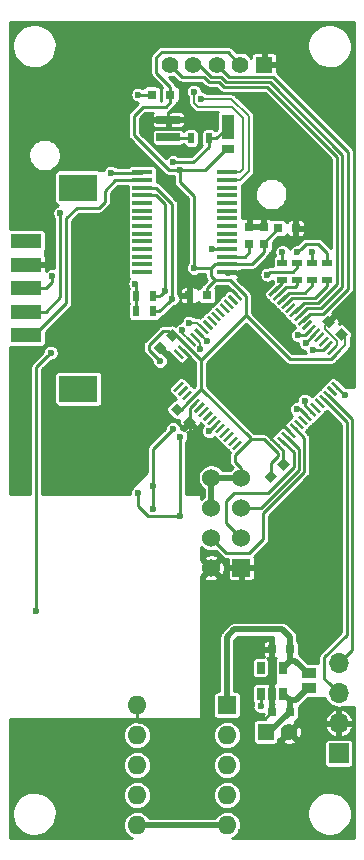
<source format=gbl>
G04 #@! TF.FileFunction,Copper,L2,Bot,Signal*
%FSLAX46Y46*%
G04 Gerber Fmt 4.6, Leading zero omitted, Abs format (unit mm)*
G04 Created by KiCad (PCBNEW 4.0.6) date 08/19/17 00:13:46*
%MOMM*%
%LPD*%
G01*
G04 APERTURE LIST*
%ADD10C,0.100000*%
%ADD11R,0.800000X0.750000*%
%ADD12R,2.000000X0.700000*%
%ADD13R,0.750000X0.800000*%
%ADD14R,0.800000X0.800000*%
%ADD15R,1.270000X0.970000*%
%ADD16R,3.300000X2.300000*%
%ADD17R,2.600000X1.200000*%
%ADD18R,0.900000X0.500000*%
%ADD19R,0.500000X0.900000*%
%ADD20R,1.750000X0.450000*%
%ADD21R,1.524000X1.524000*%
%ADD22C,1.524000*%
%ADD23R,1.600000X1.600000*%
%ADD24O,1.600000X1.600000*%
%ADD25R,0.650000X1.060000*%
%ADD26R,1.100000X0.800000*%
%ADD27R,1.100000X2.000000*%
%ADD28C,1.400000*%
%ADD29R,1.400000X1.400000*%
%ADD30R,1.700000X1.700000*%
%ADD31O,1.700000X1.700000*%
%ADD32C,0.600000*%
%ADD33C,0.250000*%
%ADD34C,0.200000*%
%ADD35C,0.500000*%
%ADD36C,0.254000*%
G04 APERTURE END LIST*
D10*
D11*
X117121600Y-123596600D03*
X115621600Y-123596600D03*
D12*
X113840500Y-110211500D03*
X113840500Y-108711500D03*
D11*
X124106000Y-158878500D03*
X122606000Y-158878500D03*
X124118000Y-153544501D03*
X122618000Y-153544501D03*
X123140000Y-117907000D03*
X124640000Y-117907000D03*
D13*
X121921500Y-119292000D03*
X121921500Y-117792000D03*
X120715000Y-119292000D03*
X120715000Y-117792000D03*
D14*
X114022000Y-106604000D03*
X112422000Y-106604000D03*
D15*
X125781001Y-155571500D03*
X125781001Y-156851500D03*
D16*
X106237000Y-131507000D03*
D17*
X101787000Y-118987000D03*
X101787000Y-120987000D03*
D16*
X106237000Y-114467000D03*
D17*
X101787000Y-122987000D03*
X101787000Y-124987000D03*
X101787000Y-126987000D03*
D18*
X123509000Y-122340000D03*
X123509000Y-120840000D03*
X124779000Y-122340000D03*
X124779000Y-120840000D03*
X126049000Y-122340000D03*
X126049000Y-120840000D03*
X127319000Y-122340000D03*
X127319000Y-120840000D03*
D19*
X111075000Y-123685500D03*
X112575000Y-123685500D03*
X111075000Y-124955500D03*
X112575000Y-124955500D03*
X117274000Y-110287000D03*
X115774000Y-110287000D03*
D10*
G36*
X119744585Y-137060976D02*
X119567808Y-136884199D01*
X120274915Y-136177092D01*
X120451692Y-136353869D01*
X119744585Y-137060976D01*
X119744585Y-137060976D01*
G37*
G36*
X119391031Y-136707423D02*
X119214254Y-136530646D01*
X119921361Y-135823539D01*
X120098138Y-136000316D01*
X119391031Y-136707423D01*
X119391031Y-136707423D01*
G37*
G36*
X119037478Y-136353869D02*
X118860701Y-136177092D01*
X119567808Y-135469985D01*
X119744585Y-135646762D01*
X119037478Y-136353869D01*
X119037478Y-136353869D01*
G37*
G36*
X118683925Y-136000316D02*
X118507148Y-135823539D01*
X119214255Y-135116432D01*
X119391032Y-135293209D01*
X118683925Y-136000316D01*
X118683925Y-136000316D01*
G37*
G36*
X118330371Y-135646763D02*
X118153594Y-135469986D01*
X118860701Y-134762879D01*
X119037478Y-134939656D01*
X118330371Y-135646763D01*
X118330371Y-135646763D01*
G37*
G36*
X117976818Y-135293209D02*
X117800041Y-135116432D01*
X118507148Y-134409325D01*
X118683925Y-134586102D01*
X117976818Y-135293209D01*
X117976818Y-135293209D01*
G37*
G36*
X117623264Y-134939656D02*
X117446487Y-134762879D01*
X118153594Y-134055772D01*
X118330371Y-134232549D01*
X117623264Y-134939656D01*
X117623264Y-134939656D01*
G37*
G36*
X117269711Y-134586102D02*
X117092934Y-134409325D01*
X117800041Y-133702218D01*
X117976818Y-133878995D01*
X117269711Y-134586102D01*
X117269711Y-134586102D01*
G37*
G36*
X116916158Y-134232549D02*
X116739381Y-134055772D01*
X117446488Y-133348665D01*
X117623265Y-133525442D01*
X116916158Y-134232549D01*
X116916158Y-134232549D01*
G37*
G36*
X116562604Y-133878996D02*
X116385827Y-133702219D01*
X117092934Y-132995112D01*
X117269711Y-133171889D01*
X116562604Y-133878996D01*
X116562604Y-133878996D01*
G37*
G36*
X116209051Y-133525442D02*
X116032274Y-133348665D01*
X116739381Y-132641558D01*
X116916158Y-132818335D01*
X116209051Y-133525442D01*
X116209051Y-133525442D01*
G37*
G36*
X115855497Y-133171889D02*
X115678720Y-132995112D01*
X116385827Y-132288005D01*
X116562604Y-132464782D01*
X115855497Y-133171889D01*
X115855497Y-133171889D01*
G37*
G36*
X115501944Y-132818335D02*
X115325167Y-132641558D01*
X116032274Y-131934451D01*
X116209051Y-132111228D01*
X115501944Y-132818335D01*
X115501944Y-132818335D01*
G37*
G36*
X115148391Y-132464782D02*
X114971614Y-132288005D01*
X115678721Y-131580898D01*
X115855498Y-131757675D01*
X115148391Y-132464782D01*
X115148391Y-132464782D01*
G37*
G36*
X114794837Y-132111229D02*
X114618060Y-131934452D01*
X115325167Y-131227345D01*
X115501944Y-131404122D01*
X114794837Y-132111229D01*
X114794837Y-132111229D01*
G37*
G36*
X114441284Y-131757675D02*
X114264507Y-131580898D01*
X114971614Y-130873791D01*
X115148391Y-131050568D01*
X114441284Y-131757675D01*
X114441284Y-131757675D01*
G37*
G36*
X114264507Y-128292852D02*
X114441284Y-128116075D01*
X115148391Y-128823182D01*
X114971614Y-128999959D01*
X114264507Y-128292852D01*
X114264507Y-128292852D01*
G37*
G36*
X114618060Y-127939298D02*
X114794837Y-127762521D01*
X115501944Y-128469628D01*
X115325167Y-128646405D01*
X114618060Y-127939298D01*
X114618060Y-127939298D01*
G37*
G36*
X114971614Y-127585745D02*
X115148391Y-127408968D01*
X115855498Y-128116075D01*
X115678721Y-128292852D01*
X114971614Y-127585745D01*
X114971614Y-127585745D01*
G37*
G36*
X115325167Y-127232192D02*
X115501944Y-127055415D01*
X116209051Y-127762522D01*
X116032274Y-127939299D01*
X115325167Y-127232192D01*
X115325167Y-127232192D01*
G37*
G36*
X115678720Y-126878638D02*
X115855497Y-126701861D01*
X116562604Y-127408968D01*
X116385827Y-127585745D01*
X115678720Y-126878638D01*
X115678720Y-126878638D01*
G37*
G36*
X116032274Y-126525085D02*
X116209051Y-126348308D01*
X116916158Y-127055415D01*
X116739381Y-127232192D01*
X116032274Y-126525085D01*
X116032274Y-126525085D01*
G37*
G36*
X116385827Y-126171531D02*
X116562604Y-125994754D01*
X117269711Y-126701861D01*
X117092934Y-126878638D01*
X116385827Y-126171531D01*
X116385827Y-126171531D01*
G37*
G36*
X116739381Y-125817978D02*
X116916158Y-125641201D01*
X117623265Y-126348308D01*
X117446488Y-126525085D01*
X116739381Y-125817978D01*
X116739381Y-125817978D01*
G37*
G36*
X117092934Y-125464425D02*
X117269711Y-125287648D01*
X117976818Y-125994755D01*
X117800041Y-126171532D01*
X117092934Y-125464425D01*
X117092934Y-125464425D01*
G37*
G36*
X117446487Y-125110871D02*
X117623264Y-124934094D01*
X118330371Y-125641201D01*
X118153594Y-125817978D01*
X117446487Y-125110871D01*
X117446487Y-125110871D01*
G37*
G36*
X117800041Y-124757318D02*
X117976818Y-124580541D01*
X118683925Y-125287648D01*
X118507148Y-125464425D01*
X117800041Y-124757318D01*
X117800041Y-124757318D01*
G37*
G36*
X118153594Y-124403764D02*
X118330371Y-124226987D01*
X119037478Y-124934094D01*
X118860701Y-125110871D01*
X118153594Y-124403764D01*
X118153594Y-124403764D01*
G37*
G36*
X118507148Y-124050211D02*
X118683925Y-123873434D01*
X119391032Y-124580541D01*
X119214255Y-124757318D01*
X118507148Y-124050211D01*
X118507148Y-124050211D01*
G37*
G36*
X118860701Y-123696658D02*
X119037478Y-123519881D01*
X119744585Y-124226988D01*
X119567808Y-124403765D01*
X118860701Y-123696658D01*
X118860701Y-123696658D01*
G37*
G36*
X119214254Y-123343104D02*
X119391031Y-123166327D01*
X120098138Y-123873434D01*
X119921361Y-124050211D01*
X119214254Y-123343104D01*
X119214254Y-123343104D01*
G37*
G36*
X119567808Y-122989551D02*
X119744585Y-122812774D01*
X120451692Y-123519881D01*
X120274915Y-123696658D01*
X119567808Y-122989551D01*
X119567808Y-122989551D01*
G37*
G36*
X122502301Y-123696658D02*
X122325524Y-123519881D01*
X123032631Y-122812774D01*
X123209408Y-122989551D01*
X122502301Y-123696658D01*
X122502301Y-123696658D01*
G37*
G36*
X122855855Y-124050211D02*
X122679078Y-123873434D01*
X123386185Y-123166327D01*
X123562962Y-123343104D01*
X122855855Y-124050211D01*
X122855855Y-124050211D01*
G37*
G36*
X123209408Y-124403765D02*
X123032631Y-124226988D01*
X123739738Y-123519881D01*
X123916515Y-123696658D01*
X123209408Y-124403765D01*
X123209408Y-124403765D01*
G37*
G36*
X123562961Y-124757318D02*
X123386184Y-124580541D01*
X124093291Y-123873434D01*
X124270068Y-124050211D01*
X123562961Y-124757318D01*
X123562961Y-124757318D01*
G37*
G36*
X123916515Y-125110871D02*
X123739738Y-124934094D01*
X124446845Y-124226987D01*
X124623622Y-124403764D01*
X123916515Y-125110871D01*
X123916515Y-125110871D01*
G37*
G36*
X124270068Y-125464425D02*
X124093291Y-125287648D01*
X124800398Y-124580541D01*
X124977175Y-124757318D01*
X124270068Y-125464425D01*
X124270068Y-125464425D01*
G37*
G36*
X124623622Y-125817978D02*
X124446845Y-125641201D01*
X125153952Y-124934094D01*
X125330729Y-125110871D01*
X124623622Y-125817978D01*
X124623622Y-125817978D01*
G37*
G36*
X124977175Y-126171532D02*
X124800398Y-125994755D01*
X125507505Y-125287648D01*
X125684282Y-125464425D01*
X124977175Y-126171532D01*
X124977175Y-126171532D01*
G37*
G36*
X125330728Y-126525085D02*
X125153951Y-126348308D01*
X125861058Y-125641201D01*
X126037835Y-125817978D01*
X125330728Y-126525085D01*
X125330728Y-126525085D01*
G37*
G36*
X125684282Y-126878638D02*
X125507505Y-126701861D01*
X126214612Y-125994754D01*
X126391389Y-126171531D01*
X125684282Y-126878638D01*
X125684282Y-126878638D01*
G37*
G36*
X126037835Y-127232192D02*
X125861058Y-127055415D01*
X126568165Y-126348308D01*
X126744942Y-126525085D01*
X126037835Y-127232192D01*
X126037835Y-127232192D01*
G37*
G36*
X126391389Y-127585745D02*
X126214612Y-127408968D01*
X126921719Y-126701861D01*
X127098496Y-126878638D01*
X126391389Y-127585745D01*
X126391389Y-127585745D01*
G37*
G36*
X126744942Y-127939299D02*
X126568165Y-127762522D01*
X127275272Y-127055415D01*
X127452049Y-127232192D01*
X126744942Y-127939299D01*
X126744942Y-127939299D01*
G37*
G36*
X127098495Y-128292852D02*
X126921718Y-128116075D01*
X127628825Y-127408968D01*
X127805602Y-127585745D01*
X127098495Y-128292852D01*
X127098495Y-128292852D01*
G37*
G36*
X127452049Y-128646405D02*
X127275272Y-128469628D01*
X127982379Y-127762521D01*
X128159156Y-127939298D01*
X127452049Y-128646405D01*
X127452049Y-128646405D01*
G37*
G36*
X127805602Y-128999959D02*
X127628825Y-128823182D01*
X128335932Y-128116075D01*
X128512709Y-128292852D01*
X127805602Y-128999959D01*
X127805602Y-128999959D01*
G37*
G36*
X127628825Y-131050568D02*
X127805602Y-130873791D01*
X128512709Y-131580898D01*
X128335932Y-131757675D01*
X127628825Y-131050568D01*
X127628825Y-131050568D01*
G37*
G36*
X127275272Y-131404122D02*
X127452049Y-131227345D01*
X128159156Y-131934452D01*
X127982379Y-132111229D01*
X127275272Y-131404122D01*
X127275272Y-131404122D01*
G37*
G36*
X126921718Y-131757675D02*
X127098495Y-131580898D01*
X127805602Y-132288005D01*
X127628825Y-132464782D01*
X126921718Y-131757675D01*
X126921718Y-131757675D01*
G37*
G36*
X126568165Y-132111228D02*
X126744942Y-131934451D01*
X127452049Y-132641558D01*
X127275272Y-132818335D01*
X126568165Y-132111228D01*
X126568165Y-132111228D01*
G37*
G36*
X126214612Y-132464782D02*
X126391389Y-132288005D01*
X127098496Y-132995112D01*
X126921719Y-133171889D01*
X126214612Y-132464782D01*
X126214612Y-132464782D01*
G37*
G36*
X125861058Y-132818335D02*
X126037835Y-132641558D01*
X126744942Y-133348665D01*
X126568165Y-133525442D01*
X125861058Y-132818335D01*
X125861058Y-132818335D01*
G37*
G36*
X125507505Y-133171889D02*
X125684282Y-132995112D01*
X126391389Y-133702219D01*
X126214612Y-133878996D01*
X125507505Y-133171889D01*
X125507505Y-133171889D01*
G37*
G36*
X125153951Y-133525442D02*
X125330728Y-133348665D01*
X126037835Y-134055772D01*
X125861058Y-134232549D01*
X125153951Y-133525442D01*
X125153951Y-133525442D01*
G37*
G36*
X124800398Y-133878995D02*
X124977175Y-133702218D01*
X125684282Y-134409325D01*
X125507505Y-134586102D01*
X124800398Y-133878995D01*
X124800398Y-133878995D01*
G37*
G36*
X124446845Y-134232549D02*
X124623622Y-134055772D01*
X125330729Y-134762879D01*
X125153952Y-134939656D01*
X124446845Y-134232549D01*
X124446845Y-134232549D01*
G37*
G36*
X124093291Y-134586102D02*
X124270068Y-134409325D01*
X124977175Y-135116432D01*
X124800398Y-135293209D01*
X124093291Y-134586102D01*
X124093291Y-134586102D01*
G37*
G36*
X123739738Y-134939656D02*
X123916515Y-134762879D01*
X124623622Y-135469986D01*
X124446845Y-135646763D01*
X123739738Y-134939656D01*
X123739738Y-134939656D01*
G37*
G36*
X123386184Y-135293209D02*
X123562961Y-135116432D01*
X124270068Y-135823539D01*
X124093291Y-136000316D01*
X123386184Y-135293209D01*
X123386184Y-135293209D01*
G37*
G36*
X123032631Y-135646762D02*
X123209408Y-135469985D01*
X123916515Y-136177092D01*
X123739738Y-136353869D01*
X123032631Y-135646762D01*
X123032631Y-135646762D01*
G37*
G36*
X122679078Y-136000316D02*
X122855855Y-135823539D01*
X123562962Y-136530646D01*
X123386185Y-136707423D01*
X122679078Y-136000316D01*
X122679078Y-136000316D01*
G37*
G36*
X122325524Y-136353869D02*
X122502301Y-136177092D01*
X123209408Y-136884199D01*
X123032631Y-137060976D01*
X122325524Y-136353869D01*
X122325524Y-136353869D01*
G37*
D20*
X111654000Y-121624000D03*
X111654000Y-120974000D03*
X111654000Y-120324000D03*
X111654000Y-119674000D03*
X111654000Y-119024000D03*
X111654000Y-118374000D03*
X111654000Y-117724000D03*
X111654000Y-117074000D03*
X111654000Y-116424000D03*
X111654000Y-115774000D03*
X111654000Y-115124000D03*
X111654000Y-114474000D03*
X111654000Y-113824000D03*
X111654000Y-113174000D03*
X118854000Y-113174000D03*
X118854000Y-113824000D03*
X118854000Y-114474000D03*
X118854000Y-115124000D03*
X118854000Y-115774000D03*
X118854000Y-116424000D03*
X118854000Y-117074000D03*
X118854000Y-117724000D03*
X118854000Y-118374000D03*
X118854000Y-119024000D03*
X118854000Y-119674000D03*
X118854000Y-120324000D03*
X118854000Y-120974000D03*
X118854000Y-121624000D03*
D21*
X120016500Y-146672500D03*
D22*
X120016500Y-144132500D03*
X120016500Y-141592500D03*
X120016500Y-139052500D03*
X117476500Y-146672500D03*
X117476500Y-144132500D03*
X117476500Y-141592500D03*
X117476500Y-139052500D03*
D23*
X118810000Y-158293000D03*
D24*
X111190000Y-168453000D03*
X118810000Y-160833000D03*
X111190000Y-165913000D03*
X118810000Y-163373000D03*
X111190000Y-163373000D03*
X118810000Y-165913000D03*
X111190000Y-160833000D03*
X118810000Y-168453000D03*
X111190000Y-158293000D03*
D25*
X123556001Y-157311500D03*
X122606001Y-157311500D03*
X121656001Y-157311500D03*
X121656001Y-155111500D03*
X123556001Y-155111500D03*
D26*
X118873500Y-111219500D03*
D27*
X118873500Y-109319500D03*
D10*
G36*
X114213008Y-126429662D02*
X114743338Y-126959992D01*
X114177652Y-127525678D01*
X113647322Y-126995348D01*
X114213008Y-126429662D01*
X114213008Y-126429662D01*
G37*
G36*
X113152348Y-127490322D02*
X113682678Y-128020652D01*
X113116992Y-128586338D01*
X112586662Y-128056008D01*
X113152348Y-127490322D01*
X113152348Y-127490322D01*
G37*
G36*
X129032338Y-126900508D02*
X128502008Y-127430838D01*
X127936322Y-126865152D01*
X128466652Y-126334822D01*
X129032338Y-126900508D01*
X129032338Y-126900508D01*
G37*
G36*
X127971678Y-125839848D02*
X127441348Y-126370178D01*
X126875662Y-125804492D01*
X127405992Y-125274162D01*
X127971678Y-125839848D01*
X127971678Y-125839848D01*
G37*
G36*
X122516492Y-139495838D02*
X121986162Y-138965508D01*
X122551848Y-138399822D01*
X123082178Y-138930152D01*
X122516492Y-139495838D01*
X122516492Y-139495838D01*
G37*
G36*
X123577152Y-138435178D02*
X123046822Y-137904848D01*
X123612508Y-137339162D01*
X124142838Y-137869492D01*
X123577152Y-138435178D01*
X123577152Y-138435178D01*
G37*
G36*
X114047162Y-133246492D02*
X114577492Y-132716162D01*
X115143178Y-133281848D01*
X114612848Y-133812178D01*
X114047162Y-133246492D01*
X114047162Y-133246492D01*
G37*
G36*
X115107822Y-134307152D02*
X115638152Y-133776822D01*
X116203838Y-134342508D01*
X115673508Y-134872838D01*
X115107822Y-134307152D01*
X115107822Y-134307152D01*
G37*
D28*
X124080500Y-160579000D03*
D29*
X122080500Y-160579000D03*
D28*
X119953000Y-104064000D03*
D29*
X121953000Y-104064000D03*
D28*
X117953000Y-104064000D03*
X115953000Y-104064000D03*
X113953000Y-104064000D03*
D30*
X128271500Y-162357000D03*
D31*
X128271500Y-159817000D03*
X128271500Y-157277000D03*
X128271500Y-154737000D03*
D32*
X125731500Y-157912000D03*
X126239500Y-154483000D03*
X105000000Y-169000000D03*
X120000000Y-169000000D03*
X125000000Y-169000000D03*
X129000000Y-165000000D03*
X127446000Y-112192000D03*
X127446000Y-119177000D03*
X114619000Y-105651500D03*
X115000000Y-101000000D03*
X115698500Y-159690000D03*
X101000000Y-160000000D03*
X101000000Y-165000000D03*
X110000000Y-169000000D03*
X115698500Y-140195500D03*
X110301000Y-140195500D03*
X103951000Y-140195500D03*
X100712500Y-140195500D03*
X103697000Y-135877500D03*
X106237000Y-121272500D03*
X109920000Y-114668500D03*
X109285000Y-108572500D03*
X113539500Y-113843000D03*
X115127000Y-118859500D03*
X116206500Y-122352000D03*
X103760500Y-129972000D03*
X119826000Y-152959000D03*
X124588500Y-143942000D03*
X125096500Y-142100500D03*
X127636500Y-137147500D03*
X127636500Y-134734500D03*
X118683000Y-138036500D03*
X116714500Y-167564000D03*
X115952500Y-131115000D03*
X121223000Y-135052000D03*
X117349500Y-129400500D03*
X120397500Y-114478000D03*
X121350000Y-108636000D03*
X117730500Y-108318500D03*
X129000000Y-125000000D03*
X129000000Y-110000000D03*
X129000000Y-105000000D03*
X128081000Y-141783000D03*
X103760500Y-120955000D03*
X103760500Y-126987500D03*
X101000000Y-115000000D03*
X101000000Y-110000000D03*
X101000000Y-105000000D03*
X105000000Y-101000000D03*
X110000000Y-101000000D03*
X120000000Y-101000000D03*
X125000000Y-101000000D03*
X124968000Y-128308100D03*
X124307600Y-126276100D03*
X120142000Y-122313700D03*
X126493500Y-146990000D03*
X118365500Y-123241000D03*
X110364500Y-132131000D03*
X111803000Y-109122000D03*
X121654800Y-158356500D03*
X116016000Y-121272500D03*
X111063000Y-122606000D03*
X113158500Y-129146500D03*
X114802990Y-112968946D03*
X123509002Y-119939000D03*
X122239000Y-121844000D03*
X126049000Y-119939000D03*
X124779000Y-119939002D03*
X111317000Y-106604000D03*
X115034990Y-126543000D03*
X115635000Y-125907998D03*
X116568990Y-128111990D03*
X117159000Y-127495500D03*
X111253500Y-140322500D03*
X124715500Y-133210500D03*
X114873000Y-135560000D03*
X114873000Y-142291000D03*
X112587000Y-141656000D03*
X112587000Y-139751000D03*
X114238000Y-134925000D03*
X125414000Y-132512000D03*
X103887500Y-128448000D03*
X102681000Y-150292000D03*
X128778000Y-132016500D03*
X126112500Y-128257500D03*
X117286000Y-135115500D03*
X117540000Y-119684996D03*
X104000000Y-121965000D03*
X104713000Y-116637000D03*
X109031000Y-113208012D03*
X124842500Y-126987500D03*
X113539500Y-123241000D03*
X125477500Y-127622500D03*
X114174500Y-123876000D03*
X116016000Y-106350000D03*
X116651002Y-106985000D03*
X114238000Y-112319000D03*
D33*
X115774000Y-110287000D02*
X113916000Y-110287000D01*
X113916000Y-110287000D02*
X113840500Y-110211500D01*
X115060002Y-128204463D02*
X115698500Y-128842961D01*
X115698500Y-128842961D02*
X115698500Y-129146500D01*
X115698500Y-129146500D02*
X115062000Y-129783000D01*
X125731500Y-157912000D02*
X125731500Y-158928000D01*
X125731500Y-158928000D02*
X124080500Y-160579000D01*
X126493500Y-146990000D02*
X126493500Y-154229000D01*
X126493500Y-154229000D02*
X126239500Y-154483000D01*
X124080500Y-160579000D02*
X122874000Y-161785500D01*
X122874000Y-161785500D02*
X121319998Y-161785500D01*
X121319998Y-161785500D02*
X120715000Y-161180502D01*
X120715000Y-161180502D02*
X120715000Y-159977498D01*
X120715000Y-159977498D02*
X121256498Y-159436000D01*
X121256498Y-159436000D02*
X122023500Y-159436000D01*
X122581000Y-158878500D02*
X122606000Y-158878500D01*
X122023500Y-159436000D02*
X122581000Y-158878500D01*
X120000000Y-169000000D02*
X125000000Y-169000000D01*
X127446000Y-112192000D02*
X123890000Y-108636000D01*
X123890000Y-108636000D02*
X121350000Y-108636000D01*
X125290000Y-117907000D02*
X126176000Y-117907000D01*
X126176000Y-117907000D02*
X127446000Y-119177000D01*
X124640000Y-117907000D02*
X125290000Y-117907000D01*
X114809500Y-107142500D02*
X114809500Y-105842000D01*
X114809500Y-105842000D02*
X114619000Y-105651500D01*
X114141500Y-107810500D02*
X114809500Y-107142500D01*
X113840500Y-108711500D02*
X113840500Y-108111500D01*
X113840500Y-108111500D02*
X114141500Y-107810500D01*
X121953000Y-104064000D02*
X122903000Y-104064000D01*
X125000000Y-101424264D02*
X125000000Y-101000000D01*
X122903000Y-104064000D02*
X125000000Y-101967000D01*
X125000000Y-101967000D02*
X125000000Y-101424264D01*
D34*
X129000000Y-125000000D02*
X128245840Y-125000000D01*
X128245840Y-125000000D02*
X127423670Y-125822170D01*
X128141477Y-127780200D02*
X127717214Y-128204463D01*
X127087795Y-126438795D02*
X128141477Y-127492477D01*
X128141477Y-127492477D02*
X128141477Y-127780200D01*
X127423670Y-125822170D02*
X127087795Y-126158045D01*
X127087795Y-126158045D02*
X127087795Y-126438795D01*
D33*
X121223000Y-135052000D02*
X121223000Y-133274000D01*
X121223000Y-133274000D02*
X117349500Y-129400500D01*
X123572500Y-127336864D02*
X123572500Y-127011200D01*
X123572500Y-127011200D02*
X124307600Y-126276100D01*
X124968000Y-128308100D02*
X124543736Y-128308100D01*
X124543736Y-128308100D02*
X123572500Y-127336864D01*
X115698500Y-159690000D02*
X111317000Y-159690000D01*
X111317000Y-159690000D02*
X111190000Y-159563000D01*
X101000000Y-160000000D02*
X110181500Y-160000000D01*
X110181500Y-160000000D02*
X110618500Y-159563000D01*
X110618500Y-159563000D02*
X111190000Y-159563000D01*
X111190000Y-159563000D02*
X111190000Y-158293000D01*
X105000000Y-166000000D02*
X104000000Y-165000000D01*
X104000000Y-165000000D02*
X101000000Y-165000000D01*
X105000000Y-169000000D02*
X105000000Y-166000000D01*
X110000000Y-169000000D02*
X105000000Y-169000000D01*
X115655830Y-134324830D02*
X115655830Y-140152830D01*
X115655830Y-140152830D02*
X115698500Y-140195500D01*
X103951000Y-140195500D02*
X110301000Y-140195500D01*
X103697000Y-135877500D02*
X103697000Y-130035500D01*
X103697000Y-130035500D02*
X103760500Y-129972000D01*
X109539000Y-115049500D02*
X109539000Y-117970500D01*
X109539000Y-117970500D02*
X106237000Y-121272500D01*
X109920000Y-114668500D02*
X109539000Y-115049500D01*
X113539500Y-113843000D02*
X113539500Y-113392498D01*
X113539500Y-113392498D02*
X109285000Y-109137998D01*
X109285000Y-109137998D02*
X109285000Y-108572500D01*
X115317500Y-122352000D02*
X115127000Y-122161500D01*
X115127000Y-122161500D02*
X115127000Y-118859500D01*
X116206500Y-122352000D02*
X115317500Y-122352000D01*
X127636500Y-137147500D02*
X127636500Y-134734500D01*
X120411501Y-153544501D02*
X119826000Y-152959000D01*
X122618000Y-153544501D02*
X120411501Y-153544501D01*
X124588500Y-142608500D02*
X125096500Y-142100500D01*
X124588500Y-143942000D02*
X124588500Y-142608500D01*
X115655830Y-134324830D02*
X115655830Y-135009330D01*
X115655830Y-135009330D02*
X118683000Y-138036500D01*
X122491500Y-135495000D02*
X122048500Y-135052000D01*
X122048500Y-135052000D02*
X121223000Y-135052000D01*
X122491500Y-135509000D02*
X122491500Y-135495000D01*
X121237999Y-114145501D02*
X120905500Y-114478000D01*
X120905500Y-114478000D02*
X120397500Y-114478000D01*
X121350000Y-109060264D02*
X121237999Y-109172265D01*
X121237999Y-109172265D02*
X121237999Y-114145501D01*
X121350000Y-108636000D02*
X121350000Y-109060264D01*
X113840500Y-108711500D02*
X117337500Y-108711500D01*
X117337500Y-108711500D02*
X117730500Y-108318500D01*
X129000000Y-110000000D02*
X129000000Y-105000000D01*
X126493500Y-146990000D02*
X126493500Y-143370500D01*
X126493500Y-143370500D02*
X128081000Y-141783000D01*
X103760500Y-120955000D02*
X101819000Y-120955000D01*
X101819000Y-120955000D02*
X101787000Y-120987000D01*
X101000000Y-105000000D02*
X101000000Y-110000000D01*
X110000000Y-101000000D02*
X105000000Y-101000000D01*
X125000000Y-101000000D02*
X120000000Y-101000000D01*
X118854000Y-121624000D02*
X119452300Y-121624000D01*
X119452300Y-121624000D02*
X120142000Y-122313700D01*
X118422494Y-123184006D02*
X118365500Y-123241000D01*
X119231933Y-123184006D02*
X118422494Y-123184006D01*
X119656196Y-123608269D02*
X119231933Y-123184006D01*
X123594830Y-137887170D02*
X123594830Y-136739291D01*
X123594830Y-136739291D02*
X123121020Y-136265481D01*
X115062000Y-129783000D02*
X112714000Y-132131000D01*
X113198170Y-128101830D02*
X113534045Y-128437705D01*
X113534045Y-128437705D02*
X113716705Y-128437705D01*
X113716705Y-128437705D02*
X115062000Y-129783000D01*
X115655830Y-134324830D02*
X115655830Y-133194779D01*
X115655830Y-133194779D02*
X116120662Y-132729947D01*
D35*
X122606000Y-157311500D02*
X122606000Y-158878500D01*
X122618000Y-153544500D02*
X122618000Y-157299500D01*
X122618000Y-157299500D02*
X122606000Y-157311500D01*
D33*
X123121020Y-136265481D02*
X122491500Y-135635961D01*
X122491500Y-135635961D02*
X122491500Y-135509000D01*
X122491500Y-135509000D02*
X123317000Y-134683500D01*
X123317000Y-134683500D02*
X123660359Y-134683500D01*
X123660359Y-134683500D02*
X124181680Y-135204821D01*
X112714000Y-132131000D02*
X110364500Y-132131000D01*
D34*
X111803000Y-109122000D02*
X112213500Y-108711500D01*
X112213500Y-108711500D02*
X113840500Y-108711500D01*
D35*
X122080500Y-160579000D02*
X122405500Y-160579000D01*
X122405500Y-160579000D02*
X124106000Y-158878500D01*
D33*
X121656001Y-158355299D02*
X121654800Y-158356500D01*
X121656001Y-157311500D02*
X121656001Y-158355299D01*
D35*
X124106000Y-157861500D02*
X124621000Y-157861500D01*
X124621000Y-157861500D02*
X125631000Y-156851500D01*
X125631000Y-156851500D02*
X125781000Y-156851500D01*
X124106000Y-158878500D02*
X124106000Y-157861500D01*
X124106000Y-157861500D02*
X123556000Y-157311499D01*
X118810000Y-152514500D02*
X118810000Y-158293000D01*
D33*
X119953000Y-104064000D02*
X118873500Y-102984500D01*
X118873500Y-102984500D02*
X113285500Y-102984500D01*
X113285500Y-102984500D02*
X112841000Y-103429000D01*
X112841000Y-103429000D02*
X112841000Y-104773000D01*
X114022000Y-105954000D02*
X114022000Y-106604000D01*
X112841000Y-104773000D02*
X114022000Y-105954000D01*
D34*
X128070767Y-128558017D02*
X128837883Y-127790901D01*
X128837883Y-127790901D02*
X128837883Y-127236383D01*
X128837883Y-127236383D02*
X128484330Y-126882830D01*
D33*
X111698000Y-107620000D02*
X110936000Y-108382000D01*
X110936000Y-108382000D02*
X110936000Y-110033000D01*
X110936000Y-110033000D02*
X113871946Y-112968946D01*
X113871946Y-112968946D02*
X114802990Y-112968946D01*
X116016000Y-121272500D02*
X116016000Y-115176500D01*
X116016000Y-115176500D02*
X114802990Y-113963490D01*
X114802990Y-113963490D02*
X114802990Y-112968946D01*
X116974054Y-112968946D02*
X118723500Y-111219500D01*
X118723500Y-111219500D02*
X118873500Y-111219500D01*
X114802990Y-112968946D02*
X116974054Y-112968946D01*
X113656000Y-107620000D02*
X111698000Y-107620000D01*
X114022000Y-106604000D02*
X114022000Y-107254000D01*
X114022000Y-107254000D02*
X113656000Y-107620000D01*
X113656000Y-107620000D02*
X113606000Y-107620000D01*
D35*
X118810000Y-152514500D02*
X119445000Y-151879500D01*
X119445000Y-151879500D02*
X123509000Y-151879500D01*
X123509000Y-151879500D02*
X124118000Y-152488500D01*
X124118000Y-152488500D02*
X124118000Y-153544501D01*
X111190000Y-168453000D02*
X118810000Y-168453000D01*
D33*
X121921500Y-119292000D02*
X121921500Y-119125500D01*
X121921500Y-119125500D02*
X123140000Y-117907000D01*
X121921500Y-119292000D02*
X121921500Y-119942000D01*
X120889500Y-120974000D02*
X119979000Y-120974000D01*
X121921500Y-119942000D02*
X120889500Y-120974000D01*
X119979000Y-120974000D02*
X118854000Y-120974000D01*
X123267000Y-117780000D02*
X123292000Y-117780000D01*
D35*
X117476500Y-139052500D02*
X120016500Y-139052500D01*
X117476500Y-141592500D02*
X117476500Y-139052500D01*
D33*
X111075000Y-123685500D02*
X111075000Y-122618000D01*
X111075000Y-122618000D02*
X111063000Y-122606000D01*
X111075000Y-123685500D02*
X111075000Y-124955500D01*
X122767466Y-136619034D02*
X123128000Y-136979568D01*
X123128000Y-136979568D02*
X123128000Y-137211000D01*
X123128000Y-137211000D02*
X122534170Y-137804830D01*
X122534170Y-137804830D02*
X122534170Y-138947830D01*
X117794000Y-122288500D02*
X117121600Y-122960900D01*
X117121600Y-122960900D02*
X117121600Y-123596600D01*
X115413556Y-127850910D02*
X114603816Y-127041170D01*
X114603816Y-127041170D02*
X114258830Y-127041170D01*
X114258830Y-127041170D02*
X113836660Y-126619000D01*
X113836660Y-126619000D02*
X113411000Y-126619000D01*
X113411000Y-126619000D02*
X112204500Y-127825500D01*
X112204500Y-127825500D02*
X112204500Y-128192500D01*
X112204500Y-128192500D02*
X113158500Y-129146500D01*
X115767109Y-132376393D02*
X114879332Y-133264170D01*
X114879332Y-133264170D02*
X114595170Y-133264170D01*
X120434013Y-125299987D02*
X124116306Y-128982280D01*
X124116306Y-128982280D02*
X127646504Y-128982280D01*
X127646504Y-128982280D02*
X128070767Y-128558017D01*
D35*
X124118001Y-154549500D02*
X124609000Y-154549499D01*
X124609000Y-154549499D02*
X125631001Y-155571500D01*
X125631001Y-155571500D02*
X125781001Y-155571500D01*
X124118000Y-153544501D02*
X124118001Y-154549500D01*
X124118001Y-154549500D02*
X123556001Y-155111500D01*
D33*
X116649500Y-129086854D02*
X116649500Y-129084500D01*
X116649500Y-129084500D02*
X120434013Y-125299987D01*
X120434013Y-125299987D02*
X120434013Y-123678979D01*
X120434013Y-123678979D02*
X120009750Y-123254716D01*
X117476500Y-121272500D02*
X116016000Y-121272500D01*
X118854000Y-120974000D02*
X117775000Y-120974000D01*
X117476500Y-121971000D02*
X117794000Y-122288500D01*
X117775000Y-120974000D02*
X117476500Y-121272500D01*
X117476500Y-121272500D02*
X117476500Y-121971000D01*
X117794000Y-122288500D02*
X119043534Y-122288500D01*
X119043534Y-122288500D02*
X120009750Y-123254716D01*
X120865784Y-135763000D02*
X120865784Y-135710286D01*
X120865784Y-135710286D02*
X116649500Y-131494002D01*
X122767466Y-136619034D02*
X121911432Y-135763000D01*
X121911432Y-135763000D02*
X120865784Y-135763000D01*
X120865784Y-135763000D02*
X120009750Y-136619034D01*
X116649500Y-129086854D02*
X116649500Y-131494002D01*
X116649500Y-131494002D02*
X115767109Y-132376393D01*
X120009750Y-136619034D02*
X119507000Y-137121784D01*
X119507000Y-137121784D02*
X119507000Y-137668000D01*
X119507000Y-137668000D02*
X120016500Y-138177500D01*
X120016500Y-138177500D02*
X120016500Y-139052500D01*
X115413556Y-127850910D02*
X116649500Y-129086854D01*
D34*
X113606000Y-107620000D02*
X111698000Y-107620000D01*
D33*
X118854000Y-120324000D02*
X120333000Y-120324000D01*
X120333000Y-120324000D02*
X120715000Y-119942000D01*
X120715000Y-119942000D02*
X120715000Y-119292000D01*
X123509002Y-120002498D02*
X123509002Y-119939000D01*
X123509000Y-120002500D02*
X123509002Y-120002498D01*
X123509000Y-120840000D02*
X123509000Y-120002500D01*
X124779000Y-120840000D02*
X124779000Y-121209000D01*
X124398000Y-121590000D02*
X122493000Y-121590000D01*
X124779000Y-121209000D02*
X124398000Y-121590000D01*
X122493000Y-121590000D02*
X122239000Y-121844000D01*
X126049000Y-120840000D02*
X126049000Y-119939000D01*
X125078999Y-119639003D02*
X124779000Y-119939002D01*
X125477502Y-119240500D02*
X125078999Y-119639003D01*
X127319000Y-120002500D02*
X126557000Y-119240500D01*
X127319000Y-120840000D02*
X127319000Y-120002500D01*
X126557000Y-119240500D02*
X125477502Y-119240500D01*
X112422000Y-106604000D02*
X111317000Y-106604000D01*
D34*
X115767109Y-127497357D02*
X115034990Y-126765238D01*
X115034990Y-126765238D02*
X115034990Y-126543000D01*
X115635000Y-125907998D02*
X116299071Y-125907998D01*
X116299071Y-125907998D02*
X116827769Y-126436696D01*
X115635000Y-125951034D02*
X115635000Y-125907998D01*
X116120662Y-127143803D02*
X116568990Y-127592131D01*
X116568990Y-127687726D02*
X116568990Y-128111990D01*
X116568990Y-127592131D02*
X116568990Y-127687726D01*
X117159000Y-127495500D02*
X117159000Y-127475034D01*
X117159000Y-127475034D02*
X116474216Y-126790250D01*
D33*
X114873000Y-142291000D02*
X112142500Y-142291000D01*
X112142500Y-142291000D02*
X111253500Y-141402000D01*
X111253500Y-141402000D02*
X111253500Y-140322500D01*
X125015786Y-133210500D02*
X124715500Y-133210500D01*
X125595893Y-133790607D02*
X125015786Y-133210500D01*
X114873000Y-142291000D02*
X114873000Y-135560000D01*
X112587000Y-139751000D02*
X112587000Y-141656000D01*
X112587000Y-139751000D02*
X112587000Y-136584000D01*
X112587000Y-136584000D02*
X112583000Y-136580000D01*
X112583000Y-136580000D02*
X113938001Y-135224999D01*
X113938001Y-135224999D02*
X114238000Y-134925000D01*
X125949447Y-133437054D02*
X125414000Y-132901607D01*
X125414000Y-132901607D02*
X125414000Y-132512000D01*
X103587501Y-128747999D02*
X103887500Y-128448000D01*
X102681000Y-129654500D02*
X103587501Y-128747999D01*
X102681000Y-150292000D02*
X102681000Y-129654500D01*
X128070767Y-131315733D02*
X128771534Y-132016500D01*
X128771534Y-132016500D02*
X128778000Y-132016500D01*
X127363660Y-127850910D02*
X126957070Y-128257500D01*
X126957070Y-128257500D02*
X126112500Y-128257500D01*
X117888429Y-134497714D02*
X117888429Y-134513071D01*
X117888429Y-134513071D02*
X117286000Y-135115500D01*
X117550996Y-119674000D02*
X117540000Y-119684996D01*
X118854000Y-119674000D02*
X117550996Y-119674000D01*
X103478000Y-122987000D02*
X101787000Y-122987000D01*
X104000000Y-121965000D02*
X104000000Y-122465000D01*
X104000000Y-122465000D02*
X103478000Y-122987000D01*
X101787000Y-124987000D02*
X103475000Y-124987000D01*
X103475000Y-124987000D02*
X104713000Y-123749000D01*
X104713000Y-123749000D02*
X104713000Y-122761000D01*
X104713000Y-122761000D02*
X104713000Y-116637000D01*
X109031000Y-113208012D02*
X111619988Y-113208012D01*
X111619988Y-113208012D02*
X111654000Y-113174000D01*
D34*
X109065012Y-113174000D02*
X109031000Y-113208012D01*
D33*
X111654000Y-113824000D02*
X109367500Y-113824000D01*
X109367500Y-113824000D02*
X108459500Y-114732000D01*
X108459500Y-114732000D02*
X108459500Y-115684500D01*
X108459500Y-115684500D02*
X107951500Y-116192500D01*
X107951500Y-116192500D02*
X106110000Y-116192500D01*
X106110000Y-116192500D02*
X105219500Y-117083000D01*
X105219500Y-117083000D02*
X105219500Y-124254500D01*
X105219500Y-124254500D02*
X102487000Y-126987000D01*
X102487000Y-126987000D02*
X101787000Y-126987000D01*
X123828126Y-135558374D02*
X123875643Y-135558374D01*
X123875643Y-135558374D02*
X124906000Y-136588731D01*
X124906000Y-136588731D02*
X124906000Y-138354000D01*
X124906000Y-138354000D02*
X121667500Y-141592500D01*
X121667500Y-141592500D02*
X121094130Y-141592500D01*
X121094130Y-141592500D02*
X120016500Y-141592500D01*
X125398643Y-126987500D02*
X125266764Y-126987500D01*
X125266764Y-126987500D02*
X124842500Y-126987500D01*
X125949447Y-126436696D02*
X125398643Y-126987500D01*
X112779000Y-115124000D02*
X113539500Y-115884500D01*
X113239501Y-123540999D02*
X113539500Y-123241000D01*
X113095000Y-123685500D02*
X113239501Y-123540999D01*
X113539500Y-122816736D02*
X113539500Y-123241000D01*
X111654000Y-115124000D02*
X112779000Y-115124000D01*
X112575000Y-123685500D02*
X113095000Y-123685500D01*
X113539500Y-115884500D02*
X113539500Y-122816736D01*
X123474573Y-135911927D02*
X124461500Y-136898854D01*
X124461500Y-136898854D02*
X124461500Y-138163500D01*
X122302500Y-140322500D02*
X119445000Y-140322500D01*
X119445000Y-140322500D02*
X118746500Y-141021000D01*
X124461500Y-138163500D02*
X122302500Y-140322500D01*
X118746500Y-141021000D02*
X118746500Y-142862500D01*
X118746500Y-142862500D02*
X119254501Y-143370501D01*
X119254501Y-143370501D02*
X120016500Y-144132500D01*
X125477500Y-127615750D02*
X125477500Y-127622500D01*
X126303000Y-126790250D02*
X125477500Y-127615750D01*
X113095000Y-124955500D02*
X113874501Y-124175999D01*
X114174500Y-123451736D02*
X114174500Y-123876000D01*
X114174500Y-115869500D02*
X114174500Y-123451736D01*
X112575000Y-124955500D02*
X113095000Y-124955500D01*
X112779000Y-114474000D02*
X114174500Y-115869500D01*
X113874501Y-124175999D02*
X114174500Y-123876000D01*
X111654000Y-114474000D02*
X112779000Y-114474000D01*
D34*
X119929000Y-113174000D02*
X118854000Y-113174000D01*
X119254500Y-107620000D02*
X120207000Y-108572500D01*
X120207000Y-112896000D02*
X119929000Y-113174000D01*
X116333500Y-107620000D02*
X119254500Y-107620000D01*
X116016000Y-107302500D02*
X116333500Y-107620000D01*
X120207000Y-108572500D02*
X120207000Y-112896000D01*
X116016000Y-106350000D02*
X116016000Y-107302500D01*
X120651500Y-113101500D02*
X119929000Y-113824000D01*
X119929000Y-113824000D02*
X118854000Y-113824000D01*
X120651500Y-108445500D02*
X120651500Y-113101500D01*
X119191000Y-106985000D02*
X120651500Y-108445500D01*
X116651002Y-106985000D02*
X119191000Y-106985000D01*
D33*
X114238000Y-112319000D02*
X115952500Y-112319000D01*
X115952500Y-112319000D02*
X117274000Y-110997500D01*
X117274000Y-110997500D02*
X117274000Y-110287000D01*
X117274000Y-110287000D02*
X117906000Y-110287000D01*
X117906000Y-110287000D02*
X118873500Y-109319500D01*
X123509000Y-122340000D02*
X123509000Y-122513182D01*
X123509000Y-122513182D02*
X122767466Y-123254716D01*
X123121020Y-123608269D02*
X123805789Y-122923500D01*
X124779000Y-122733000D02*
X124779000Y-122340000D01*
X123805789Y-122923500D02*
X124588500Y-122923500D01*
X124588500Y-122923500D02*
X124779000Y-122733000D01*
X126049000Y-122340000D02*
X126049000Y-122733000D01*
X123898836Y-123537560D02*
X123474573Y-123961823D01*
X126049000Y-122733000D02*
X125414000Y-123368000D01*
X125414000Y-123368000D02*
X124068396Y-123368000D01*
X124068396Y-123368000D02*
X123898836Y-123537560D01*
X127319000Y-122340000D02*
X127319000Y-122796500D01*
X126303000Y-123812500D02*
X124331002Y-123812500D01*
X127319000Y-122796500D02*
X126303000Y-123812500D01*
X124331002Y-123812500D02*
X123828126Y-124315376D01*
X117953000Y-104064000D02*
X118969000Y-105080000D01*
X118969000Y-105080000D02*
X122683500Y-105080000D01*
X122683500Y-105080000D02*
X129033500Y-111430000D01*
X129033500Y-111430000D02*
X129033500Y-123050500D01*
X129033500Y-123050500D02*
X126938000Y-125146000D01*
X126938000Y-125146000D02*
X125825930Y-125146000D01*
X125825930Y-125146000D02*
X125242340Y-125729590D01*
X113953000Y-104064000D02*
X114969000Y-105080000D01*
X125300716Y-124257000D02*
X124535233Y-125022483D01*
X114969000Y-105080000D02*
X116844530Y-105080000D01*
X116844530Y-105080000D02*
X117283541Y-105519012D01*
X117283541Y-105519012D02*
X118106012Y-105519012D01*
X118106012Y-105519012D02*
X118556000Y-105969000D01*
X118556000Y-105969000D02*
X122239000Y-105969000D01*
X122239000Y-105969000D02*
X128144500Y-111874500D01*
X128144500Y-111874500D02*
X128144500Y-122669500D01*
X128144500Y-122669500D02*
X126557000Y-124257000D01*
X126557000Y-124257000D02*
X125300716Y-124257000D01*
X115953000Y-104064000D02*
X116460500Y-104064000D01*
X118746500Y-105524500D02*
X122429500Y-105524500D01*
X128589000Y-111684000D02*
X128589000Y-122860000D01*
X126747500Y-124701500D02*
X125563323Y-124701500D01*
X116460500Y-104064000D02*
X117475501Y-105079001D01*
X117475501Y-105079001D02*
X118301001Y-105079001D01*
X118301001Y-105079001D02*
X118746500Y-105524500D01*
X122429500Y-105524500D02*
X128589000Y-111684000D01*
X128589000Y-122860000D02*
X126747500Y-124701500D01*
X125563323Y-124701500D02*
X124888787Y-125376036D01*
X117476500Y-144132500D02*
X118746500Y-145402500D01*
X118746500Y-145402500D02*
X120715000Y-145402500D01*
X120715000Y-145402500D02*
X121858000Y-144259500D01*
X121858000Y-144259500D02*
X121858000Y-142037000D01*
X121858000Y-142037000D02*
X125350500Y-138544500D01*
X125350500Y-138544500D02*
X125350500Y-135666534D01*
X125350500Y-135666534D02*
X124535233Y-134851267D01*
X127010107Y-132376393D02*
X128970000Y-134336286D01*
X128970000Y-134336286D02*
X128970000Y-152314298D01*
X128970000Y-152314298D02*
X127065000Y-154219298D01*
X127421501Y-156427001D02*
X128271500Y-157277000D01*
X127065000Y-154219298D02*
X127065000Y-156070500D01*
X127065000Y-156070500D02*
X127421501Y-156427001D01*
X128271500Y-154737000D02*
X129410009Y-153598491D01*
X129410009Y-134069189D02*
X127787923Y-132447103D01*
X129410009Y-153598491D02*
X129410009Y-134069189D01*
X127787923Y-132447103D02*
X127363660Y-132022840D01*
D36*
G36*
X128464000Y-134545878D02*
X128464000Y-152104706D01*
X126707204Y-153861502D01*
X126677540Y-153897616D01*
X126647493Y-153933425D01*
X126646211Y-153935756D01*
X126644522Y-153937813D01*
X126622439Y-153978997D01*
X126599918Y-154019963D01*
X126599113Y-154022501D01*
X126597856Y-154024845D01*
X126584197Y-154069520D01*
X126570057Y-154114095D01*
X126569760Y-154116741D01*
X126568983Y-154119283D01*
X126564263Y-154165749D01*
X126559049Y-154212233D01*
X126559013Y-154217434D01*
X126559003Y-154217532D01*
X126559012Y-154217623D01*
X126559000Y-154219298D01*
X126559000Y-154735195D01*
X126522659Y-154718814D01*
X126416001Y-154703657D01*
X125655527Y-154703657D01*
X125055184Y-154103315D01*
X125010182Y-154066349D01*
X124965493Y-154028851D01*
X124962584Y-154027252D01*
X124960023Y-154025148D01*
X124908648Y-153997601D01*
X124891114Y-153987962D01*
X124900843Y-153919501D01*
X124900843Y-153169501D01*
X124896005Y-153108828D01*
X124864136Y-153005921D01*
X124804860Y-152915966D01*
X124749000Y-152868357D01*
X124749000Y-152488500D01*
X124743309Y-152430455D01*
X124738232Y-152372426D01*
X124737307Y-152369242D01*
X124736983Y-152365938D01*
X124720119Y-152310083D01*
X124703874Y-152254167D01*
X124702349Y-152251225D01*
X124701389Y-152248045D01*
X124674009Y-152196552D01*
X124647201Y-152144833D01*
X124645131Y-152142240D01*
X124643573Y-152139310D01*
X124606724Y-152094129D01*
X124570370Y-152048589D01*
X124565819Y-152043974D01*
X124565739Y-152043876D01*
X124565649Y-152043801D01*
X124564184Y-152042316D01*
X123955184Y-151433316D01*
X123910173Y-151396343D01*
X123865494Y-151358853D01*
X123862586Y-151357254D01*
X123860023Y-151355149D01*
X123808615Y-151327584D01*
X123757577Y-151299526D01*
X123754420Y-151298525D01*
X123751491Y-151296954D01*
X123695696Y-151279896D01*
X123640192Y-151262289D01*
X123636896Y-151261919D01*
X123633722Y-151260949D01*
X123575710Y-151255056D01*
X123517810Y-151248562D01*
X123511325Y-151248516D01*
X123511203Y-151248504D01*
X123511090Y-151248515D01*
X123509000Y-151248500D01*
X119445000Y-151248500D01*
X119387046Y-151254182D01*
X119328927Y-151259267D01*
X119325738Y-151260193D01*
X119322438Y-151260517D01*
X119266612Y-151277372D01*
X119210667Y-151293626D01*
X119207725Y-151295151D01*
X119204545Y-151296111D01*
X119153052Y-151323491D01*
X119101333Y-151350299D01*
X119098740Y-151352369D01*
X119095810Y-151353927D01*
X119050629Y-151390776D01*
X119005089Y-151427130D01*
X119000469Y-151431685D01*
X119000376Y-151431761D01*
X119000305Y-151431847D01*
X118998816Y-151433315D01*
X118363816Y-152068316D01*
X118326843Y-152113327D01*
X118289353Y-152158006D01*
X118287754Y-152160914D01*
X118285649Y-152163477D01*
X118258084Y-152214885D01*
X118230026Y-152265923D01*
X118229025Y-152269080D01*
X118227454Y-152272009D01*
X118210396Y-152327804D01*
X118192789Y-152383308D01*
X118192419Y-152386604D01*
X118191449Y-152389778D01*
X118185556Y-152447790D01*
X118179062Y-152505690D01*
X118179016Y-152512175D01*
X118179004Y-152512297D01*
X118179015Y-152512410D01*
X118179000Y-152514500D01*
X118179000Y-157110157D01*
X118010000Y-157110157D01*
X117949327Y-157114995D01*
X117846420Y-157146864D01*
X117756465Y-157206140D01*
X117686585Y-157288130D01*
X117642314Y-157386342D01*
X117627157Y-157493000D01*
X117627157Y-159093000D01*
X117631995Y-159153673D01*
X117663864Y-159256580D01*
X117723140Y-159346535D01*
X117805130Y-159416415D01*
X117903342Y-159460686D01*
X118010000Y-159475843D01*
X119610000Y-159475843D01*
X119670673Y-159471005D01*
X119773580Y-159439136D01*
X119863535Y-159379860D01*
X119933415Y-159297870D01*
X119977686Y-159199658D01*
X119992843Y-159093000D01*
X119992843Y-157493000D01*
X119988005Y-157432327D01*
X119956136Y-157329420D01*
X119896860Y-157239465D01*
X119814870Y-157169585D01*
X119716658Y-157125314D01*
X119610000Y-157110157D01*
X119441000Y-157110157D01*
X119441000Y-154581500D01*
X120948158Y-154581500D01*
X120948158Y-155641500D01*
X120952996Y-155702173D01*
X120984865Y-155805080D01*
X121044141Y-155895035D01*
X121126131Y-155964915D01*
X121224343Y-156009186D01*
X121331001Y-156024343D01*
X121981001Y-156024343D01*
X122041674Y-156019505D01*
X122144581Y-155987636D01*
X122234536Y-155928360D01*
X122304416Y-155846370D01*
X122348687Y-155748158D01*
X122363844Y-155641500D01*
X122363844Y-154581500D01*
X122359006Y-154520827D01*
X122327137Y-154417920D01*
X122267861Y-154327965D01*
X122235638Y-154300501D01*
X122395750Y-154300501D01*
X122491000Y-154205251D01*
X122491000Y-153671501D01*
X121932250Y-153671501D01*
X121837000Y-153766751D01*
X121837000Y-153957026D01*
X121851642Y-154030635D01*
X121880362Y-154099972D01*
X121922058Y-154162375D01*
X121958341Y-154198657D01*
X121331001Y-154198657D01*
X121270328Y-154203495D01*
X121167421Y-154235364D01*
X121077466Y-154294640D01*
X121007586Y-154376630D01*
X120963315Y-154474842D01*
X120948158Y-154581500D01*
X119441000Y-154581500D01*
X119441000Y-153131976D01*
X121837000Y-153131976D01*
X121837000Y-153322251D01*
X121932250Y-153417501D01*
X122491000Y-153417501D01*
X122491000Y-152883751D01*
X122395750Y-152788501D01*
X122180475Y-152788501D01*
X122106867Y-152803143D01*
X122037529Y-152831863D01*
X121975127Y-152873559D01*
X121922058Y-152926627D01*
X121880362Y-152989030D01*
X121851642Y-153058367D01*
X121837000Y-153131976D01*
X119441000Y-153131976D01*
X119441000Y-152775868D01*
X119706369Y-152510500D01*
X122747000Y-152510500D01*
X122747000Y-152881751D01*
X122745000Y-152883751D01*
X122745000Y-153417501D01*
X122765000Y-153417501D01*
X122765000Y-153671501D01*
X122745000Y-153671501D01*
X122745000Y-154205251D01*
X122840250Y-154300501D01*
X122972471Y-154300501D01*
X122907586Y-154376630D01*
X122863315Y-154474842D01*
X122848158Y-154581500D01*
X122848158Y-155641500D01*
X122852996Y-155702173D01*
X122874000Y-155769996D01*
X122874000Y-156400500D01*
X122828251Y-156400500D01*
X122733001Y-156495750D01*
X122733001Y-157184500D01*
X122753001Y-157184500D01*
X122753001Y-157438500D01*
X122733001Y-157438500D01*
X122733001Y-158127250D01*
X122778251Y-158172500D01*
X122733000Y-158217750D01*
X122733000Y-158751500D01*
X122753000Y-158751500D01*
X122753000Y-159005500D01*
X122733000Y-159005500D01*
X122733000Y-159025500D01*
X122479000Y-159025500D01*
X122479000Y-159005500D01*
X122459000Y-159005500D01*
X122459000Y-158751500D01*
X122479000Y-158751500D01*
X122479000Y-158217750D01*
X122433751Y-158172501D01*
X122479001Y-158127250D01*
X122479001Y-157438500D01*
X122459001Y-157438500D01*
X122459001Y-157184500D01*
X122479001Y-157184500D01*
X122479001Y-156495750D01*
X122383751Y-156400500D01*
X122243476Y-156400500D01*
X122169867Y-156415142D01*
X122128561Y-156432251D01*
X122087659Y-156413814D01*
X121981001Y-156398657D01*
X121331001Y-156398657D01*
X121270328Y-156403495D01*
X121167421Y-156435364D01*
X121077466Y-156494640D01*
X121007586Y-156576630D01*
X120963315Y-156674842D01*
X120948158Y-156781500D01*
X120948158Y-157841500D01*
X120952996Y-157902173D01*
X120984865Y-158005080D01*
X121033100Y-158078280D01*
X121002536Y-158149590D01*
X120974770Y-158280222D01*
X120972905Y-158413760D01*
X120997013Y-158545117D01*
X121046177Y-158669290D01*
X121118522Y-158781548D01*
X121211295Y-158877617D01*
X121320960Y-158953836D01*
X121443341Y-159007303D01*
X121573777Y-159035981D01*
X121707298Y-159038778D01*
X121838820Y-159015587D01*
X121864821Y-159005502D01*
X121920248Y-159005502D01*
X121825000Y-159100750D01*
X121825000Y-159291025D01*
X121839642Y-159364634D01*
X121868362Y-159433971D01*
X121909913Y-159496157D01*
X121380500Y-159496157D01*
X121319827Y-159500995D01*
X121216920Y-159532864D01*
X121126965Y-159592140D01*
X121057085Y-159674130D01*
X121012814Y-159772342D01*
X120997657Y-159879000D01*
X120997657Y-161279000D01*
X121002495Y-161339673D01*
X121034364Y-161442580D01*
X121093640Y-161532535D01*
X121175630Y-161602415D01*
X121273842Y-161646686D01*
X121380500Y-161661843D01*
X122780500Y-161661843D01*
X122841173Y-161657005D01*
X122944080Y-161625136D01*
X123034035Y-161565860D01*
X123103915Y-161483870D01*
X123148186Y-161385658D01*
X123151298Y-161363753D01*
X123475352Y-161363753D01*
X123549155Y-161526400D01*
X123744193Y-161611857D01*
X123952155Y-161657621D01*
X124165049Y-161661935D01*
X124374695Y-161624631D01*
X124573034Y-161547145D01*
X124611845Y-161526400D01*
X124620647Y-161507000D01*
X127038657Y-161507000D01*
X127038657Y-163207000D01*
X127043495Y-163267673D01*
X127075364Y-163370580D01*
X127134640Y-163460535D01*
X127216630Y-163530415D01*
X127314842Y-163574686D01*
X127421500Y-163589843D01*
X129121500Y-163589843D01*
X129182173Y-163585005D01*
X129285080Y-163553136D01*
X129375035Y-163493860D01*
X129444915Y-163411870D01*
X129489186Y-163313658D01*
X129504343Y-163207000D01*
X129504343Y-161507000D01*
X129499505Y-161446327D01*
X129467636Y-161343420D01*
X129408360Y-161253465D01*
X129326370Y-161183585D01*
X129228158Y-161139314D01*
X129121500Y-161124157D01*
X127421500Y-161124157D01*
X127360827Y-161128995D01*
X127257920Y-161160864D01*
X127167965Y-161220140D01*
X127098085Y-161302130D01*
X127053814Y-161400342D01*
X127038657Y-161507000D01*
X124620647Y-161507000D01*
X124685648Y-161363753D01*
X124080500Y-160758605D01*
X123475352Y-161363753D01*
X123151298Y-161363753D01*
X123163343Y-161279000D01*
X123163343Y-161124068D01*
X123295747Y-161184148D01*
X123900895Y-160579000D01*
X124260105Y-160579000D01*
X124865253Y-161184148D01*
X125027900Y-161110345D01*
X125113357Y-160915307D01*
X125159121Y-160707345D01*
X125163435Y-160494451D01*
X125126131Y-160284805D01*
X125067208Y-160133980D01*
X127082011Y-160133980D01*
X127106366Y-160214288D01*
X127206261Y-160433961D01*
X127347092Y-160629924D01*
X127523448Y-160794647D01*
X127728551Y-160921799D01*
X127954519Y-161006495D01*
X128144500Y-160946187D01*
X128144500Y-159944000D01*
X128398500Y-159944000D01*
X128398500Y-160946187D01*
X128588481Y-161006495D01*
X128814449Y-160921799D01*
X129019552Y-160794647D01*
X129195908Y-160629924D01*
X129336739Y-160433961D01*
X129436634Y-160214288D01*
X129460989Y-160133980D01*
X129400127Y-159944000D01*
X128398500Y-159944000D01*
X128144500Y-159944000D01*
X127142873Y-159944000D01*
X127082011Y-160133980D01*
X125067208Y-160133980D01*
X125048645Y-160086466D01*
X125027900Y-160047655D01*
X124865253Y-159973852D01*
X124260105Y-160579000D01*
X123900895Y-160579000D01*
X123886753Y-160564858D01*
X124066358Y-160385253D01*
X124080500Y-160399395D01*
X124685648Y-159794247D01*
X124611845Y-159631600D01*
X124593012Y-159623348D01*
X124669580Y-159599636D01*
X124759535Y-159540360D01*
X124793916Y-159500020D01*
X127082011Y-159500020D01*
X127142873Y-159690000D01*
X128144500Y-159690000D01*
X128144500Y-158687813D01*
X128398500Y-158687813D01*
X128398500Y-159690000D01*
X129400127Y-159690000D01*
X129460989Y-159500020D01*
X129436634Y-159419712D01*
X129336739Y-159200039D01*
X129195908Y-159004076D01*
X129019552Y-158839353D01*
X128814449Y-158712201D01*
X128588481Y-158627505D01*
X128398500Y-158687813D01*
X128144500Y-158687813D01*
X127954519Y-158627505D01*
X127728551Y-158712201D01*
X127523448Y-158839353D01*
X127347092Y-159004076D01*
X127206261Y-159200039D01*
X127106366Y-159419712D01*
X127082011Y-159500020D01*
X124793916Y-159500020D01*
X124829415Y-159458370D01*
X124873686Y-159360158D01*
X124888843Y-159253500D01*
X124888843Y-158503500D01*
X124884005Y-158442827D01*
X124881365Y-158434303D01*
X124912948Y-158417509D01*
X124964667Y-158390701D01*
X124967260Y-158388631D01*
X124970190Y-158387073D01*
X125015371Y-158350224D01*
X125060911Y-158313870D01*
X125065526Y-158309319D01*
X125065624Y-158309239D01*
X125065699Y-158309149D01*
X125067184Y-158307684D01*
X125655526Y-157719343D01*
X126355849Y-157719343D01*
X126366500Y-157721500D01*
X127119283Y-157721500D01*
X127124181Y-157738141D01*
X127235487Y-157951050D01*
X127386028Y-158138286D01*
X127570070Y-158292715D01*
X127780602Y-158408456D01*
X128009605Y-158481100D01*
X128248357Y-158507880D01*
X128265544Y-158508000D01*
X128277456Y-158508000D01*
X128516558Y-158484556D01*
X128520056Y-158483500D01*
X129544000Y-158483500D01*
X129544000Y-169544000D01*
X119267430Y-169544000D01*
X119469269Y-169436680D01*
X119647887Y-169291003D01*
X119794807Y-169113407D01*
X119904434Y-168910656D01*
X119972592Y-168690473D01*
X119996685Y-168461245D01*
X119975795Y-168231703D01*
X119910718Y-168010590D01*
X119803933Y-167806328D01*
X119684803Y-167658160D01*
X125616528Y-167658160D01*
X125683118Y-168020982D01*
X125818913Y-168363961D01*
X126018740Y-168674032D01*
X126274988Y-168939384D01*
X126577896Y-169149911D01*
X126915927Y-169297593D01*
X127276205Y-169376805D01*
X127645007Y-169384530D01*
X128008286Y-169320475D01*
X128352204Y-169187077D01*
X128663662Y-168989420D01*
X128930797Y-168735031D01*
X129143433Y-168433600D01*
X129293471Y-168096609D01*
X129375197Y-167736892D01*
X129381080Y-167315558D01*
X129309431Y-166953701D01*
X129168860Y-166612651D01*
X128964723Y-166305401D01*
X128704796Y-166043652D01*
X128398978Y-165837375D01*
X128058918Y-165694427D01*
X127697569Y-165620253D01*
X127328695Y-165617678D01*
X126966346Y-165686800D01*
X126624324Y-165824986D01*
X126315656Y-166026973D01*
X126052099Y-166285066D01*
X125843692Y-166589437D01*
X125698373Y-166928490D01*
X125621678Y-167289312D01*
X125616528Y-167658160D01*
X119684803Y-167658160D01*
X119659506Y-167626698D01*
X119482940Y-167478541D01*
X119280959Y-167367501D01*
X119061258Y-167297808D01*
X118832203Y-167272115D01*
X118815714Y-167272000D01*
X118804286Y-167272000D01*
X118574895Y-167294492D01*
X118354242Y-167361111D01*
X118150731Y-167469320D01*
X117972113Y-167614997D01*
X117825193Y-167792593D01*
X117809293Y-167822000D01*
X112192126Y-167822000D01*
X112183933Y-167806328D01*
X112039506Y-167626698D01*
X111862940Y-167478541D01*
X111660959Y-167367501D01*
X111441258Y-167297808D01*
X111212203Y-167272115D01*
X111195714Y-167272000D01*
X111184286Y-167272000D01*
X110954895Y-167294492D01*
X110734242Y-167361111D01*
X110530731Y-167469320D01*
X110352113Y-167614997D01*
X110205193Y-167792593D01*
X110095566Y-167995344D01*
X110027408Y-168215527D01*
X110003315Y-168444755D01*
X110024205Y-168674297D01*
X110089282Y-168895410D01*
X110196067Y-169099672D01*
X110340494Y-169279302D01*
X110517060Y-169427459D01*
X110719041Y-169538499D01*
X110736382Y-169544000D01*
X100456000Y-169544000D01*
X100456000Y-167658160D01*
X100616528Y-167658160D01*
X100683118Y-168020982D01*
X100818913Y-168363961D01*
X101018740Y-168674032D01*
X101274988Y-168939384D01*
X101577896Y-169149911D01*
X101915927Y-169297593D01*
X102276205Y-169376805D01*
X102645007Y-169384530D01*
X103008286Y-169320475D01*
X103352204Y-169187077D01*
X103663662Y-168989420D01*
X103930797Y-168735031D01*
X104143433Y-168433600D01*
X104293471Y-168096609D01*
X104375197Y-167736892D01*
X104381080Y-167315558D01*
X104309431Y-166953701D01*
X104168860Y-166612651D01*
X103964723Y-166305401D01*
X103704796Y-166043652D01*
X103498873Y-165904755D01*
X110003315Y-165904755D01*
X110024205Y-166134297D01*
X110089282Y-166355410D01*
X110196067Y-166559672D01*
X110340494Y-166739302D01*
X110517060Y-166887459D01*
X110719041Y-166998499D01*
X110938742Y-167068192D01*
X111167797Y-167093885D01*
X111184286Y-167094000D01*
X111195714Y-167094000D01*
X111425105Y-167071508D01*
X111645758Y-167004889D01*
X111849269Y-166896680D01*
X112027887Y-166751003D01*
X112174807Y-166573407D01*
X112284434Y-166370656D01*
X112352592Y-166150473D01*
X112376685Y-165921245D01*
X112375185Y-165904755D01*
X117623315Y-165904755D01*
X117644205Y-166134297D01*
X117709282Y-166355410D01*
X117816067Y-166559672D01*
X117960494Y-166739302D01*
X118137060Y-166887459D01*
X118339041Y-166998499D01*
X118558742Y-167068192D01*
X118787797Y-167093885D01*
X118804286Y-167094000D01*
X118815714Y-167094000D01*
X119045105Y-167071508D01*
X119265758Y-167004889D01*
X119469269Y-166896680D01*
X119647887Y-166751003D01*
X119794807Y-166573407D01*
X119904434Y-166370656D01*
X119972592Y-166150473D01*
X119996685Y-165921245D01*
X119975795Y-165691703D01*
X119910718Y-165470590D01*
X119803933Y-165266328D01*
X119659506Y-165086698D01*
X119482940Y-164938541D01*
X119280959Y-164827501D01*
X119061258Y-164757808D01*
X118832203Y-164732115D01*
X118815714Y-164732000D01*
X118804286Y-164732000D01*
X118574895Y-164754492D01*
X118354242Y-164821111D01*
X118150731Y-164929320D01*
X117972113Y-165074997D01*
X117825193Y-165252593D01*
X117715566Y-165455344D01*
X117647408Y-165675527D01*
X117623315Y-165904755D01*
X112375185Y-165904755D01*
X112355795Y-165691703D01*
X112290718Y-165470590D01*
X112183933Y-165266328D01*
X112039506Y-165086698D01*
X111862940Y-164938541D01*
X111660959Y-164827501D01*
X111441258Y-164757808D01*
X111212203Y-164732115D01*
X111195714Y-164732000D01*
X111184286Y-164732000D01*
X110954895Y-164754492D01*
X110734242Y-164821111D01*
X110530731Y-164929320D01*
X110352113Y-165074997D01*
X110205193Y-165252593D01*
X110095566Y-165455344D01*
X110027408Y-165675527D01*
X110003315Y-165904755D01*
X103498873Y-165904755D01*
X103398978Y-165837375D01*
X103058918Y-165694427D01*
X102697569Y-165620253D01*
X102328695Y-165617678D01*
X101966346Y-165686800D01*
X101624324Y-165824986D01*
X101315656Y-166026973D01*
X101052099Y-166285066D01*
X100843692Y-166589437D01*
X100698373Y-166928490D01*
X100621678Y-167289312D01*
X100616528Y-167658160D01*
X100456000Y-167658160D01*
X100456000Y-163364755D01*
X110003315Y-163364755D01*
X110024205Y-163594297D01*
X110089282Y-163815410D01*
X110196067Y-164019672D01*
X110340494Y-164199302D01*
X110517060Y-164347459D01*
X110719041Y-164458499D01*
X110938742Y-164528192D01*
X111167797Y-164553885D01*
X111184286Y-164554000D01*
X111195714Y-164554000D01*
X111425105Y-164531508D01*
X111645758Y-164464889D01*
X111849269Y-164356680D01*
X112027887Y-164211003D01*
X112174807Y-164033407D01*
X112284434Y-163830656D01*
X112352592Y-163610473D01*
X112376685Y-163381245D01*
X112375185Y-163364755D01*
X117623315Y-163364755D01*
X117644205Y-163594297D01*
X117709282Y-163815410D01*
X117816067Y-164019672D01*
X117960494Y-164199302D01*
X118137060Y-164347459D01*
X118339041Y-164458499D01*
X118558742Y-164528192D01*
X118787797Y-164553885D01*
X118804286Y-164554000D01*
X118815714Y-164554000D01*
X119045105Y-164531508D01*
X119265758Y-164464889D01*
X119469269Y-164356680D01*
X119647887Y-164211003D01*
X119794807Y-164033407D01*
X119904434Y-163830656D01*
X119972592Y-163610473D01*
X119996685Y-163381245D01*
X119975795Y-163151703D01*
X119910718Y-162930590D01*
X119803933Y-162726328D01*
X119659506Y-162546698D01*
X119482940Y-162398541D01*
X119280959Y-162287501D01*
X119061258Y-162217808D01*
X118832203Y-162192115D01*
X118815714Y-162192000D01*
X118804286Y-162192000D01*
X118574895Y-162214492D01*
X118354242Y-162281111D01*
X118150731Y-162389320D01*
X117972113Y-162534997D01*
X117825193Y-162712593D01*
X117715566Y-162915344D01*
X117647408Y-163135527D01*
X117623315Y-163364755D01*
X112375185Y-163364755D01*
X112355795Y-163151703D01*
X112290718Y-162930590D01*
X112183933Y-162726328D01*
X112039506Y-162546698D01*
X111862940Y-162398541D01*
X111660959Y-162287501D01*
X111441258Y-162217808D01*
X111212203Y-162192115D01*
X111195714Y-162192000D01*
X111184286Y-162192000D01*
X110954895Y-162214492D01*
X110734242Y-162281111D01*
X110530731Y-162389320D01*
X110352113Y-162534997D01*
X110205193Y-162712593D01*
X110095566Y-162915344D01*
X110027408Y-163135527D01*
X110003315Y-163364755D01*
X100456000Y-163364755D01*
X100456000Y-160824755D01*
X110003315Y-160824755D01*
X110024205Y-161054297D01*
X110089282Y-161275410D01*
X110196067Y-161479672D01*
X110340494Y-161659302D01*
X110517060Y-161807459D01*
X110719041Y-161918499D01*
X110938742Y-161988192D01*
X111167797Y-162013885D01*
X111184286Y-162014000D01*
X111195714Y-162014000D01*
X111425105Y-161991508D01*
X111645758Y-161924889D01*
X111849269Y-161816680D01*
X112027887Y-161671003D01*
X112174807Y-161493407D01*
X112284434Y-161290656D01*
X112352592Y-161070473D01*
X112376685Y-160841245D01*
X112375185Y-160824755D01*
X117623315Y-160824755D01*
X117644205Y-161054297D01*
X117709282Y-161275410D01*
X117816067Y-161479672D01*
X117960494Y-161659302D01*
X118137060Y-161807459D01*
X118339041Y-161918499D01*
X118558742Y-161988192D01*
X118787797Y-162013885D01*
X118804286Y-162014000D01*
X118815714Y-162014000D01*
X119045105Y-161991508D01*
X119265758Y-161924889D01*
X119469269Y-161816680D01*
X119647887Y-161671003D01*
X119794807Y-161493407D01*
X119904434Y-161290656D01*
X119972592Y-161070473D01*
X119996685Y-160841245D01*
X119975795Y-160611703D01*
X119910718Y-160390590D01*
X119803933Y-160186328D01*
X119659506Y-160006698D01*
X119482940Y-159858541D01*
X119280959Y-159747501D01*
X119061258Y-159677808D01*
X118832203Y-159652115D01*
X118815714Y-159652000D01*
X118804286Y-159652000D01*
X118574895Y-159674492D01*
X118354242Y-159741111D01*
X118150731Y-159849320D01*
X117972113Y-159994997D01*
X117825193Y-160172593D01*
X117715566Y-160375344D01*
X117647408Y-160595527D01*
X117623315Y-160824755D01*
X112375185Y-160824755D01*
X112355795Y-160611703D01*
X112290718Y-160390590D01*
X112183933Y-160186328D01*
X112039506Y-160006698D01*
X111862940Y-159858541D01*
X111660959Y-159747501D01*
X111441258Y-159677808D01*
X111212203Y-159652115D01*
X111195714Y-159652000D01*
X111184286Y-159652000D01*
X110954895Y-159674492D01*
X110734242Y-159741111D01*
X110530731Y-159849320D01*
X110352113Y-159994997D01*
X110205193Y-160172593D01*
X110095566Y-160375344D01*
X110027408Y-160595527D01*
X110003315Y-160824755D01*
X100456000Y-160824755D01*
X100456000Y-159436000D01*
X116524000Y-159436000D01*
X116570159Y-159427315D01*
X116612553Y-159400035D01*
X116640994Y-159358410D01*
X116651000Y-159309000D01*
X116651000Y-147501650D01*
X116826955Y-147501650D01*
X116908296Y-147670631D01*
X117113939Y-147762303D01*
X117333516Y-147812095D01*
X117558587Y-147818093D01*
X117780504Y-147780066D01*
X117990738Y-147699476D01*
X118044704Y-147670631D01*
X118126045Y-147501650D01*
X117476500Y-146852105D01*
X116826955Y-147501650D01*
X116651000Y-147501650D01*
X116651000Y-147318395D01*
X117296895Y-146672500D01*
X117656105Y-146672500D01*
X118305650Y-147322045D01*
X118474631Y-147240704D01*
X118566303Y-147035061D01*
X118598120Y-146894750D01*
X118873500Y-146894750D01*
X118873500Y-147472025D01*
X118888142Y-147545633D01*
X118916862Y-147614971D01*
X118958558Y-147677373D01*
X119011626Y-147730442D01*
X119074029Y-147772138D01*
X119143366Y-147800858D01*
X119216975Y-147815500D01*
X119794250Y-147815500D01*
X119889500Y-147720250D01*
X119889500Y-146799500D01*
X120143500Y-146799500D01*
X120143500Y-147720250D01*
X120238750Y-147815500D01*
X120816025Y-147815500D01*
X120889634Y-147800858D01*
X120958971Y-147772138D01*
X121021374Y-147730442D01*
X121074442Y-147677373D01*
X121116138Y-147614971D01*
X121144858Y-147545633D01*
X121159500Y-147472025D01*
X121159500Y-146894750D01*
X121064250Y-146799500D01*
X120143500Y-146799500D01*
X119889500Y-146799500D01*
X118968750Y-146799500D01*
X118873500Y-146894750D01*
X118598120Y-146894750D01*
X118616095Y-146815484D01*
X118622093Y-146590413D01*
X118584066Y-146368496D01*
X118503476Y-146158262D01*
X118474631Y-146104296D01*
X118305650Y-146022955D01*
X117656105Y-146672500D01*
X117296895Y-146672500D01*
X116651000Y-146026605D01*
X116651000Y-145843350D01*
X116826955Y-145843350D01*
X117476500Y-146492895D01*
X118126045Y-145843350D01*
X118044704Y-145674369D01*
X117839061Y-145582697D01*
X117619484Y-145532905D01*
X117394413Y-145526907D01*
X117172496Y-145564934D01*
X116962262Y-145645524D01*
X116908296Y-145674369D01*
X116826955Y-145843350D01*
X116651000Y-145843350D01*
X116651000Y-144923153D01*
X116732115Y-145007150D01*
X116916179Y-145135077D01*
X117121585Y-145224817D01*
X117340509Y-145272951D01*
X117564614Y-145277645D01*
X117785362Y-145238721D01*
X117844277Y-145215869D01*
X118388704Y-145760296D01*
X118424818Y-145789960D01*
X118460627Y-145820007D01*
X118462958Y-145821289D01*
X118465015Y-145822978D01*
X118506199Y-145845061D01*
X118547165Y-145867582D01*
X118549703Y-145868387D01*
X118552047Y-145869644D01*
X118596722Y-145883303D01*
X118641297Y-145897443D01*
X118643943Y-145897740D01*
X118646485Y-145898517D01*
X118692955Y-145903237D01*
X118739435Y-145908451D01*
X118744635Y-145908487D01*
X118744733Y-145908497D01*
X118744824Y-145908488D01*
X118746500Y-145908500D01*
X118873500Y-145908500D01*
X118873500Y-146450250D01*
X118968750Y-146545500D01*
X119889500Y-146545500D01*
X119889500Y-146525500D01*
X120143500Y-146525500D01*
X120143500Y-146545500D01*
X121064250Y-146545500D01*
X121159500Y-146450250D01*
X121159500Y-145872975D01*
X121144858Y-145799367D01*
X121116138Y-145730029D01*
X121110901Y-145722191D01*
X122215796Y-144617296D01*
X122245460Y-144581182D01*
X122275507Y-144545373D01*
X122276789Y-144543042D01*
X122278478Y-144540985D01*
X122300561Y-144499801D01*
X122323082Y-144458835D01*
X122323887Y-144456297D01*
X122325144Y-144453953D01*
X122338803Y-144409278D01*
X122352943Y-144364703D01*
X122353240Y-144362057D01*
X122354017Y-144359515D01*
X122358737Y-144313049D01*
X122363951Y-144266565D01*
X122363987Y-144261364D01*
X122363997Y-144261266D01*
X122363988Y-144261175D01*
X122364000Y-144259500D01*
X122364000Y-142246592D01*
X125708296Y-138902296D01*
X125737960Y-138866182D01*
X125768007Y-138830373D01*
X125769289Y-138828042D01*
X125770978Y-138825985D01*
X125793080Y-138784766D01*
X125815582Y-138743835D01*
X125816386Y-138741302D01*
X125817645Y-138738953D01*
X125831317Y-138694232D01*
X125845443Y-138649703D01*
X125845740Y-138647057D01*
X125846517Y-138644515D01*
X125851237Y-138598049D01*
X125856451Y-138551565D01*
X125856487Y-138546364D01*
X125856497Y-138546266D01*
X125856488Y-138546175D01*
X125856500Y-138544500D01*
X125856500Y-135666534D01*
X125851942Y-135620045D01*
X125847865Y-135573455D01*
X125847123Y-135570900D01*
X125846863Y-135568251D01*
X125833351Y-135523498D01*
X125820314Y-135478623D01*
X125819089Y-135476261D01*
X125818320Y-135473712D01*
X125796397Y-135432480D01*
X125774868Y-135390946D01*
X125773204Y-135388862D01*
X125771958Y-135386518D01*
X125742439Y-135350324D01*
X125713257Y-135313769D01*
X125709607Y-135310068D01*
X125709543Y-135309989D01*
X125709470Y-135309929D01*
X125708296Y-135308738D01*
X125517294Y-135117736D01*
X125601440Y-135033590D01*
X125640921Y-134987267D01*
X125671465Y-134929318D01*
X125692080Y-134921513D01*
X125778216Y-134856813D01*
X125954993Y-134680036D01*
X125994474Y-134633713D01*
X126025017Y-134575765D01*
X126045633Y-134567960D01*
X126131769Y-134503260D01*
X126308546Y-134326483D01*
X126348027Y-134280160D01*
X126378570Y-134222212D01*
X126399187Y-134214407D01*
X126485323Y-134149707D01*
X126662100Y-133972930D01*
X126701581Y-133926607D01*
X126732125Y-133868658D01*
X126752740Y-133860853D01*
X126838876Y-133796153D01*
X127015653Y-133619376D01*
X127055134Y-133573053D01*
X127085677Y-133515105D01*
X127106294Y-133507300D01*
X127192430Y-133442600D01*
X127276576Y-133358454D01*
X128464000Y-134545878D01*
X128464000Y-134545878D01*
G37*
X128464000Y-134545878D02*
X128464000Y-152104706D01*
X126707204Y-153861502D01*
X126677540Y-153897616D01*
X126647493Y-153933425D01*
X126646211Y-153935756D01*
X126644522Y-153937813D01*
X126622439Y-153978997D01*
X126599918Y-154019963D01*
X126599113Y-154022501D01*
X126597856Y-154024845D01*
X126584197Y-154069520D01*
X126570057Y-154114095D01*
X126569760Y-154116741D01*
X126568983Y-154119283D01*
X126564263Y-154165749D01*
X126559049Y-154212233D01*
X126559013Y-154217434D01*
X126559003Y-154217532D01*
X126559012Y-154217623D01*
X126559000Y-154219298D01*
X126559000Y-154735195D01*
X126522659Y-154718814D01*
X126416001Y-154703657D01*
X125655527Y-154703657D01*
X125055184Y-154103315D01*
X125010182Y-154066349D01*
X124965493Y-154028851D01*
X124962584Y-154027252D01*
X124960023Y-154025148D01*
X124908648Y-153997601D01*
X124891114Y-153987962D01*
X124900843Y-153919501D01*
X124900843Y-153169501D01*
X124896005Y-153108828D01*
X124864136Y-153005921D01*
X124804860Y-152915966D01*
X124749000Y-152868357D01*
X124749000Y-152488500D01*
X124743309Y-152430455D01*
X124738232Y-152372426D01*
X124737307Y-152369242D01*
X124736983Y-152365938D01*
X124720119Y-152310083D01*
X124703874Y-152254167D01*
X124702349Y-152251225D01*
X124701389Y-152248045D01*
X124674009Y-152196552D01*
X124647201Y-152144833D01*
X124645131Y-152142240D01*
X124643573Y-152139310D01*
X124606724Y-152094129D01*
X124570370Y-152048589D01*
X124565819Y-152043974D01*
X124565739Y-152043876D01*
X124565649Y-152043801D01*
X124564184Y-152042316D01*
X123955184Y-151433316D01*
X123910173Y-151396343D01*
X123865494Y-151358853D01*
X123862586Y-151357254D01*
X123860023Y-151355149D01*
X123808615Y-151327584D01*
X123757577Y-151299526D01*
X123754420Y-151298525D01*
X123751491Y-151296954D01*
X123695696Y-151279896D01*
X123640192Y-151262289D01*
X123636896Y-151261919D01*
X123633722Y-151260949D01*
X123575710Y-151255056D01*
X123517810Y-151248562D01*
X123511325Y-151248516D01*
X123511203Y-151248504D01*
X123511090Y-151248515D01*
X123509000Y-151248500D01*
X119445000Y-151248500D01*
X119387046Y-151254182D01*
X119328927Y-151259267D01*
X119325738Y-151260193D01*
X119322438Y-151260517D01*
X119266612Y-151277372D01*
X119210667Y-151293626D01*
X119207725Y-151295151D01*
X119204545Y-151296111D01*
X119153052Y-151323491D01*
X119101333Y-151350299D01*
X119098740Y-151352369D01*
X119095810Y-151353927D01*
X119050629Y-151390776D01*
X119005089Y-151427130D01*
X119000469Y-151431685D01*
X119000376Y-151431761D01*
X119000305Y-151431847D01*
X118998816Y-151433315D01*
X118363816Y-152068316D01*
X118326843Y-152113327D01*
X118289353Y-152158006D01*
X118287754Y-152160914D01*
X118285649Y-152163477D01*
X118258084Y-152214885D01*
X118230026Y-152265923D01*
X118229025Y-152269080D01*
X118227454Y-152272009D01*
X118210396Y-152327804D01*
X118192789Y-152383308D01*
X118192419Y-152386604D01*
X118191449Y-152389778D01*
X118185556Y-152447790D01*
X118179062Y-152505690D01*
X118179016Y-152512175D01*
X118179004Y-152512297D01*
X118179015Y-152512410D01*
X118179000Y-152514500D01*
X118179000Y-157110157D01*
X118010000Y-157110157D01*
X117949327Y-157114995D01*
X117846420Y-157146864D01*
X117756465Y-157206140D01*
X117686585Y-157288130D01*
X117642314Y-157386342D01*
X117627157Y-157493000D01*
X117627157Y-159093000D01*
X117631995Y-159153673D01*
X117663864Y-159256580D01*
X117723140Y-159346535D01*
X117805130Y-159416415D01*
X117903342Y-159460686D01*
X118010000Y-159475843D01*
X119610000Y-159475843D01*
X119670673Y-159471005D01*
X119773580Y-159439136D01*
X119863535Y-159379860D01*
X119933415Y-159297870D01*
X119977686Y-159199658D01*
X119992843Y-159093000D01*
X119992843Y-157493000D01*
X119988005Y-157432327D01*
X119956136Y-157329420D01*
X119896860Y-157239465D01*
X119814870Y-157169585D01*
X119716658Y-157125314D01*
X119610000Y-157110157D01*
X119441000Y-157110157D01*
X119441000Y-154581500D01*
X120948158Y-154581500D01*
X120948158Y-155641500D01*
X120952996Y-155702173D01*
X120984865Y-155805080D01*
X121044141Y-155895035D01*
X121126131Y-155964915D01*
X121224343Y-156009186D01*
X121331001Y-156024343D01*
X121981001Y-156024343D01*
X122041674Y-156019505D01*
X122144581Y-155987636D01*
X122234536Y-155928360D01*
X122304416Y-155846370D01*
X122348687Y-155748158D01*
X122363844Y-155641500D01*
X122363844Y-154581500D01*
X122359006Y-154520827D01*
X122327137Y-154417920D01*
X122267861Y-154327965D01*
X122235638Y-154300501D01*
X122395750Y-154300501D01*
X122491000Y-154205251D01*
X122491000Y-153671501D01*
X121932250Y-153671501D01*
X121837000Y-153766751D01*
X121837000Y-153957026D01*
X121851642Y-154030635D01*
X121880362Y-154099972D01*
X121922058Y-154162375D01*
X121958341Y-154198657D01*
X121331001Y-154198657D01*
X121270328Y-154203495D01*
X121167421Y-154235364D01*
X121077466Y-154294640D01*
X121007586Y-154376630D01*
X120963315Y-154474842D01*
X120948158Y-154581500D01*
X119441000Y-154581500D01*
X119441000Y-153131976D01*
X121837000Y-153131976D01*
X121837000Y-153322251D01*
X121932250Y-153417501D01*
X122491000Y-153417501D01*
X122491000Y-152883751D01*
X122395750Y-152788501D01*
X122180475Y-152788501D01*
X122106867Y-152803143D01*
X122037529Y-152831863D01*
X121975127Y-152873559D01*
X121922058Y-152926627D01*
X121880362Y-152989030D01*
X121851642Y-153058367D01*
X121837000Y-153131976D01*
X119441000Y-153131976D01*
X119441000Y-152775868D01*
X119706369Y-152510500D01*
X122747000Y-152510500D01*
X122747000Y-152881751D01*
X122745000Y-152883751D01*
X122745000Y-153417501D01*
X122765000Y-153417501D01*
X122765000Y-153671501D01*
X122745000Y-153671501D01*
X122745000Y-154205251D01*
X122840250Y-154300501D01*
X122972471Y-154300501D01*
X122907586Y-154376630D01*
X122863315Y-154474842D01*
X122848158Y-154581500D01*
X122848158Y-155641500D01*
X122852996Y-155702173D01*
X122874000Y-155769996D01*
X122874000Y-156400500D01*
X122828251Y-156400500D01*
X122733001Y-156495750D01*
X122733001Y-157184500D01*
X122753001Y-157184500D01*
X122753001Y-157438500D01*
X122733001Y-157438500D01*
X122733001Y-158127250D01*
X122778251Y-158172500D01*
X122733000Y-158217750D01*
X122733000Y-158751500D01*
X122753000Y-158751500D01*
X122753000Y-159005500D01*
X122733000Y-159005500D01*
X122733000Y-159025500D01*
X122479000Y-159025500D01*
X122479000Y-159005500D01*
X122459000Y-159005500D01*
X122459000Y-158751500D01*
X122479000Y-158751500D01*
X122479000Y-158217750D01*
X122433751Y-158172501D01*
X122479001Y-158127250D01*
X122479001Y-157438500D01*
X122459001Y-157438500D01*
X122459001Y-157184500D01*
X122479001Y-157184500D01*
X122479001Y-156495750D01*
X122383751Y-156400500D01*
X122243476Y-156400500D01*
X122169867Y-156415142D01*
X122128561Y-156432251D01*
X122087659Y-156413814D01*
X121981001Y-156398657D01*
X121331001Y-156398657D01*
X121270328Y-156403495D01*
X121167421Y-156435364D01*
X121077466Y-156494640D01*
X121007586Y-156576630D01*
X120963315Y-156674842D01*
X120948158Y-156781500D01*
X120948158Y-157841500D01*
X120952996Y-157902173D01*
X120984865Y-158005080D01*
X121033100Y-158078280D01*
X121002536Y-158149590D01*
X120974770Y-158280222D01*
X120972905Y-158413760D01*
X120997013Y-158545117D01*
X121046177Y-158669290D01*
X121118522Y-158781548D01*
X121211295Y-158877617D01*
X121320960Y-158953836D01*
X121443341Y-159007303D01*
X121573777Y-159035981D01*
X121707298Y-159038778D01*
X121838820Y-159015587D01*
X121864821Y-159005502D01*
X121920248Y-159005502D01*
X121825000Y-159100750D01*
X121825000Y-159291025D01*
X121839642Y-159364634D01*
X121868362Y-159433971D01*
X121909913Y-159496157D01*
X121380500Y-159496157D01*
X121319827Y-159500995D01*
X121216920Y-159532864D01*
X121126965Y-159592140D01*
X121057085Y-159674130D01*
X121012814Y-159772342D01*
X120997657Y-159879000D01*
X120997657Y-161279000D01*
X121002495Y-161339673D01*
X121034364Y-161442580D01*
X121093640Y-161532535D01*
X121175630Y-161602415D01*
X121273842Y-161646686D01*
X121380500Y-161661843D01*
X122780500Y-161661843D01*
X122841173Y-161657005D01*
X122944080Y-161625136D01*
X123034035Y-161565860D01*
X123103915Y-161483870D01*
X123148186Y-161385658D01*
X123151298Y-161363753D01*
X123475352Y-161363753D01*
X123549155Y-161526400D01*
X123744193Y-161611857D01*
X123952155Y-161657621D01*
X124165049Y-161661935D01*
X124374695Y-161624631D01*
X124573034Y-161547145D01*
X124611845Y-161526400D01*
X124620647Y-161507000D01*
X127038657Y-161507000D01*
X127038657Y-163207000D01*
X127043495Y-163267673D01*
X127075364Y-163370580D01*
X127134640Y-163460535D01*
X127216630Y-163530415D01*
X127314842Y-163574686D01*
X127421500Y-163589843D01*
X129121500Y-163589843D01*
X129182173Y-163585005D01*
X129285080Y-163553136D01*
X129375035Y-163493860D01*
X129444915Y-163411870D01*
X129489186Y-163313658D01*
X129504343Y-163207000D01*
X129504343Y-161507000D01*
X129499505Y-161446327D01*
X129467636Y-161343420D01*
X129408360Y-161253465D01*
X129326370Y-161183585D01*
X129228158Y-161139314D01*
X129121500Y-161124157D01*
X127421500Y-161124157D01*
X127360827Y-161128995D01*
X127257920Y-161160864D01*
X127167965Y-161220140D01*
X127098085Y-161302130D01*
X127053814Y-161400342D01*
X127038657Y-161507000D01*
X124620647Y-161507000D01*
X124685648Y-161363753D01*
X124080500Y-160758605D01*
X123475352Y-161363753D01*
X123151298Y-161363753D01*
X123163343Y-161279000D01*
X123163343Y-161124068D01*
X123295747Y-161184148D01*
X123900895Y-160579000D01*
X124260105Y-160579000D01*
X124865253Y-161184148D01*
X125027900Y-161110345D01*
X125113357Y-160915307D01*
X125159121Y-160707345D01*
X125163435Y-160494451D01*
X125126131Y-160284805D01*
X125067208Y-160133980D01*
X127082011Y-160133980D01*
X127106366Y-160214288D01*
X127206261Y-160433961D01*
X127347092Y-160629924D01*
X127523448Y-160794647D01*
X127728551Y-160921799D01*
X127954519Y-161006495D01*
X128144500Y-160946187D01*
X128144500Y-159944000D01*
X128398500Y-159944000D01*
X128398500Y-160946187D01*
X128588481Y-161006495D01*
X128814449Y-160921799D01*
X129019552Y-160794647D01*
X129195908Y-160629924D01*
X129336739Y-160433961D01*
X129436634Y-160214288D01*
X129460989Y-160133980D01*
X129400127Y-159944000D01*
X128398500Y-159944000D01*
X128144500Y-159944000D01*
X127142873Y-159944000D01*
X127082011Y-160133980D01*
X125067208Y-160133980D01*
X125048645Y-160086466D01*
X125027900Y-160047655D01*
X124865253Y-159973852D01*
X124260105Y-160579000D01*
X123900895Y-160579000D01*
X123886753Y-160564858D01*
X124066358Y-160385253D01*
X124080500Y-160399395D01*
X124685648Y-159794247D01*
X124611845Y-159631600D01*
X124593012Y-159623348D01*
X124669580Y-159599636D01*
X124759535Y-159540360D01*
X124793916Y-159500020D01*
X127082011Y-159500020D01*
X127142873Y-159690000D01*
X128144500Y-159690000D01*
X128144500Y-158687813D01*
X128398500Y-158687813D01*
X128398500Y-159690000D01*
X129400127Y-159690000D01*
X129460989Y-159500020D01*
X129436634Y-159419712D01*
X129336739Y-159200039D01*
X129195908Y-159004076D01*
X129019552Y-158839353D01*
X128814449Y-158712201D01*
X128588481Y-158627505D01*
X128398500Y-158687813D01*
X128144500Y-158687813D01*
X127954519Y-158627505D01*
X127728551Y-158712201D01*
X127523448Y-158839353D01*
X127347092Y-159004076D01*
X127206261Y-159200039D01*
X127106366Y-159419712D01*
X127082011Y-159500020D01*
X124793916Y-159500020D01*
X124829415Y-159458370D01*
X124873686Y-159360158D01*
X124888843Y-159253500D01*
X124888843Y-158503500D01*
X124884005Y-158442827D01*
X124881365Y-158434303D01*
X124912948Y-158417509D01*
X124964667Y-158390701D01*
X124967260Y-158388631D01*
X124970190Y-158387073D01*
X125015371Y-158350224D01*
X125060911Y-158313870D01*
X125065526Y-158309319D01*
X125065624Y-158309239D01*
X125065699Y-158309149D01*
X125067184Y-158307684D01*
X125655526Y-157719343D01*
X126355849Y-157719343D01*
X126366500Y-157721500D01*
X127119283Y-157721500D01*
X127124181Y-157738141D01*
X127235487Y-157951050D01*
X127386028Y-158138286D01*
X127570070Y-158292715D01*
X127780602Y-158408456D01*
X128009605Y-158481100D01*
X128248357Y-158507880D01*
X128265544Y-158508000D01*
X128277456Y-158508000D01*
X128516558Y-158484556D01*
X128520056Y-158483500D01*
X129544000Y-158483500D01*
X129544000Y-169544000D01*
X119267430Y-169544000D01*
X119469269Y-169436680D01*
X119647887Y-169291003D01*
X119794807Y-169113407D01*
X119904434Y-168910656D01*
X119972592Y-168690473D01*
X119996685Y-168461245D01*
X119975795Y-168231703D01*
X119910718Y-168010590D01*
X119803933Y-167806328D01*
X119684803Y-167658160D01*
X125616528Y-167658160D01*
X125683118Y-168020982D01*
X125818913Y-168363961D01*
X126018740Y-168674032D01*
X126274988Y-168939384D01*
X126577896Y-169149911D01*
X126915927Y-169297593D01*
X127276205Y-169376805D01*
X127645007Y-169384530D01*
X128008286Y-169320475D01*
X128352204Y-169187077D01*
X128663662Y-168989420D01*
X128930797Y-168735031D01*
X129143433Y-168433600D01*
X129293471Y-168096609D01*
X129375197Y-167736892D01*
X129381080Y-167315558D01*
X129309431Y-166953701D01*
X129168860Y-166612651D01*
X128964723Y-166305401D01*
X128704796Y-166043652D01*
X128398978Y-165837375D01*
X128058918Y-165694427D01*
X127697569Y-165620253D01*
X127328695Y-165617678D01*
X126966346Y-165686800D01*
X126624324Y-165824986D01*
X126315656Y-166026973D01*
X126052099Y-166285066D01*
X125843692Y-166589437D01*
X125698373Y-166928490D01*
X125621678Y-167289312D01*
X125616528Y-167658160D01*
X119684803Y-167658160D01*
X119659506Y-167626698D01*
X119482940Y-167478541D01*
X119280959Y-167367501D01*
X119061258Y-167297808D01*
X118832203Y-167272115D01*
X118815714Y-167272000D01*
X118804286Y-167272000D01*
X118574895Y-167294492D01*
X118354242Y-167361111D01*
X118150731Y-167469320D01*
X117972113Y-167614997D01*
X117825193Y-167792593D01*
X117809293Y-167822000D01*
X112192126Y-167822000D01*
X112183933Y-167806328D01*
X112039506Y-167626698D01*
X111862940Y-167478541D01*
X111660959Y-167367501D01*
X111441258Y-167297808D01*
X111212203Y-167272115D01*
X111195714Y-167272000D01*
X111184286Y-167272000D01*
X110954895Y-167294492D01*
X110734242Y-167361111D01*
X110530731Y-167469320D01*
X110352113Y-167614997D01*
X110205193Y-167792593D01*
X110095566Y-167995344D01*
X110027408Y-168215527D01*
X110003315Y-168444755D01*
X110024205Y-168674297D01*
X110089282Y-168895410D01*
X110196067Y-169099672D01*
X110340494Y-169279302D01*
X110517060Y-169427459D01*
X110719041Y-169538499D01*
X110736382Y-169544000D01*
X100456000Y-169544000D01*
X100456000Y-167658160D01*
X100616528Y-167658160D01*
X100683118Y-168020982D01*
X100818913Y-168363961D01*
X101018740Y-168674032D01*
X101274988Y-168939384D01*
X101577896Y-169149911D01*
X101915927Y-169297593D01*
X102276205Y-169376805D01*
X102645007Y-169384530D01*
X103008286Y-169320475D01*
X103352204Y-169187077D01*
X103663662Y-168989420D01*
X103930797Y-168735031D01*
X104143433Y-168433600D01*
X104293471Y-168096609D01*
X104375197Y-167736892D01*
X104381080Y-167315558D01*
X104309431Y-166953701D01*
X104168860Y-166612651D01*
X103964723Y-166305401D01*
X103704796Y-166043652D01*
X103498873Y-165904755D01*
X110003315Y-165904755D01*
X110024205Y-166134297D01*
X110089282Y-166355410D01*
X110196067Y-166559672D01*
X110340494Y-166739302D01*
X110517060Y-166887459D01*
X110719041Y-166998499D01*
X110938742Y-167068192D01*
X111167797Y-167093885D01*
X111184286Y-167094000D01*
X111195714Y-167094000D01*
X111425105Y-167071508D01*
X111645758Y-167004889D01*
X111849269Y-166896680D01*
X112027887Y-166751003D01*
X112174807Y-166573407D01*
X112284434Y-166370656D01*
X112352592Y-166150473D01*
X112376685Y-165921245D01*
X112375185Y-165904755D01*
X117623315Y-165904755D01*
X117644205Y-166134297D01*
X117709282Y-166355410D01*
X117816067Y-166559672D01*
X117960494Y-166739302D01*
X118137060Y-166887459D01*
X118339041Y-166998499D01*
X118558742Y-167068192D01*
X118787797Y-167093885D01*
X118804286Y-167094000D01*
X118815714Y-167094000D01*
X119045105Y-167071508D01*
X119265758Y-167004889D01*
X119469269Y-166896680D01*
X119647887Y-166751003D01*
X119794807Y-166573407D01*
X119904434Y-166370656D01*
X119972592Y-166150473D01*
X119996685Y-165921245D01*
X119975795Y-165691703D01*
X119910718Y-165470590D01*
X119803933Y-165266328D01*
X119659506Y-165086698D01*
X119482940Y-164938541D01*
X119280959Y-164827501D01*
X119061258Y-164757808D01*
X118832203Y-164732115D01*
X118815714Y-164732000D01*
X118804286Y-164732000D01*
X118574895Y-164754492D01*
X118354242Y-164821111D01*
X118150731Y-164929320D01*
X117972113Y-165074997D01*
X117825193Y-165252593D01*
X117715566Y-165455344D01*
X117647408Y-165675527D01*
X117623315Y-165904755D01*
X112375185Y-165904755D01*
X112355795Y-165691703D01*
X112290718Y-165470590D01*
X112183933Y-165266328D01*
X112039506Y-165086698D01*
X111862940Y-164938541D01*
X111660959Y-164827501D01*
X111441258Y-164757808D01*
X111212203Y-164732115D01*
X111195714Y-164732000D01*
X111184286Y-164732000D01*
X110954895Y-164754492D01*
X110734242Y-164821111D01*
X110530731Y-164929320D01*
X110352113Y-165074997D01*
X110205193Y-165252593D01*
X110095566Y-165455344D01*
X110027408Y-165675527D01*
X110003315Y-165904755D01*
X103498873Y-165904755D01*
X103398978Y-165837375D01*
X103058918Y-165694427D01*
X102697569Y-165620253D01*
X102328695Y-165617678D01*
X101966346Y-165686800D01*
X101624324Y-165824986D01*
X101315656Y-166026973D01*
X101052099Y-166285066D01*
X100843692Y-166589437D01*
X100698373Y-166928490D01*
X100621678Y-167289312D01*
X100616528Y-167658160D01*
X100456000Y-167658160D01*
X100456000Y-163364755D01*
X110003315Y-163364755D01*
X110024205Y-163594297D01*
X110089282Y-163815410D01*
X110196067Y-164019672D01*
X110340494Y-164199302D01*
X110517060Y-164347459D01*
X110719041Y-164458499D01*
X110938742Y-164528192D01*
X111167797Y-164553885D01*
X111184286Y-164554000D01*
X111195714Y-164554000D01*
X111425105Y-164531508D01*
X111645758Y-164464889D01*
X111849269Y-164356680D01*
X112027887Y-164211003D01*
X112174807Y-164033407D01*
X112284434Y-163830656D01*
X112352592Y-163610473D01*
X112376685Y-163381245D01*
X112375185Y-163364755D01*
X117623315Y-163364755D01*
X117644205Y-163594297D01*
X117709282Y-163815410D01*
X117816067Y-164019672D01*
X117960494Y-164199302D01*
X118137060Y-164347459D01*
X118339041Y-164458499D01*
X118558742Y-164528192D01*
X118787797Y-164553885D01*
X118804286Y-164554000D01*
X118815714Y-164554000D01*
X119045105Y-164531508D01*
X119265758Y-164464889D01*
X119469269Y-164356680D01*
X119647887Y-164211003D01*
X119794807Y-164033407D01*
X119904434Y-163830656D01*
X119972592Y-163610473D01*
X119996685Y-163381245D01*
X119975795Y-163151703D01*
X119910718Y-162930590D01*
X119803933Y-162726328D01*
X119659506Y-162546698D01*
X119482940Y-162398541D01*
X119280959Y-162287501D01*
X119061258Y-162217808D01*
X118832203Y-162192115D01*
X118815714Y-162192000D01*
X118804286Y-162192000D01*
X118574895Y-162214492D01*
X118354242Y-162281111D01*
X118150731Y-162389320D01*
X117972113Y-162534997D01*
X117825193Y-162712593D01*
X117715566Y-162915344D01*
X117647408Y-163135527D01*
X117623315Y-163364755D01*
X112375185Y-163364755D01*
X112355795Y-163151703D01*
X112290718Y-162930590D01*
X112183933Y-162726328D01*
X112039506Y-162546698D01*
X111862940Y-162398541D01*
X111660959Y-162287501D01*
X111441258Y-162217808D01*
X111212203Y-162192115D01*
X111195714Y-162192000D01*
X111184286Y-162192000D01*
X110954895Y-162214492D01*
X110734242Y-162281111D01*
X110530731Y-162389320D01*
X110352113Y-162534997D01*
X110205193Y-162712593D01*
X110095566Y-162915344D01*
X110027408Y-163135527D01*
X110003315Y-163364755D01*
X100456000Y-163364755D01*
X100456000Y-160824755D01*
X110003315Y-160824755D01*
X110024205Y-161054297D01*
X110089282Y-161275410D01*
X110196067Y-161479672D01*
X110340494Y-161659302D01*
X110517060Y-161807459D01*
X110719041Y-161918499D01*
X110938742Y-161988192D01*
X111167797Y-162013885D01*
X111184286Y-162014000D01*
X111195714Y-162014000D01*
X111425105Y-161991508D01*
X111645758Y-161924889D01*
X111849269Y-161816680D01*
X112027887Y-161671003D01*
X112174807Y-161493407D01*
X112284434Y-161290656D01*
X112352592Y-161070473D01*
X112376685Y-160841245D01*
X112375185Y-160824755D01*
X117623315Y-160824755D01*
X117644205Y-161054297D01*
X117709282Y-161275410D01*
X117816067Y-161479672D01*
X117960494Y-161659302D01*
X118137060Y-161807459D01*
X118339041Y-161918499D01*
X118558742Y-161988192D01*
X118787797Y-162013885D01*
X118804286Y-162014000D01*
X118815714Y-162014000D01*
X119045105Y-161991508D01*
X119265758Y-161924889D01*
X119469269Y-161816680D01*
X119647887Y-161671003D01*
X119794807Y-161493407D01*
X119904434Y-161290656D01*
X119972592Y-161070473D01*
X119996685Y-160841245D01*
X119975795Y-160611703D01*
X119910718Y-160390590D01*
X119803933Y-160186328D01*
X119659506Y-160006698D01*
X119482940Y-159858541D01*
X119280959Y-159747501D01*
X119061258Y-159677808D01*
X118832203Y-159652115D01*
X118815714Y-159652000D01*
X118804286Y-159652000D01*
X118574895Y-159674492D01*
X118354242Y-159741111D01*
X118150731Y-159849320D01*
X117972113Y-159994997D01*
X117825193Y-160172593D01*
X117715566Y-160375344D01*
X117647408Y-160595527D01*
X117623315Y-160824755D01*
X112375185Y-160824755D01*
X112355795Y-160611703D01*
X112290718Y-160390590D01*
X112183933Y-160186328D01*
X112039506Y-160006698D01*
X111862940Y-159858541D01*
X111660959Y-159747501D01*
X111441258Y-159677808D01*
X111212203Y-159652115D01*
X111195714Y-159652000D01*
X111184286Y-159652000D01*
X110954895Y-159674492D01*
X110734242Y-159741111D01*
X110530731Y-159849320D01*
X110352113Y-159994997D01*
X110205193Y-160172593D01*
X110095566Y-160375344D01*
X110027408Y-160595527D01*
X110003315Y-160824755D01*
X100456000Y-160824755D01*
X100456000Y-159436000D01*
X116524000Y-159436000D01*
X116570159Y-159427315D01*
X116612553Y-159400035D01*
X116640994Y-159358410D01*
X116651000Y-159309000D01*
X116651000Y-147501650D01*
X116826955Y-147501650D01*
X116908296Y-147670631D01*
X117113939Y-147762303D01*
X117333516Y-147812095D01*
X117558587Y-147818093D01*
X117780504Y-147780066D01*
X117990738Y-147699476D01*
X118044704Y-147670631D01*
X118126045Y-147501650D01*
X117476500Y-146852105D01*
X116826955Y-147501650D01*
X116651000Y-147501650D01*
X116651000Y-147318395D01*
X117296895Y-146672500D01*
X117656105Y-146672500D01*
X118305650Y-147322045D01*
X118474631Y-147240704D01*
X118566303Y-147035061D01*
X118598120Y-146894750D01*
X118873500Y-146894750D01*
X118873500Y-147472025D01*
X118888142Y-147545633D01*
X118916862Y-147614971D01*
X118958558Y-147677373D01*
X119011626Y-147730442D01*
X119074029Y-147772138D01*
X119143366Y-147800858D01*
X119216975Y-147815500D01*
X119794250Y-147815500D01*
X119889500Y-147720250D01*
X119889500Y-146799500D01*
X120143500Y-146799500D01*
X120143500Y-147720250D01*
X120238750Y-147815500D01*
X120816025Y-147815500D01*
X120889634Y-147800858D01*
X120958971Y-147772138D01*
X121021374Y-147730442D01*
X121074442Y-147677373D01*
X121116138Y-147614971D01*
X121144858Y-147545633D01*
X121159500Y-147472025D01*
X121159500Y-146894750D01*
X121064250Y-146799500D01*
X120143500Y-146799500D01*
X119889500Y-146799500D01*
X118968750Y-146799500D01*
X118873500Y-146894750D01*
X118598120Y-146894750D01*
X118616095Y-146815484D01*
X118622093Y-146590413D01*
X118584066Y-146368496D01*
X118503476Y-146158262D01*
X118474631Y-146104296D01*
X118305650Y-146022955D01*
X117656105Y-146672500D01*
X117296895Y-146672500D01*
X116651000Y-146026605D01*
X116651000Y-145843350D01*
X116826955Y-145843350D01*
X117476500Y-146492895D01*
X118126045Y-145843350D01*
X118044704Y-145674369D01*
X117839061Y-145582697D01*
X117619484Y-145532905D01*
X117394413Y-145526907D01*
X117172496Y-145564934D01*
X116962262Y-145645524D01*
X116908296Y-145674369D01*
X116826955Y-145843350D01*
X116651000Y-145843350D01*
X116651000Y-144923153D01*
X116732115Y-145007150D01*
X116916179Y-145135077D01*
X117121585Y-145224817D01*
X117340509Y-145272951D01*
X117564614Y-145277645D01*
X117785362Y-145238721D01*
X117844277Y-145215869D01*
X118388704Y-145760296D01*
X118424818Y-145789960D01*
X118460627Y-145820007D01*
X118462958Y-145821289D01*
X118465015Y-145822978D01*
X118506199Y-145845061D01*
X118547165Y-145867582D01*
X118549703Y-145868387D01*
X118552047Y-145869644D01*
X118596722Y-145883303D01*
X118641297Y-145897443D01*
X118643943Y-145897740D01*
X118646485Y-145898517D01*
X118692955Y-145903237D01*
X118739435Y-145908451D01*
X118744635Y-145908487D01*
X118744733Y-145908497D01*
X118744824Y-145908488D01*
X118746500Y-145908500D01*
X118873500Y-145908500D01*
X118873500Y-146450250D01*
X118968750Y-146545500D01*
X119889500Y-146545500D01*
X119889500Y-146525500D01*
X120143500Y-146525500D01*
X120143500Y-146545500D01*
X121064250Y-146545500D01*
X121159500Y-146450250D01*
X121159500Y-145872975D01*
X121144858Y-145799367D01*
X121116138Y-145730029D01*
X121110901Y-145722191D01*
X122215796Y-144617296D01*
X122245460Y-144581182D01*
X122275507Y-144545373D01*
X122276789Y-144543042D01*
X122278478Y-144540985D01*
X122300561Y-144499801D01*
X122323082Y-144458835D01*
X122323887Y-144456297D01*
X122325144Y-144453953D01*
X122338803Y-144409278D01*
X122352943Y-144364703D01*
X122353240Y-144362057D01*
X122354017Y-144359515D01*
X122358737Y-144313049D01*
X122363951Y-144266565D01*
X122363987Y-144261364D01*
X122363997Y-144261266D01*
X122363988Y-144261175D01*
X122364000Y-144259500D01*
X122364000Y-142246592D01*
X125708296Y-138902296D01*
X125737960Y-138866182D01*
X125768007Y-138830373D01*
X125769289Y-138828042D01*
X125770978Y-138825985D01*
X125793080Y-138784766D01*
X125815582Y-138743835D01*
X125816386Y-138741302D01*
X125817645Y-138738953D01*
X125831317Y-138694232D01*
X125845443Y-138649703D01*
X125845740Y-138647057D01*
X125846517Y-138644515D01*
X125851237Y-138598049D01*
X125856451Y-138551565D01*
X125856487Y-138546364D01*
X125856497Y-138546266D01*
X125856488Y-138546175D01*
X125856500Y-138544500D01*
X125856500Y-135666534D01*
X125851942Y-135620045D01*
X125847865Y-135573455D01*
X125847123Y-135570900D01*
X125846863Y-135568251D01*
X125833351Y-135523498D01*
X125820314Y-135478623D01*
X125819089Y-135476261D01*
X125818320Y-135473712D01*
X125796397Y-135432480D01*
X125774868Y-135390946D01*
X125773204Y-135388862D01*
X125771958Y-135386518D01*
X125742439Y-135350324D01*
X125713257Y-135313769D01*
X125709607Y-135310068D01*
X125709543Y-135309989D01*
X125709470Y-135309929D01*
X125708296Y-135308738D01*
X125517294Y-135117736D01*
X125601440Y-135033590D01*
X125640921Y-134987267D01*
X125671465Y-134929318D01*
X125692080Y-134921513D01*
X125778216Y-134856813D01*
X125954993Y-134680036D01*
X125994474Y-134633713D01*
X126025017Y-134575765D01*
X126045633Y-134567960D01*
X126131769Y-134503260D01*
X126308546Y-134326483D01*
X126348027Y-134280160D01*
X126378570Y-134222212D01*
X126399187Y-134214407D01*
X126485323Y-134149707D01*
X126662100Y-133972930D01*
X126701581Y-133926607D01*
X126732125Y-133868658D01*
X126752740Y-133860853D01*
X126838876Y-133796153D01*
X127015653Y-133619376D01*
X127055134Y-133573053D01*
X127085677Y-133515105D01*
X127106294Y-133507300D01*
X127192430Y-133442600D01*
X127276576Y-133358454D01*
X128464000Y-134545878D01*
G36*
X129544000Y-131369000D02*
X128995082Y-131369000D01*
X128980352Y-131362808D01*
X128849528Y-131335954D01*
X128806278Y-131335652D01*
X128791289Y-131320663D01*
X128783420Y-131310187D01*
X128076313Y-130603080D01*
X128029990Y-130563599D01*
X127934688Y-130513367D01*
X127829166Y-130491674D01*
X127721778Y-130500237D01*
X127621027Y-130538380D01*
X127534891Y-130603080D01*
X127358114Y-130779857D01*
X127318633Y-130826180D01*
X127288089Y-130884129D01*
X127267474Y-130891934D01*
X127181338Y-130956634D01*
X127004561Y-131133411D01*
X126965080Y-131179734D01*
X126934537Y-131237682D01*
X126913920Y-131245487D01*
X126827784Y-131310187D01*
X126651007Y-131486964D01*
X126611526Y-131533287D01*
X126580983Y-131591235D01*
X126560367Y-131599040D01*
X126474231Y-131663740D01*
X126297454Y-131840517D01*
X126257973Y-131886840D01*
X126227429Y-131944789D01*
X126206814Y-131952594D01*
X126120678Y-132017294D01*
X125989868Y-132148104D01*
X125944291Y-132079506D01*
X125850186Y-131984742D01*
X125739467Y-131910061D01*
X125616352Y-131858308D01*
X125485528Y-131831454D01*
X125351981Y-131830521D01*
X125220795Y-131855546D01*
X125096969Y-131905575D01*
X124985218Y-131978703D01*
X124889800Y-132072144D01*
X124814348Y-132182338D01*
X124761736Y-132305090D01*
X124733970Y-132435722D01*
X124732659Y-132529574D01*
X124653481Y-132529021D01*
X124522295Y-132554046D01*
X124398469Y-132604075D01*
X124286718Y-132677203D01*
X124191300Y-132770644D01*
X124115848Y-132880838D01*
X124063236Y-133003590D01*
X124035470Y-133134222D01*
X124033605Y-133267760D01*
X124057713Y-133399117D01*
X124106877Y-133523290D01*
X124179222Y-133635548D01*
X124271995Y-133731617D01*
X124351263Y-133786709D01*
X124176134Y-133961838D01*
X124136653Y-134008161D01*
X124106110Y-134066109D01*
X124085493Y-134073914D01*
X123999357Y-134138614D01*
X123822580Y-134315391D01*
X123783099Y-134361714D01*
X123753405Y-134418050D01*
X123736044Y-134425241D01*
X123673641Y-134466937D01*
X123655435Y-134485144D01*
X123670265Y-134470314D01*
X123670265Y-134605018D01*
X123718399Y-134653152D01*
X123719737Y-134669926D01*
X123757880Y-134770677D01*
X123782786Y-134803835D01*
X123692047Y-134756008D01*
X123632169Y-134743698D01*
X123581877Y-134693406D01*
X123447173Y-134693406D01*
X123460543Y-134680036D01*
X123443796Y-134696782D01*
X123402100Y-134759185D01*
X123395784Y-134774435D01*
X123378386Y-134781021D01*
X123292250Y-134845721D01*
X123115473Y-135022498D01*
X123075992Y-135068821D01*
X123045449Y-135126769D01*
X123024833Y-135134574D01*
X122938697Y-135199274D01*
X122761920Y-135376051D01*
X122722439Y-135422374D01*
X122692745Y-135478710D01*
X122675384Y-135485901D01*
X122612981Y-135527597D01*
X122600031Y-135540548D01*
X122587863Y-135552716D01*
X122502302Y-135638278D01*
X122269228Y-135405204D01*
X122233114Y-135375540D01*
X122197305Y-135345493D01*
X122194974Y-135344211D01*
X122192917Y-135342522D01*
X122151733Y-135320439D01*
X122110767Y-135297918D01*
X122108229Y-135297113D01*
X122105885Y-135295856D01*
X122061210Y-135282197D01*
X122016635Y-135268057D01*
X122013989Y-135267760D01*
X122011447Y-135266983D01*
X121964981Y-135262263D01*
X121918497Y-135257049D01*
X121913296Y-135257013D01*
X121913198Y-135257003D01*
X121913107Y-135257012D01*
X121911432Y-135257000D01*
X121128090Y-135257000D01*
X117155500Y-131284410D01*
X117155500Y-129294092D01*
X120434013Y-126015579D01*
X123758510Y-129340076D01*
X123794624Y-129369740D01*
X123830433Y-129399787D01*
X123832764Y-129401069D01*
X123834821Y-129402758D01*
X123876040Y-129424860D01*
X123916971Y-129447362D01*
X123919504Y-129448166D01*
X123921853Y-129449425D01*
X123966562Y-129463093D01*
X124011103Y-129477223D01*
X124013750Y-129477520D01*
X124016292Y-129478297D01*
X124062752Y-129483016D01*
X124109241Y-129488231D01*
X124114442Y-129488267D01*
X124114540Y-129488277D01*
X124114631Y-129488268D01*
X124116306Y-129488280D01*
X127646504Y-129488280D01*
X127693034Y-129483718D01*
X127739583Y-129479645D01*
X127742138Y-129478903D01*
X127744787Y-129478643D01*
X127789526Y-129465135D01*
X127834416Y-129452094D01*
X127836780Y-129450869D01*
X127839326Y-129450100D01*
X127880579Y-129428165D01*
X127922092Y-129406647D01*
X127924172Y-129404986D01*
X127926520Y-129403738D01*
X127962717Y-129374216D01*
X127999270Y-129345037D01*
X128002972Y-129341386D01*
X128003049Y-129341323D01*
X128003108Y-129341252D01*
X128004300Y-129340076D01*
X128065837Y-129278539D01*
X128076313Y-129270670D01*
X128783420Y-128563563D01*
X128822901Y-128517240D01*
X128857586Y-128451434D01*
X129178001Y-128131019D01*
X129206194Y-128096696D01*
X129234763Y-128062650D01*
X129235981Y-128060434D01*
X129237587Y-128058479D01*
X129258603Y-128019285D01*
X129279987Y-127980387D01*
X129280750Y-127977981D01*
X129281948Y-127975747D01*
X129294943Y-127933240D01*
X129308372Y-127890907D01*
X129308654Y-127888390D01*
X129309393Y-127885974D01*
X129313881Y-127841794D01*
X129318836Y-127797617D01*
X129318871Y-127792673D01*
X129318880Y-127792580D01*
X129318872Y-127792494D01*
X129318883Y-127790901D01*
X129318883Y-127236383D01*
X129314547Y-127192164D01*
X129311815Y-127160934D01*
X129342530Y-127124896D01*
X129392762Y-127029594D01*
X129414455Y-126924072D01*
X129405892Y-126816684D01*
X129367749Y-126715933D01*
X129303049Y-126629797D01*
X128737363Y-126064111D01*
X128691040Y-126024630D01*
X128595738Y-125974398D01*
X128490216Y-125952705D01*
X128382828Y-125961268D01*
X128324653Y-125983292D01*
X128338036Y-125950982D01*
X128352678Y-125877372D01*
X128352677Y-125802322D01*
X128338036Y-125728714D01*
X128309315Y-125659376D01*
X128267620Y-125596974D01*
X128115397Y-125444752D01*
X127980693Y-125444752D01*
X127603275Y-125822170D01*
X127617418Y-125836313D01*
X127437813Y-126015918D01*
X127423670Y-126001775D01*
X127409528Y-126015918D01*
X127229923Y-125836313D01*
X127244065Y-125822170D01*
X127229923Y-125808028D01*
X127409528Y-125628423D01*
X127423670Y-125642565D01*
X127801088Y-125265147D01*
X127801088Y-125130443D01*
X127735119Y-125064473D01*
X129391296Y-123408296D01*
X129420983Y-123372155D01*
X129451007Y-123336373D01*
X129452287Y-123334045D01*
X129453979Y-123331985D01*
X129476101Y-123290727D01*
X129498582Y-123249835D01*
X129499386Y-123247302D01*
X129500645Y-123244953D01*
X129514313Y-123200244D01*
X129528443Y-123155703D01*
X129528740Y-123153056D01*
X129529517Y-123150514D01*
X129534236Y-123104054D01*
X129539451Y-123057565D01*
X129539487Y-123052364D01*
X129539497Y-123052266D01*
X129539488Y-123052175D01*
X129539500Y-123050500D01*
X129539500Y-111430000D01*
X129534938Y-111383470D01*
X129530865Y-111336921D01*
X129530123Y-111334366D01*
X129529863Y-111331717D01*
X129516355Y-111286978D01*
X129503314Y-111242088D01*
X129502089Y-111239724D01*
X129501320Y-111237178D01*
X129479385Y-111195925D01*
X129457867Y-111154412D01*
X129456206Y-111152332D01*
X129454958Y-111149984D01*
X129425436Y-111113787D01*
X129396257Y-111077234D01*
X129392606Y-111073532D01*
X129392543Y-111073455D01*
X129392472Y-111073396D01*
X129391296Y-111072204D01*
X123041296Y-104722204D01*
X123034000Y-104716211D01*
X123034000Y-104286250D01*
X122938750Y-104191000D01*
X122080000Y-104191000D01*
X122080000Y-104211000D01*
X121826000Y-104211000D01*
X121826000Y-104191000D01*
X121806000Y-104191000D01*
X121806000Y-103937000D01*
X121826000Y-103937000D01*
X121826000Y-103078250D01*
X122080000Y-103078250D01*
X122080000Y-103937000D01*
X122938750Y-103937000D01*
X123034000Y-103841750D01*
X123034000Y-103326475D01*
X123019358Y-103252866D01*
X122990638Y-103183529D01*
X122948942Y-103121126D01*
X122895873Y-103068058D01*
X122833471Y-103026362D01*
X122764133Y-102997642D01*
X122690525Y-102983000D01*
X122175250Y-102983000D01*
X122080000Y-103078250D01*
X121826000Y-103078250D01*
X121730750Y-102983000D01*
X121215475Y-102983000D01*
X121141867Y-102997642D01*
X121072529Y-103026362D01*
X121010127Y-103068058D01*
X120957058Y-103121126D01*
X120915362Y-103183529D01*
X120886642Y-103252866D01*
X120872000Y-103326475D01*
X120872000Y-103493715D01*
X120794768Y-103377471D01*
X120645389Y-103227045D01*
X120469637Y-103108499D01*
X120274207Y-103026348D01*
X120066542Y-102983720D01*
X119854552Y-102982240D01*
X119646312Y-103021964D01*
X119632241Y-103027649D01*
X119262752Y-102658160D01*
X125616528Y-102658160D01*
X125683118Y-103020982D01*
X125818913Y-103363961D01*
X126018740Y-103674032D01*
X126274988Y-103939384D01*
X126577896Y-104149911D01*
X126915927Y-104297593D01*
X127276205Y-104376805D01*
X127645007Y-104384530D01*
X128008286Y-104320475D01*
X128352204Y-104187077D01*
X128663662Y-103989420D01*
X128930797Y-103735031D01*
X129143433Y-103433600D01*
X129293471Y-103096609D01*
X129375197Y-102736892D01*
X129381080Y-102315558D01*
X129309431Y-101953701D01*
X129168860Y-101612651D01*
X128964723Y-101305401D01*
X128704796Y-101043652D01*
X128398978Y-100837375D01*
X128058918Y-100694427D01*
X127697569Y-100620253D01*
X127328695Y-100617678D01*
X126966346Y-100686800D01*
X126624324Y-100824986D01*
X126315656Y-101026973D01*
X126052099Y-101285066D01*
X125843692Y-101589437D01*
X125698373Y-101928490D01*
X125621678Y-102289312D01*
X125616528Y-102658160D01*
X119262752Y-102658160D01*
X119231296Y-102626704D01*
X119195182Y-102597040D01*
X119159373Y-102566993D01*
X119157042Y-102565711D01*
X119154985Y-102564022D01*
X119113801Y-102541939D01*
X119072835Y-102519418D01*
X119070297Y-102518613D01*
X119067953Y-102517356D01*
X119023278Y-102503697D01*
X118978703Y-102489557D01*
X118976057Y-102489260D01*
X118973515Y-102488483D01*
X118927049Y-102483763D01*
X118880565Y-102478549D01*
X118875364Y-102478513D01*
X118875266Y-102478503D01*
X118875175Y-102478512D01*
X118873500Y-102478500D01*
X113285500Y-102478500D01*
X113238970Y-102483062D01*
X113192421Y-102487135D01*
X113189866Y-102487877D01*
X113187217Y-102488137D01*
X113142464Y-102501649D01*
X113097589Y-102514686D01*
X113095227Y-102515911D01*
X113092678Y-102516680D01*
X113051407Y-102538624D01*
X113009912Y-102560133D01*
X113007832Y-102561794D01*
X113005484Y-102563042D01*
X112969287Y-102592564D01*
X112932734Y-102621743D01*
X112929032Y-102625394D01*
X112928955Y-102625457D01*
X112928896Y-102625528D01*
X112927704Y-102626704D01*
X112483204Y-103071204D01*
X112453540Y-103107318D01*
X112423493Y-103143127D01*
X112422211Y-103145458D01*
X112420522Y-103147515D01*
X112398439Y-103188699D01*
X112375918Y-103229665D01*
X112375113Y-103232203D01*
X112373856Y-103234547D01*
X112360197Y-103279222D01*
X112346057Y-103323797D01*
X112345760Y-103326443D01*
X112344983Y-103328985D01*
X112340263Y-103375451D01*
X112335049Y-103421935D01*
X112335013Y-103427136D01*
X112335003Y-103427234D01*
X112335012Y-103427325D01*
X112335000Y-103429000D01*
X112335000Y-104773000D01*
X112339562Y-104819530D01*
X112343635Y-104866079D01*
X112344377Y-104868634D01*
X112344637Y-104871283D01*
X112358145Y-104916022D01*
X112371186Y-104960912D01*
X112372411Y-104963276D01*
X112373180Y-104965822D01*
X112395115Y-105007075D01*
X112416633Y-105048588D01*
X112418294Y-105050668D01*
X112419542Y-105053016D01*
X112449064Y-105089213D01*
X112478243Y-105125766D01*
X112481894Y-105129468D01*
X112481957Y-105129545D01*
X112482028Y-105129604D01*
X112483204Y-105130796D01*
X113322950Y-105970542D01*
X113298585Y-105999130D01*
X113254314Y-106097342D01*
X113239157Y-106204000D01*
X113239157Y-107004000D01*
X113243995Y-107064673D01*
X113259271Y-107114000D01*
X113188180Y-107114000D01*
X113189686Y-107110658D01*
X113204843Y-107004000D01*
X113204843Y-106204000D01*
X113200005Y-106143327D01*
X113168136Y-106040420D01*
X113108860Y-105950465D01*
X113026870Y-105880585D01*
X112928658Y-105836314D01*
X112822000Y-105821157D01*
X112022000Y-105821157D01*
X111961327Y-105825995D01*
X111858420Y-105857864D01*
X111768465Y-105917140D01*
X111698585Y-105999130D01*
X111684488Y-106030404D01*
X111642467Y-106002061D01*
X111519352Y-105950308D01*
X111388528Y-105923454D01*
X111254981Y-105922521D01*
X111123795Y-105947546D01*
X110999969Y-105997575D01*
X110888218Y-106070703D01*
X110792800Y-106164144D01*
X110717348Y-106274338D01*
X110664736Y-106397090D01*
X110636970Y-106527722D01*
X110635105Y-106661260D01*
X110659213Y-106792617D01*
X110708377Y-106916790D01*
X110780722Y-107029048D01*
X110873495Y-107125117D01*
X110983160Y-107201336D01*
X111105541Y-107254803D01*
X111235977Y-107283481D01*
X111317225Y-107285183D01*
X110578204Y-108024204D01*
X110548540Y-108060318D01*
X110518493Y-108096127D01*
X110517211Y-108098458D01*
X110515522Y-108100515D01*
X110493439Y-108141699D01*
X110470918Y-108182665D01*
X110470113Y-108185203D01*
X110468856Y-108187547D01*
X110455197Y-108232222D01*
X110441057Y-108276797D01*
X110440760Y-108279443D01*
X110439983Y-108281985D01*
X110435263Y-108328451D01*
X110430049Y-108374935D01*
X110430013Y-108380136D01*
X110430003Y-108380234D01*
X110430012Y-108380325D01*
X110430000Y-108382000D01*
X110430000Y-110033000D01*
X110434562Y-110079530D01*
X110438635Y-110126079D01*
X110439377Y-110128634D01*
X110439637Y-110131283D01*
X110453145Y-110176022D01*
X110466186Y-110220912D01*
X110467411Y-110223276D01*
X110468180Y-110225822D01*
X110490115Y-110267075D01*
X110511633Y-110308588D01*
X110513294Y-110310668D01*
X110514542Y-110313016D01*
X110544064Y-110349213D01*
X110573243Y-110385766D01*
X110576894Y-110389468D01*
X110576957Y-110389545D01*
X110577028Y-110389604D01*
X110578204Y-110390796D01*
X113514150Y-113326742D01*
X113550264Y-113356406D01*
X113586073Y-113386453D01*
X113588404Y-113387735D01*
X113590461Y-113389424D01*
X113631680Y-113411526D01*
X113672611Y-113434028D01*
X113675144Y-113434832D01*
X113677493Y-113436091D01*
X113722202Y-113449759D01*
X113766743Y-113463889D01*
X113769390Y-113464186D01*
X113771932Y-113464963D01*
X113818392Y-113469682D01*
X113864881Y-113474897D01*
X113870082Y-113474933D01*
X113870180Y-113474943D01*
X113870271Y-113474934D01*
X113871946Y-113474946D01*
X114296990Y-113474946D01*
X114296990Y-113963490D01*
X114301552Y-114010020D01*
X114305625Y-114056569D01*
X114306367Y-114059124D01*
X114306627Y-114061773D01*
X114320135Y-114106512D01*
X114333176Y-114151402D01*
X114334401Y-114153766D01*
X114335170Y-114156312D01*
X114357105Y-114197565D01*
X114378623Y-114239078D01*
X114380284Y-114241158D01*
X114381532Y-114243506D01*
X114411054Y-114279703D01*
X114440233Y-114316256D01*
X114443884Y-114319958D01*
X114443947Y-114320035D01*
X114444018Y-114320094D01*
X114445194Y-114321286D01*
X115510000Y-115386092D01*
X115510000Y-120814821D01*
X115491800Y-120832644D01*
X115416348Y-120942838D01*
X115363736Y-121065590D01*
X115335970Y-121196222D01*
X115334105Y-121329760D01*
X115358213Y-121461117D01*
X115407377Y-121585290D01*
X115479722Y-121697548D01*
X115572495Y-121793617D01*
X115682160Y-121869836D01*
X115804541Y-121923303D01*
X115934977Y-121951981D01*
X116068498Y-121954778D01*
X116200020Y-121931587D01*
X116324533Y-121883292D01*
X116437294Y-121811732D01*
X116472191Y-121778500D01*
X116970500Y-121778500D01*
X116970500Y-121971000D01*
X116975062Y-122017530D01*
X116979135Y-122064079D01*
X116979877Y-122066634D01*
X116980137Y-122069283D01*
X116993645Y-122114022D01*
X117006686Y-122158912D01*
X117007911Y-122161276D01*
X117008680Y-122163822D01*
X117030615Y-122205075D01*
X117052133Y-122246588D01*
X117053794Y-122248668D01*
X117055042Y-122251016D01*
X117082376Y-122284532D01*
X116763804Y-122603104D01*
X116734140Y-122639218D01*
X116704093Y-122675027D01*
X116702811Y-122677358D01*
X116701122Y-122679415D01*
X116679039Y-122720599D01*
X116656518Y-122761565D01*
X116655713Y-122764103D01*
X116654456Y-122766447D01*
X116640797Y-122811122D01*
X116627181Y-122854046D01*
X116558020Y-122875464D01*
X116468065Y-122934740D01*
X116398185Y-123016730D01*
X116372622Y-123073440D01*
X116359238Y-123041129D01*
X116317542Y-122978726D01*
X116264473Y-122925658D01*
X116202071Y-122883962D01*
X116132733Y-122855242D01*
X116059125Y-122840600D01*
X115843850Y-122840600D01*
X115748600Y-122935850D01*
X115748600Y-123469600D01*
X115768600Y-123469600D01*
X115768600Y-123723600D01*
X115748600Y-123723600D01*
X115748600Y-124257350D01*
X115843850Y-124352600D01*
X116059125Y-124352600D01*
X116132733Y-124337958D01*
X116202071Y-124309238D01*
X116264473Y-124267542D01*
X116317542Y-124214474D01*
X116359238Y-124152071D01*
X116371516Y-124122430D01*
X116375464Y-124135180D01*
X116434740Y-124225135D01*
X116516730Y-124295015D01*
X116614942Y-124339286D01*
X116721600Y-124354443D01*
X117521600Y-124354443D01*
X117582273Y-124349605D01*
X117685180Y-124317736D01*
X117769933Y-124261888D01*
X117706107Y-124309830D01*
X117529330Y-124486607D01*
X117489849Y-124532930D01*
X117459306Y-124590878D01*
X117438689Y-124598683D01*
X117352553Y-124663383D01*
X117175776Y-124840160D01*
X117136295Y-124886483D01*
X117105751Y-124944432D01*
X117085136Y-124952237D01*
X116999000Y-125016937D01*
X116822223Y-125193714D01*
X116782742Y-125240037D01*
X116752199Y-125297985D01*
X116731583Y-125305790D01*
X116645447Y-125370490D01*
X116528238Y-125487699D01*
X116527528Y-125487318D01*
X116488557Y-125465894D01*
X116486146Y-125465129D01*
X116483917Y-125463934D01*
X116441456Y-125450953D01*
X116399077Y-125437509D01*
X116396560Y-125437227D01*
X116394144Y-125436488D01*
X116349964Y-125432000D01*
X116305787Y-125427045D01*
X116300843Y-125427010D01*
X116300750Y-125427001D01*
X116300664Y-125427009D01*
X116299071Y-125426998D01*
X116117122Y-125426998D01*
X116071186Y-125380740D01*
X115960467Y-125306059D01*
X115837352Y-125254306D01*
X115706528Y-125227452D01*
X115572981Y-125226519D01*
X115441795Y-125251544D01*
X115317969Y-125301573D01*
X115206218Y-125374701D01*
X115110800Y-125468142D01*
X115035348Y-125578336D01*
X114982736Y-125701088D01*
X114954970Y-125831720D01*
X114954505Y-125865044D01*
X114841785Y-125886546D01*
X114717959Y-125936575D01*
X114606208Y-126009703D01*
X114510790Y-126103144D01*
X114476684Y-126152955D01*
X114437396Y-126119470D01*
X114342094Y-126069238D01*
X114236572Y-126047545D01*
X114129184Y-126056108D01*
X114028433Y-126094251D01*
X113974829Y-126134515D01*
X113941863Y-126124057D01*
X113939217Y-126123760D01*
X113936675Y-126122983D01*
X113890209Y-126118263D01*
X113843725Y-126113049D01*
X113838524Y-126113013D01*
X113838426Y-126113003D01*
X113838335Y-126113012D01*
X113836660Y-126113000D01*
X113411000Y-126113000D01*
X113364511Y-126117558D01*
X113317921Y-126121635D01*
X113315366Y-126122377D01*
X113312717Y-126122637D01*
X113267964Y-126136149D01*
X113223089Y-126149186D01*
X113220727Y-126150411D01*
X113218178Y-126151180D01*
X113176946Y-126173103D01*
X113135412Y-126194632D01*
X113133328Y-126196296D01*
X113130984Y-126197542D01*
X113094790Y-126227061D01*
X113058235Y-126256243D01*
X113054534Y-126259893D01*
X113054455Y-126259957D01*
X113054395Y-126260030D01*
X113053204Y-126261204D01*
X111846704Y-127467704D01*
X111817040Y-127503818D01*
X111786993Y-127539627D01*
X111785711Y-127541958D01*
X111784022Y-127544015D01*
X111761939Y-127585199D01*
X111739418Y-127626165D01*
X111738613Y-127628703D01*
X111737356Y-127631047D01*
X111723697Y-127675722D01*
X111709557Y-127720297D01*
X111709260Y-127722943D01*
X111708483Y-127725485D01*
X111703763Y-127771951D01*
X111698549Y-127818435D01*
X111698513Y-127823636D01*
X111698503Y-127823734D01*
X111698512Y-127823825D01*
X111698500Y-127825500D01*
X111698500Y-128192500D01*
X111703062Y-128239030D01*
X111707135Y-128285579D01*
X111707877Y-128288134D01*
X111708137Y-128290783D01*
X111721645Y-128335522D01*
X111734686Y-128380412D01*
X111735911Y-128382776D01*
X111736680Y-128385322D01*
X111758615Y-128426575D01*
X111780133Y-128468088D01*
X111781794Y-128470168D01*
X111783042Y-128472516D01*
X111812564Y-128508713D01*
X111841743Y-128545266D01*
X111845394Y-128548968D01*
X111845457Y-128549045D01*
X111845528Y-128549104D01*
X111846704Y-128550296D01*
X112476930Y-129180522D01*
X112476605Y-129203760D01*
X112500713Y-129335117D01*
X112549877Y-129459290D01*
X112622222Y-129571548D01*
X112714995Y-129667617D01*
X112824660Y-129743836D01*
X112947041Y-129797303D01*
X113077477Y-129825981D01*
X113210998Y-129828778D01*
X113342520Y-129805587D01*
X113467033Y-129757292D01*
X113579794Y-129685732D01*
X113676508Y-129593632D01*
X113753491Y-129484502D01*
X113807811Y-129362497D01*
X113837399Y-129232265D01*
X113839529Y-129079725D01*
X113813589Y-128948717D01*
X113762697Y-128825243D01*
X113688791Y-128714006D01*
X113594686Y-128619242D01*
X113483967Y-128544561D01*
X113444855Y-128528120D01*
X113134670Y-128217935D01*
X113120528Y-128232078D01*
X112940923Y-128052473D01*
X112955065Y-128038330D01*
X112940923Y-128024188D01*
X113120528Y-127844583D01*
X113134670Y-127858725D01*
X113148813Y-127844583D01*
X113328418Y-128024188D01*
X113314275Y-128038330D01*
X113691693Y-128415748D01*
X113826397Y-128415748D01*
X113889071Y-128353074D01*
X113890953Y-128376676D01*
X113929096Y-128477427D01*
X113993796Y-128563563D01*
X114700903Y-129270670D01*
X114747226Y-129310151D01*
X114842528Y-129360383D01*
X114948050Y-129382076D01*
X115055438Y-129373513D01*
X115156189Y-129335370D01*
X115242325Y-129270670D01*
X115419102Y-129093893D01*
X115458583Y-129047570D01*
X115488277Y-128991234D01*
X115505638Y-128984043D01*
X115568041Y-128942347D01*
X115593159Y-128917228D01*
X115678721Y-128831667D01*
X116143500Y-129296446D01*
X116143500Y-131284410D01*
X116033578Y-131394333D01*
X115949432Y-131310187D01*
X115903109Y-131270706D01*
X115845160Y-131240162D01*
X115837355Y-131219547D01*
X115772655Y-131133411D01*
X115595878Y-130956634D01*
X115549555Y-130917153D01*
X115491607Y-130886610D01*
X115483802Y-130865993D01*
X115419102Y-130779857D01*
X115242325Y-130603080D01*
X115196002Y-130563599D01*
X115100700Y-130513367D01*
X114995178Y-130491674D01*
X114887790Y-130500237D01*
X114787039Y-130538380D01*
X114700903Y-130603080D01*
X113993796Y-131310187D01*
X113954315Y-131356510D01*
X113904083Y-131451812D01*
X113882390Y-131557334D01*
X113890953Y-131664722D01*
X113929096Y-131765473D01*
X113993796Y-131851609D01*
X114170573Y-132028386D01*
X114216896Y-132067867D01*
X114274844Y-132098410D01*
X114282649Y-132119027D01*
X114347349Y-132205163D01*
X114487231Y-132345045D01*
X114392917Y-132380751D01*
X114306781Y-132445451D01*
X113776451Y-132975781D01*
X113736970Y-133022104D01*
X113686738Y-133117406D01*
X113665045Y-133222928D01*
X113673608Y-133330316D01*
X113711751Y-133431067D01*
X113776451Y-133517203D01*
X114342137Y-134082889D01*
X114388460Y-134122370D01*
X114483762Y-134172602D01*
X114589284Y-134194295D01*
X114696672Y-134185732D01*
X114754847Y-134163708D01*
X114741464Y-134196018D01*
X114726822Y-134269628D01*
X114726823Y-134344678D01*
X114741464Y-134418286D01*
X114770185Y-134487624D01*
X114811880Y-134550026D01*
X114964103Y-134702248D01*
X115098807Y-134702248D01*
X115476225Y-134324830D01*
X115462083Y-134310688D01*
X115641688Y-134131083D01*
X115655830Y-134145225D01*
X115669973Y-134131083D01*
X115849578Y-134310688D01*
X115835435Y-134324830D01*
X116230531Y-134719926D01*
X116365235Y-134719926D01*
X116499780Y-134585381D01*
X116541476Y-134522978D01*
X116570196Y-134453642D01*
X116574449Y-134432262D01*
X116645447Y-134503260D01*
X116691770Y-134542741D01*
X116749718Y-134573284D01*
X116757523Y-134593900D01*
X116794714Y-134643412D01*
X116761800Y-134675644D01*
X116686348Y-134785838D01*
X116633736Y-134908590D01*
X116605970Y-135039222D01*
X116604105Y-135172760D01*
X116628213Y-135304117D01*
X116677377Y-135428290D01*
X116749722Y-135540548D01*
X116842495Y-135636617D01*
X116952160Y-135712836D01*
X117074541Y-135766303D01*
X117204977Y-135794981D01*
X117338498Y-135797778D01*
X117470020Y-135774587D01*
X117594533Y-135726292D01*
X117707294Y-135654732D01*
X117758073Y-135606375D01*
X117810378Y-135633944D01*
X117818183Y-135654561D01*
X117882883Y-135740697D01*
X118059660Y-135917474D01*
X118105983Y-135956955D01*
X118163932Y-135987499D01*
X118171737Y-136008114D01*
X118236437Y-136094250D01*
X118413214Y-136271027D01*
X118459537Y-136310508D01*
X118517485Y-136341051D01*
X118525290Y-136361667D01*
X118589990Y-136447803D01*
X118766767Y-136624580D01*
X118813090Y-136664061D01*
X118871038Y-136694604D01*
X118878843Y-136715221D01*
X118943543Y-136801357D01*
X119049977Y-136907791D01*
X119041918Y-136922449D01*
X119041113Y-136924987D01*
X119039856Y-136927331D01*
X119026197Y-136972006D01*
X119012057Y-137016581D01*
X119011760Y-137019227D01*
X119010983Y-137021769D01*
X119006263Y-137068235D01*
X119001049Y-137114719D01*
X119001013Y-137119920D01*
X119001003Y-137120018D01*
X119001012Y-137120109D01*
X119001000Y-137121784D01*
X119001000Y-137668000D01*
X119005562Y-137714530D01*
X119009635Y-137761079D01*
X119010377Y-137763634D01*
X119010637Y-137766283D01*
X119024145Y-137811022D01*
X119037186Y-137855912D01*
X119038411Y-137858276D01*
X119039180Y-137860822D01*
X119061115Y-137902075D01*
X119082633Y-137943588D01*
X119084294Y-137945668D01*
X119085542Y-137948016D01*
X119115064Y-137984213D01*
X119144243Y-138020766D01*
X119147894Y-138024468D01*
X119147957Y-138024545D01*
X119148028Y-138024604D01*
X119149204Y-138025796D01*
X119288737Y-138165329D01*
X119136675Y-138314239D01*
X119063231Y-138421500D01*
X118429602Y-138421500D01*
X118366547Y-138326595D01*
X118208601Y-138167542D01*
X118022769Y-138042197D01*
X117816130Y-137955334D01*
X117596554Y-137910262D01*
X117372406Y-137908697D01*
X117152222Y-137950699D01*
X116944391Y-138034669D01*
X116756827Y-138157407D01*
X116596675Y-138314239D01*
X116470035Y-138499191D01*
X116381732Y-138705219D01*
X116335128Y-138924475D01*
X116331998Y-139148607D01*
X116372462Y-139369078D01*
X116454979Y-139577491D01*
X116576405Y-139765907D01*
X116732115Y-139927150D01*
X116845500Y-140005954D01*
X116845500Y-140639381D01*
X116756827Y-140697407D01*
X116651000Y-140801040D01*
X116651000Y-140576500D01*
X116642315Y-140530341D01*
X116615035Y-140487947D01*
X116573410Y-140459506D01*
X116524000Y-140449500D01*
X115379000Y-140449500D01*
X115379000Y-136018567D01*
X115391008Y-136007132D01*
X115467991Y-135898002D01*
X115522311Y-135775997D01*
X115551899Y-135645765D01*
X115554029Y-135493225D01*
X115528089Y-135362217D01*
X115477197Y-135238743D01*
X115430777Y-135168876D01*
X115493036Y-135210475D01*
X115562374Y-135239196D01*
X115635982Y-135253837D01*
X115711032Y-135253838D01*
X115784642Y-135239196D01*
X115853978Y-135210476D01*
X115916381Y-135168780D01*
X116050926Y-135034235D01*
X116050926Y-134899531D01*
X115655830Y-134504435D01*
X115278412Y-134881853D01*
X115278412Y-135011985D01*
X115198467Y-134958061D01*
X115075352Y-134906308D01*
X114944528Y-134879454D01*
X114918735Y-134879274D01*
X114919029Y-134858225D01*
X114893089Y-134727217D01*
X114842197Y-134603743D01*
X114768291Y-134492506D01*
X114674186Y-134397742D01*
X114563467Y-134323061D01*
X114440352Y-134271308D01*
X114309528Y-134244454D01*
X114175981Y-134243521D01*
X114044795Y-134268546D01*
X113920969Y-134318575D01*
X113809218Y-134391703D01*
X113713800Y-134485144D01*
X113638348Y-134595338D01*
X113585736Y-134718090D01*
X113557970Y-134848722D01*
X113557393Y-134890015D01*
X112225204Y-136222204D01*
X112195013Y-136258960D01*
X112164497Y-136295586D01*
X112163646Y-136297146D01*
X112162522Y-136298515D01*
X112140042Y-136340441D01*
X112117225Y-136382290D01*
X112116694Y-136383984D01*
X112115856Y-136385547D01*
X112101939Y-136431066D01*
X112087693Y-136476525D01*
X112087501Y-136478290D01*
X112086983Y-136479985D01*
X112082170Y-136527369D01*
X112077028Y-136574702D01*
X112077182Y-136576467D01*
X112077003Y-136578234D01*
X112081000Y-136620520D01*
X112081000Y-138553394D01*
X110883954Y-139750440D01*
X110824718Y-139789203D01*
X110729300Y-139882644D01*
X110653848Y-139992838D01*
X110601236Y-140115590D01*
X110573470Y-140246222D01*
X110571605Y-140379760D01*
X110584404Y-140449500D01*
X103187000Y-140449500D01*
X103187000Y-130357000D01*
X104204157Y-130357000D01*
X104204157Y-132657000D01*
X104208995Y-132717673D01*
X104240864Y-132820580D01*
X104300140Y-132910535D01*
X104382130Y-132980415D01*
X104480342Y-133024686D01*
X104587000Y-133039843D01*
X107887000Y-133039843D01*
X107947673Y-133035005D01*
X108050580Y-133003136D01*
X108140535Y-132943860D01*
X108210415Y-132861870D01*
X108254686Y-132763658D01*
X108269843Y-132657000D01*
X108269843Y-130357000D01*
X108265005Y-130296327D01*
X108233136Y-130193420D01*
X108173860Y-130103465D01*
X108091870Y-130033585D01*
X107993658Y-129989314D01*
X107887000Y-129974157D01*
X104587000Y-129974157D01*
X104526327Y-129978995D01*
X104423420Y-130010864D01*
X104333465Y-130070140D01*
X104263585Y-130152130D01*
X104219314Y-130250342D01*
X104204157Y-130357000D01*
X103187000Y-130357000D01*
X103187000Y-129864092D01*
X103921208Y-129129884D01*
X103939998Y-129130278D01*
X104071520Y-129107087D01*
X104196033Y-129058792D01*
X104308794Y-128987232D01*
X104405508Y-128895132D01*
X104482491Y-128786002D01*
X104536811Y-128663997D01*
X104566399Y-128533765D01*
X104568529Y-128381225D01*
X104542589Y-128250217D01*
X104491697Y-128126743D01*
X104417791Y-128015506D01*
X104323686Y-127920742D01*
X104212967Y-127846061D01*
X104089852Y-127794308D01*
X103959028Y-127767454D01*
X103825481Y-127766521D01*
X103694295Y-127791546D01*
X103570469Y-127841575D01*
X103458718Y-127914703D01*
X103363300Y-128008144D01*
X103287848Y-128118338D01*
X103235236Y-128241090D01*
X103207470Y-128371722D01*
X103206893Y-128413015D01*
X102323204Y-129296704D01*
X102293540Y-129332818D01*
X102263493Y-129368627D01*
X102262211Y-129370958D01*
X102260522Y-129373015D01*
X102238439Y-129414199D01*
X102215918Y-129455165D01*
X102215113Y-129457703D01*
X102213856Y-129460047D01*
X102200197Y-129504722D01*
X102186057Y-129549297D01*
X102185760Y-129551943D01*
X102184983Y-129554485D01*
X102180263Y-129600951D01*
X102175049Y-129647435D01*
X102175013Y-129652636D01*
X102175003Y-129652734D01*
X102175012Y-129652825D01*
X102175000Y-129654500D01*
X102175000Y-140449500D01*
X100456000Y-140449500D01*
X100456000Y-127965438D01*
X100487000Y-127969843D01*
X103087000Y-127969843D01*
X103147673Y-127965005D01*
X103250580Y-127933136D01*
X103340535Y-127873860D01*
X103410415Y-127791870D01*
X103454686Y-127693658D01*
X103469843Y-127587000D01*
X103469843Y-126719749D01*
X105577296Y-124612296D01*
X105606983Y-124576155D01*
X105637007Y-124540373D01*
X105638287Y-124538045D01*
X105639979Y-124535985D01*
X105662101Y-124494727D01*
X105684582Y-124453835D01*
X105685386Y-124451302D01*
X105686645Y-124448953D01*
X105700313Y-124404244D01*
X105714443Y-124359703D01*
X105714740Y-124357056D01*
X105715517Y-124354514D01*
X105720236Y-124308054D01*
X105725451Y-124261565D01*
X105725487Y-124256364D01*
X105725497Y-124256266D01*
X105725488Y-124256175D01*
X105725500Y-124254500D01*
X105725500Y-117292592D01*
X106319592Y-116698500D01*
X107951500Y-116698500D01*
X107998030Y-116693938D01*
X108044579Y-116689865D01*
X108047134Y-116689123D01*
X108049783Y-116688863D01*
X108094522Y-116675355D01*
X108139412Y-116662314D01*
X108141776Y-116661089D01*
X108144322Y-116660320D01*
X108185575Y-116638385D01*
X108227088Y-116616867D01*
X108229168Y-116615206D01*
X108231516Y-116613958D01*
X108267713Y-116584436D01*
X108304266Y-116555257D01*
X108307968Y-116551606D01*
X108308045Y-116551543D01*
X108308104Y-116551472D01*
X108309296Y-116550296D01*
X108817296Y-116042296D01*
X108846960Y-116006182D01*
X108877007Y-115970373D01*
X108878289Y-115968042D01*
X108879978Y-115965985D01*
X108902061Y-115924801D01*
X108924582Y-115883835D01*
X108925387Y-115881297D01*
X108926644Y-115878953D01*
X108940303Y-115834278D01*
X108954443Y-115789703D01*
X108954740Y-115787057D01*
X108955517Y-115784515D01*
X108960237Y-115738045D01*
X108965451Y-115691565D01*
X108965487Y-115686365D01*
X108965497Y-115686267D01*
X108965488Y-115686176D01*
X108965500Y-115684500D01*
X108965500Y-114941592D01*
X109577092Y-114330000D01*
X110396157Y-114330000D01*
X110396157Y-114699000D01*
X110400995Y-114759673D01*
X110411251Y-114792789D01*
X110396157Y-114899000D01*
X110396157Y-115349000D01*
X110400995Y-115409673D01*
X110411251Y-115442789D01*
X110396157Y-115549000D01*
X110396157Y-115999000D01*
X110400995Y-116059673D01*
X110411251Y-116092789D01*
X110396157Y-116199000D01*
X110396157Y-116649000D01*
X110400995Y-116709673D01*
X110411251Y-116742789D01*
X110396157Y-116849000D01*
X110396157Y-117299000D01*
X110400995Y-117359673D01*
X110411251Y-117392789D01*
X110396157Y-117499000D01*
X110396157Y-117949000D01*
X110400995Y-118009673D01*
X110411251Y-118042789D01*
X110396157Y-118149000D01*
X110396157Y-118599000D01*
X110400995Y-118659673D01*
X110411251Y-118692789D01*
X110396157Y-118799000D01*
X110396157Y-119249000D01*
X110400995Y-119309673D01*
X110411251Y-119342789D01*
X110396157Y-119449000D01*
X110396157Y-119899000D01*
X110400995Y-119959673D01*
X110411251Y-119992789D01*
X110396157Y-120099000D01*
X110396157Y-120549000D01*
X110400995Y-120609673D01*
X110411251Y-120642789D01*
X110396157Y-120749000D01*
X110396157Y-121199000D01*
X110400995Y-121259673D01*
X110411251Y-121292789D01*
X110396157Y-121399000D01*
X110396157Y-121849000D01*
X110400995Y-121909673D01*
X110432864Y-122012580D01*
X110492140Y-122102535D01*
X110551816Y-122153397D01*
X110538800Y-122166144D01*
X110463348Y-122276338D01*
X110410736Y-122399090D01*
X110382970Y-122529722D01*
X110381105Y-122663260D01*
X110405213Y-122794617D01*
X110454377Y-122918790D01*
X110515745Y-123014016D01*
X110501585Y-123030630D01*
X110457314Y-123128842D01*
X110442157Y-123235500D01*
X110442157Y-124135500D01*
X110446995Y-124196173D01*
X110478864Y-124299080D01*
X110492771Y-124320184D01*
X110457314Y-124398842D01*
X110442157Y-124505500D01*
X110442157Y-125405500D01*
X110446995Y-125466173D01*
X110478864Y-125569080D01*
X110538140Y-125659035D01*
X110620130Y-125728915D01*
X110718342Y-125773186D01*
X110825000Y-125788343D01*
X111325000Y-125788343D01*
X111385673Y-125783505D01*
X111393762Y-125781000D01*
X112269500Y-125781000D01*
X112271147Y-125780690D01*
X112325000Y-125788343D01*
X112825000Y-125788343D01*
X112885673Y-125783505D01*
X112988580Y-125751636D01*
X113078535Y-125692360D01*
X113148415Y-125610370D01*
X113192686Y-125512158D01*
X113201612Y-125449348D01*
X113238022Y-125438355D01*
X113282912Y-125425314D01*
X113285276Y-125424089D01*
X113287822Y-125423320D01*
X113329075Y-125401385D01*
X113370588Y-125379867D01*
X113372668Y-125378206D01*
X113375016Y-125376958D01*
X113411213Y-125347436D01*
X113447766Y-125318257D01*
X113451468Y-125314606D01*
X113451545Y-125314543D01*
X113451604Y-125314472D01*
X113452796Y-125313296D01*
X114208208Y-124557884D01*
X114226998Y-124558278D01*
X114358520Y-124535087D01*
X114483033Y-124486792D01*
X114595794Y-124415232D01*
X114692508Y-124323132D01*
X114769491Y-124214002D01*
X114823811Y-124091997D01*
X114841552Y-124013910D01*
X114855242Y-124082734D01*
X114883962Y-124152071D01*
X114925658Y-124214474D01*
X114978727Y-124267542D01*
X115041129Y-124309238D01*
X115110467Y-124337958D01*
X115184075Y-124352600D01*
X115399350Y-124352600D01*
X115494600Y-124257350D01*
X115494600Y-123723600D01*
X114935850Y-123723600D01*
X114854652Y-123804798D01*
X114829589Y-123678217D01*
X114778697Y-123554743D01*
X114704791Y-123443506D01*
X114680500Y-123419045D01*
X114680500Y-123184075D01*
X114840600Y-123184075D01*
X114840600Y-123374350D01*
X114935850Y-123469600D01*
X115494600Y-123469600D01*
X115494600Y-122935850D01*
X115399350Y-122840600D01*
X115184075Y-122840600D01*
X115110467Y-122855242D01*
X115041129Y-122883962D01*
X114978727Y-122925658D01*
X114925658Y-122978726D01*
X114883962Y-123041129D01*
X114855242Y-123110466D01*
X114840600Y-123184075D01*
X114680500Y-123184075D01*
X114680500Y-115869500D01*
X114675938Y-115822970D01*
X114671865Y-115776421D01*
X114671123Y-115773866D01*
X114670863Y-115771217D01*
X114657355Y-115726478D01*
X114644314Y-115681588D01*
X114643089Y-115679224D01*
X114642320Y-115676678D01*
X114620385Y-115635425D01*
X114598867Y-115593912D01*
X114597206Y-115591832D01*
X114595958Y-115589484D01*
X114566436Y-115553287D01*
X114537257Y-115516734D01*
X114533606Y-115513032D01*
X114533543Y-115512955D01*
X114533472Y-115512896D01*
X114532296Y-115511704D01*
X113136796Y-114116204D01*
X113100682Y-114086540D01*
X113064873Y-114056493D01*
X113062542Y-114055211D01*
X113060485Y-114053522D01*
X113019301Y-114031439D01*
X112978335Y-114008918D01*
X112975797Y-114008113D01*
X112973453Y-114006856D01*
X112928778Y-113993197D01*
X112911843Y-113987825D01*
X112911843Y-113599000D01*
X112907005Y-113538327D01*
X112896749Y-113505211D01*
X112911843Y-113399000D01*
X112911843Y-112949000D01*
X112907005Y-112888327D01*
X112875136Y-112785420D01*
X112815860Y-112695465D01*
X112733870Y-112625585D01*
X112635658Y-112581314D01*
X112529000Y-112566157D01*
X110779000Y-112566157D01*
X110718327Y-112570995D01*
X110615420Y-112602864D01*
X110525465Y-112662140D01*
X110491482Y-112702012D01*
X109488296Y-112702012D01*
X109467186Y-112680754D01*
X109356467Y-112606073D01*
X109233352Y-112554320D01*
X109102528Y-112527466D01*
X108968981Y-112526533D01*
X108837795Y-112551558D01*
X108713969Y-112601587D01*
X108602218Y-112674715D01*
X108506800Y-112768156D01*
X108431348Y-112878350D01*
X108398924Y-112954000D01*
X108004054Y-112954000D01*
X107993658Y-112949314D01*
X107887000Y-112934157D01*
X104587000Y-112934157D01*
X104526327Y-112938995D01*
X104423420Y-112970864D01*
X104333465Y-113030140D01*
X104263585Y-113112130D01*
X104219314Y-113210342D01*
X104204157Y-113317000D01*
X104204157Y-115617000D01*
X104208995Y-115677673D01*
X104240864Y-115780580D01*
X104300140Y-115870535D01*
X104382130Y-115940415D01*
X104480342Y-115984686D01*
X104501948Y-115987756D01*
X104395969Y-116030575D01*
X104284218Y-116103703D01*
X104188800Y-116197144D01*
X104113348Y-116307338D01*
X104060736Y-116430090D01*
X104032970Y-116560722D01*
X104031105Y-116694260D01*
X104055213Y-116825617D01*
X104104377Y-116949790D01*
X104176722Y-117062048D01*
X104207000Y-117093402D01*
X104207000Y-121313262D01*
X104202352Y-121311308D01*
X104071528Y-121284454D01*
X103937981Y-121283521D01*
X103806795Y-121308546D01*
X103682969Y-121358575D01*
X103571218Y-121431703D01*
X103475800Y-121525144D01*
X103468000Y-121536536D01*
X103468000Y-121209250D01*
X103372750Y-121114000D01*
X101914000Y-121114000D01*
X101914000Y-121134000D01*
X101728500Y-121134000D01*
X101728500Y-120840000D01*
X101914000Y-120840000D01*
X101914000Y-120860000D01*
X103372750Y-120860000D01*
X103468000Y-120764750D01*
X103468000Y-120349475D01*
X103453358Y-120275867D01*
X103443000Y-120250860D01*
X103443000Y-119719583D01*
X103454686Y-119693658D01*
X103469843Y-119587000D01*
X103469843Y-118387000D01*
X103465005Y-118326327D01*
X103433136Y-118223420D01*
X103373860Y-118133465D01*
X103291870Y-118063585D01*
X103193658Y-118019314D01*
X103087000Y-118004157D01*
X100487000Y-118004157D01*
X100456000Y-118006629D01*
X100456000Y-111841118D01*
X101970185Y-111841118D01*
X102019074Y-112107497D01*
X102118773Y-112359307D01*
X102265483Y-112586956D01*
X102453616Y-112781773D01*
X102676006Y-112936338D01*
X102924183Y-113044764D01*
X103188693Y-113102920D01*
X103459462Y-113108592D01*
X103726175Y-113061563D01*
X103978675Y-112963625D01*
X104207342Y-112818508D01*
X104403468Y-112631740D01*
X104559582Y-112410434D01*
X104669738Y-112163020D01*
X104729740Y-111898923D01*
X104734059Y-111589586D01*
X104681455Y-111323916D01*
X104578250Y-111073523D01*
X104428377Y-110847944D01*
X104237542Y-110655773D01*
X104013015Y-110504328D01*
X103763349Y-110399377D01*
X103498052Y-110344920D01*
X103227231Y-110343029D01*
X102961200Y-110393777D01*
X102710092Y-110495231D01*
X102483473Y-110643527D01*
X102289974Y-110833015D01*
X102136965Y-111056479D01*
X102030274Y-111305407D01*
X101973966Y-111570317D01*
X101970185Y-111841118D01*
X100456000Y-111841118D01*
X100456000Y-102658160D01*
X100616528Y-102658160D01*
X100683118Y-103020982D01*
X100818913Y-103363961D01*
X101018740Y-103674032D01*
X101274988Y-103939384D01*
X101577896Y-104149911D01*
X101915927Y-104297593D01*
X102276205Y-104376805D01*
X102645007Y-104384530D01*
X103008286Y-104320475D01*
X103352204Y-104187077D01*
X103663662Y-103989420D01*
X103930797Y-103735031D01*
X104143433Y-103433600D01*
X104293471Y-103096609D01*
X104375197Y-102736892D01*
X104381080Y-102315558D01*
X104309431Y-101953701D01*
X104168860Y-101612651D01*
X103964723Y-101305401D01*
X103704796Y-101043652D01*
X103398978Y-100837375D01*
X103058918Y-100694427D01*
X102697569Y-100620253D01*
X102328695Y-100617678D01*
X101966346Y-100686800D01*
X101624324Y-100824986D01*
X101315656Y-101026973D01*
X101052099Y-101285066D01*
X100843692Y-101589437D01*
X100698373Y-101928490D01*
X100621678Y-102289312D01*
X100616528Y-102658160D01*
X100456000Y-102658160D01*
X100456000Y-100456000D01*
X129544000Y-100456000D01*
X129544000Y-131369000D01*
X129544000Y-131369000D01*
G37*
X129544000Y-131369000D02*
X128995082Y-131369000D01*
X128980352Y-131362808D01*
X128849528Y-131335954D01*
X128806278Y-131335652D01*
X128791289Y-131320663D01*
X128783420Y-131310187D01*
X128076313Y-130603080D01*
X128029990Y-130563599D01*
X127934688Y-130513367D01*
X127829166Y-130491674D01*
X127721778Y-130500237D01*
X127621027Y-130538380D01*
X127534891Y-130603080D01*
X127358114Y-130779857D01*
X127318633Y-130826180D01*
X127288089Y-130884129D01*
X127267474Y-130891934D01*
X127181338Y-130956634D01*
X127004561Y-131133411D01*
X126965080Y-131179734D01*
X126934537Y-131237682D01*
X126913920Y-131245487D01*
X126827784Y-131310187D01*
X126651007Y-131486964D01*
X126611526Y-131533287D01*
X126580983Y-131591235D01*
X126560367Y-131599040D01*
X126474231Y-131663740D01*
X126297454Y-131840517D01*
X126257973Y-131886840D01*
X126227429Y-131944789D01*
X126206814Y-131952594D01*
X126120678Y-132017294D01*
X125989868Y-132148104D01*
X125944291Y-132079506D01*
X125850186Y-131984742D01*
X125739467Y-131910061D01*
X125616352Y-131858308D01*
X125485528Y-131831454D01*
X125351981Y-131830521D01*
X125220795Y-131855546D01*
X125096969Y-131905575D01*
X124985218Y-131978703D01*
X124889800Y-132072144D01*
X124814348Y-132182338D01*
X124761736Y-132305090D01*
X124733970Y-132435722D01*
X124732659Y-132529574D01*
X124653481Y-132529021D01*
X124522295Y-132554046D01*
X124398469Y-132604075D01*
X124286718Y-132677203D01*
X124191300Y-132770644D01*
X124115848Y-132880838D01*
X124063236Y-133003590D01*
X124035470Y-133134222D01*
X124033605Y-133267760D01*
X124057713Y-133399117D01*
X124106877Y-133523290D01*
X124179222Y-133635548D01*
X124271995Y-133731617D01*
X124351263Y-133786709D01*
X124176134Y-133961838D01*
X124136653Y-134008161D01*
X124106110Y-134066109D01*
X124085493Y-134073914D01*
X123999357Y-134138614D01*
X123822580Y-134315391D01*
X123783099Y-134361714D01*
X123753405Y-134418050D01*
X123736044Y-134425241D01*
X123673641Y-134466937D01*
X123655435Y-134485144D01*
X123670265Y-134470314D01*
X123670265Y-134605018D01*
X123718399Y-134653152D01*
X123719737Y-134669926D01*
X123757880Y-134770677D01*
X123782786Y-134803835D01*
X123692047Y-134756008D01*
X123632169Y-134743698D01*
X123581877Y-134693406D01*
X123447173Y-134693406D01*
X123460543Y-134680036D01*
X123443796Y-134696782D01*
X123402100Y-134759185D01*
X123395784Y-134774435D01*
X123378386Y-134781021D01*
X123292250Y-134845721D01*
X123115473Y-135022498D01*
X123075992Y-135068821D01*
X123045449Y-135126769D01*
X123024833Y-135134574D01*
X122938697Y-135199274D01*
X122761920Y-135376051D01*
X122722439Y-135422374D01*
X122692745Y-135478710D01*
X122675384Y-135485901D01*
X122612981Y-135527597D01*
X122600031Y-135540548D01*
X122587863Y-135552716D01*
X122502302Y-135638278D01*
X122269228Y-135405204D01*
X122233114Y-135375540D01*
X122197305Y-135345493D01*
X122194974Y-135344211D01*
X122192917Y-135342522D01*
X122151733Y-135320439D01*
X122110767Y-135297918D01*
X122108229Y-135297113D01*
X122105885Y-135295856D01*
X122061210Y-135282197D01*
X122016635Y-135268057D01*
X122013989Y-135267760D01*
X122011447Y-135266983D01*
X121964981Y-135262263D01*
X121918497Y-135257049D01*
X121913296Y-135257013D01*
X121913198Y-135257003D01*
X121913107Y-135257012D01*
X121911432Y-135257000D01*
X121128090Y-135257000D01*
X117155500Y-131284410D01*
X117155500Y-129294092D01*
X120434013Y-126015579D01*
X123758510Y-129340076D01*
X123794624Y-129369740D01*
X123830433Y-129399787D01*
X123832764Y-129401069D01*
X123834821Y-129402758D01*
X123876040Y-129424860D01*
X123916971Y-129447362D01*
X123919504Y-129448166D01*
X123921853Y-129449425D01*
X123966562Y-129463093D01*
X124011103Y-129477223D01*
X124013750Y-129477520D01*
X124016292Y-129478297D01*
X124062752Y-129483016D01*
X124109241Y-129488231D01*
X124114442Y-129488267D01*
X124114540Y-129488277D01*
X124114631Y-129488268D01*
X124116306Y-129488280D01*
X127646504Y-129488280D01*
X127693034Y-129483718D01*
X127739583Y-129479645D01*
X127742138Y-129478903D01*
X127744787Y-129478643D01*
X127789526Y-129465135D01*
X127834416Y-129452094D01*
X127836780Y-129450869D01*
X127839326Y-129450100D01*
X127880579Y-129428165D01*
X127922092Y-129406647D01*
X127924172Y-129404986D01*
X127926520Y-129403738D01*
X127962717Y-129374216D01*
X127999270Y-129345037D01*
X128002972Y-129341386D01*
X128003049Y-129341323D01*
X128003108Y-129341252D01*
X128004300Y-129340076D01*
X128065837Y-129278539D01*
X128076313Y-129270670D01*
X128783420Y-128563563D01*
X128822901Y-128517240D01*
X128857586Y-128451434D01*
X129178001Y-128131019D01*
X129206194Y-128096696D01*
X129234763Y-128062650D01*
X129235981Y-128060434D01*
X129237587Y-128058479D01*
X129258603Y-128019285D01*
X129279987Y-127980387D01*
X129280750Y-127977981D01*
X129281948Y-127975747D01*
X129294943Y-127933240D01*
X129308372Y-127890907D01*
X129308654Y-127888390D01*
X129309393Y-127885974D01*
X129313881Y-127841794D01*
X129318836Y-127797617D01*
X129318871Y-127792673D01*
X129318880Y-127792580D01*
X129318872Y-127792494D01*
X129318883Y-127790901D01*
X129318883Y-127236383D01*
X129314547Y-127192164D01*
X129311815Y-127160934D01*
X129342530Y-127124896D01*
X129392762Y-127029594D01*
X129414455Y-126924072D01*
X129405892Y-126816684D01*
X129367749Y-126715933D01*
X129303049Y-126629797D01*
X128737363Y-126064111D01*
X128691040Y-126024630D01*
X128595738Y-125974398D01*
X128490216Y-125952705D01*
X128382828Y-125961268D01*
X128324653Y-125983292D01*
X128338036Y-125950982D01*
X128352678Y-125877372D01*
X128352677Y-125802322D01*
X128338036Y-125728714D01*
X128309315Y-125659376D01*
X128267620Y-125596974D01*
X128115397Y-125444752D01*
X127980693Y-125444752D01*
X127603275Y-125822170D01*
X127617418Y-125836313D01*
X127437813Y-126015918D01*
X127423670Y-126001775D01*
X127409528Y-126015918D01*
X127229923Y-125836313D01*
X127244065Y-125822170D01*
X127229923Y-125808028D01*
X127409528Y-125628423D01*
X127423670Y-125642565D01*
X127801088Y-125265147D01*
X127801088Y-125130443D01*
X127735119Y-125064473D01*
X129391296Y-123408296D01*
X129420983Y-123372155D01*
X129451007Y-123336373D01*
X129452287Y-123334045D01*
X129453979Y-123331985D01*
X129476101Y-123290727D01*
X129498582Y-123249835D01*
X129499386Y-123247302D01*
X129500645Y-123244953D01*
X129514313Y-123200244D01*
X129528443Y-123155703D01*
X129528740Y-123153056D01*
X129529517Y-123150514D01*
X129534236Y-123104054D01*
X129539451Y-123057565D01*
X129539487Y-123052364D01*
X129539497Y-123052266D01*
X129539488Y-123052175D01*
X129539500Y-123050500D01*
X129539500Y-111430000D01*
X129534938Y-111383470D01*
X129530865Y-111336921D01*
X129530123Y-111334366D01*
X129529863Y-111331717D01*
X129516355Y-111286978D01*
X129503314Y-111242088D01*
X129502089Y-111239724D01*
X129501320Y-111237178D01*
X129479385Y-111195925D01*
X129457867Y-111154412D01*
X129456206Y-111152332D01*
X129454958Y-111149984D01*
X129425436Y-111113787D01*
X129396257Y-111077234D01*
X129392606Y-111073532D01*
X129392543Y-111073455D01*
X129392472Y-111073396D01*
X129391296Y-111072204D01*
X123041296Y-104722204D01*
X123034000Y-104716211D01*
X123034000Y-104286250D01*
X122938750Y-104191000D01*
X122080000Y-104191000D01*
X122080000Y-104211000D01*
X121826000Y-104211000D01*
X121826000Y-104191000D01*
X121806000Y-104191000D01*
X121806000Y-103937000D01*
X121826000Y-103937000D01*
X121826000Y-103078250D01*
X122080000Y-103078250D01*
X122080000Y-103937000D01*
X122938750Y-103937000D01*
X123034000Y-103841750D01*
X123034000Y-103326475D01*
X123019358Y-103252866D01*
X122990638Y-103183529D01*
X122948942Y-103121126D01*
X122895873Y-103068058D01*
X122833471Y-103026362D01*
X122764133Y-102997642D01*
X122690525Y-102983000D01*
X122175250Y-102983000D01*
X122080000Y-103078250D01*
X121826000Y-103078250D01*
X121730750Y-102983000D01*
X121215475Y-102983000D01*
X121141867Y-102997642D01*
X121072529Y-103026362D01*
X121010127Y-103068058D01*
X120957058Y-103121126D01*
X120915362Y-103183529D01*
X120886642Y-103252866D01*
X120872000Y-103326475D01*
X120872000Y-103493715D01*
X120794768Y-103377471D01*
X120645389Y-103227045D01*
X120469637Y-103108499D01*
X120274207Y-103026348D01*
X120066542Y-102983720D01*
X119854552Y-102982240D01*
X119646312Y-103021964D01*
X119632241Y-103027649D01*
X119262752Y-102658160D01*
X125616528Y-102658160D01*
X125683118Y-103020982D01*
X125818913Y-103363961D01*
X126018740Y-103674032D01*
X126274988Y-103939384D01*
X126577896Y-104149911D01*
X126915927Y-104297593D01*
X127276205Y-104376805D01*
X127645007Y-104384530D01*
X128008286Y-104320475D01*
X128352204Y-104187077D01*
X128663662Y-103989420D01*
X128930797Y-103735031D01*
X129143433Y-103433600D01*
X129293471Y-103096609D01*
X129375197Y-102736892D01*
X129381080Y-102315558D01*
X129309431Y-101953701D01*
X129168860Y-101612651D01*
X128964723Y-101305401D01*
X128704796Y-101043652D01*
X128398978Y-100837375D01*
X128058918Y-100694427D01*
X127697569Y-100620253D01*
X127328695Y-100617678D01*
X126966346Y-100686800D01*
X126624324Y-100824986D01*
X126315656Y-101026973D01*
X126052099Y-101285066D01*
X125843692Y-101589437D01*
X125698373Y-101928490D01*
X125621678Y-102289312D01*
X125616528Y-102658160D01*
X119262752Y-102658160D01*
X119231296Y-102626704D01*
X119195182Y-102597040D01*
X119159373Y-102566993D01*
X119157042Y-102565711D01*
X119154985Y-102564022D01*
X119113801Y-102541939D01*
X119072835Y-102519418D01*
X119070297Y-102518613D01*
X119067953Y-102517356D01*
X119023278Y-102503697D01*
X118978703Y-102489557D01*
X118976057Y-102489260D01*
X118973515Y-102488483D01*
X118927049Y-102483763D01*
X118880565Y-102478549D01*
X118875364Y-102478513D01*
X118875266Y-102478503D01*
X118875175Y-102478512D01*
X118873500Y-102478500D01*
X113285500Y-102478500D01*
X113238970Y-102483062D01*
X113192421Y-102487135D01*
X113189866Y-102487877D01*
X113187217Y-102488137D01*
X113142464Y-102501649D01*
X113097589Y-102514686D01*
X113095227Y-102515911D01*
X113092678Y-102516680D01*
X113051407Y-102538624D01*
X113009912Y-102560133D01*
X113007832Y-102561794D01*
X113005484Y-102563042D01*
X112969287Y-102592564D01*
X112932734Y-102621743D01*
X112929032Y-102625394D01*
X112928955Y-102625457D01*
X112928896Y-102625528D01*
X112927704Y-102626704D01*
X112483204Y-103071204D01*
X112453540Y-103107318D01*
X112423493Y-103143127D01*
X112422211Y-103145458D01*
X112420522Y-103147515D01*
X112398439Y-103188699D01*
X112375918Y-103229665D01*
X112375113Y-103232203D01*
X112373856Y-103234547D01*
X112360197Y-103279222D01*
X112346057Y-103323797D01*
X112345760Y-103326443D01*
X112344983Y-103328985D01*
X112340263Y-103375451D01*
X112335049Y-103421935D01*
X112335013Y-103427136D01*
X112335003Y-103427234D01*
X112335012Y-103427325D01*
X112335000Y-103429000D01*
X112335000Y-104773000D01*
X112339562Y-104819530D01*
X112343635Y-104866079D01*
X112344377Y-104868634D01*
X112344637Y-104871283D01*
X112358145Y-104916022D01*
X112371186Y-104960912D01*
X112372411Y-104963276D01*
X112373180Y-104965822D01*
X112395115Y-105007075D01*
X112416633Y-105048588D01*
X112418294Y-105050668D01*
X112419542Y-105053016D01*
X112449064Y-105089213D01*
X112478243Y-105125766D01*
X112481894Y-105129468D01*
X112481957Y-105129545D01*
X112482028Y-105129604D01*
X112483204Y-105130796D01*
X113322950Y-105970542D01*
X113298585Y-105999130D01*
X113254314Y-106097342D01*
X113239157Y-106204000D01*
X113239157Y-107004000D01*
X113243995Y-107064673D01*
X113259271Y-107114000D01*
X113188180Y-107114000D01*
X113189686Y-107110658D01*
X113204843Y-107004000D01*
X113204843Y-106204000D01*
X113200005Y-106143327D01*
X113168136Y-106040420D01*
X113108860Y-105950465D01*
X113026870Y-105880585D01*
X112928658Y-105836314D01*
X112822000Y-105821157D01*
X112022000Y-105821157D01*
X111961327Y-105825995D01*
X111858420Y-105857864D01*
X111768465Y-105917140D01*
X111698585Y-105999130D01*
X111684488Y-106030404D01*
X111642467Y-106002061D01*
X111519352Y-105950308D01*
X111388528Y-105923454D01*
X111254981Y-105922521D01*
X111123795Y-105947546D01*
X110999969Y-105997575D01*
X110888218Y-106070703D01*
X110792800Y-106164144D01*
X110717348Y-106274338D01*
X110664736Y-106397090D01*
X110636970Y-106527722D01*
X110635105Y-106661260D01*
X110659213Y-106792617D01*
X110708377Y-106916790D01*
X110780722Y-107029048D01*
X110873495Y-107125117D01*
X110983160Y-107201336D01*
X111105541Y-107254803D01*
X111235977Y-107283481D01*
X111317225Y-107285183D01*
X110578204Y-108024204D01*
X110548540Y-108060318D01*
X110518493Y-108096127D01*
X110517211Y-108098458D01*
X110515522Y-108100515D01*
X110493439Y-108141699D01*
X110470918Y-108182665D01*
X110470113Y-108185203D01*
X110468856Y-108187547D01*
X110455197Y-108232222D01*
X110441057Y-108276797D01*
X110440760Y-108279443D01*
X110439983Y-108281985D01*
X110435263Y-108328451D01*
X110430049Y-108374935D01*
X110430013Y-108380136D01*
X110430003Y-108380234D01*
X110430012Y-108380325D01*
X110430000Y-108382000D01*
X110430000Y-110033000D01*
X110434562Y-110079530D01*
X110438635Y-110126079D01*
X110439377Y-110128634D01*
X110439637Y-110131283D01*
X110453145Y-110176022D01*
X110466186Y-110220912D01*
X110467411Y-110223276D01*
X110468180Y-110225822D01*
X110490115Y-110267075D01*
X110511633Y-110308588D01*
X110513294Y-110310668D01*
X110514542Y-110313016D01*
X110544064Y-110349213D01*
X110573243Y-110385766D01*
X110576894Y-110389468D01*
X110576957Y-110389545D01*
X110577028Y-110389604D01*
X110578204Y-110390796D01*
X113514150Y-113326742D01*
X113550264Y-113356406D01*
X113586073Y-113386453D01*
X113588404Y-113387735D01*
X113590461Y-113389424D01*
X113631680Y-113411526D01*
X113672611Y-113434028D01*
X113675144Y-113434832D01*
X113677493Y-113436091D01*
X113722202Y-113449759D01*
X113766743Y-113463889D01*
X113769390Y-113464186D01*
X113771932Y-113464963D01*
X113818392Y-113469682D01*
X113864881Y-113474897D01*
X113870082Y-113474933D01*
X113870180Y-113474943D01*
X113870271Y-113474934D01*
X113871946Y-113474946D01*
X114296990Y-113474946D01*
X114296990Y-113963490D01*
X114301552Y-114010020D01*
X114305625Y-114056569D01*
X114306367Y-114059124D01*
X114306627Y-114061773D01*
X114320135Y-114106512D01*
X114333176Y-114151402D01*
X114334401Y-114153766D01*
X114335170Y-114156312D01*
X114357105Y-114197565D01*
X114378623Y-114239078D01*
X114380284Y-114241158D01*
X114381532Y-114243506D01*
X114411054Y-114279703D01*
X114440233Y-114316256D01*
X114443884Y-114319958D01*
X114443947Y-114320035D01*
X114444018Y-114320094D01*
X114445194Y-114321286D01*
X115510000Y-115386092D01*
X115510000Y-120814821D01*
X115491800Y-120832644D01*
X115416348Y-120942838D01*
X115363736Y-121065590D01*
X115335970Y-121196222D01*
X115334105Y-121329760D01*
X115358213Y-121461117D01*
X115407377Y-121585290D01*
X115479722Y-121697548D01*
X115572495Y-121793617D01*
X115682160Y-121869836D01*
X115804541Y-121923303D01*
X115934977Y-121951981D01*
X116068498Y-121954778D01*
X116200020Y-121931587D01*
X116324533Y-121883292D01*
X116437294Y-121811732D01*
X116472191Y-121778500D01*
X116970500Y-121778500D01*
X116970500Y-121971000D01*
X116975062Y-122017530D01*
X116979135Y-122064079D01*
X116979877Y-122066634D01*
X116980137Y-122069283D01*
X116993645Y-122114022D01*
X117006686Y-122158912D01*
X117007911Y-122161276D01*
X117008680Y-122163822D01*
X117030615Y-122205075D01*
X117052133Y-122246588D01*
X117053794Y-122248668D01*
X117055042Y-122251016D01*
X117082376Y-122284532D01*
X116763804Y-122603104D01*
X116734140Y-122639218D01*
X116704093Y-122675027D01*
X116702811Y-122677358D01*
X116701122Y-122679415D01*
X116679039Y-122720599D01*
X116656518Y-122761565D01*
X116655713Y-122764103D01*
X116654456Y-122766447D01*
X116640797Y-122811122D01*
X116627181Y-122854046D01*
X116558020Y-122875464D01*
X116468065Y-122934740D01*
X116398185Y-123016730D01*
X116372622Y-123073440D01*
X116359238Y-123041129D01*
X116317542Y-122978726D01*
X116264473Y-122925658D01*
X116202071Y-122883962D01*
X116132733Y-122855242D01*
X116059125Y-122840600D01*
X115843850Y-122840600D01*
X115748600Y-122935850D01*
X115748600Y-123469600D01*
X115768600Y-123469600D01*
X115768600Y-123723600D01*
X115748600Y-123723600D01*
X115748600Y-124257350D01*
X115843850Y-124352600D01*
X116059125Y-124352600D01*
X116132733Y-124337958D01*
X116202071Y-124309238D01*
X116264473Y-124267542D01*
X116317542Y-124214474D01*
X116359238Y-124152071D01*
X116371516Y-124122430D01*
X116375464Y-124135180D01*
X116434740Y-124225135D01*
X116516730Y-124295015D01*
X116614942Y-124339286D01*
X116721600Y-124354443D01*
X117521600Y-124354443D01*
X117582273Y-124349605D01*
X117685180Y-124317736D01*
X117769933Y-124261888D01*
X117706107Y-124309830D01*
X117529330Y-124486607D01*
X117489849Y-124532930D01*
X117459306Y-124590878D01*
X117438689Y-124598683D01*
X117352553Y-124663383D01*
X117175776Y-124840160D01*
X117136295Y-124886483D01*
X117105751Y-124944432D01*
X117085136Y-124952237D01*
X116999000Y-125016937D01*
X116822223Y-125193714D01*
X116782742Y-125240037D01*
X116752199Y-125297985D01*
X116731583Y-125305790D01*
X116645447Y-125370490D01*
X116528238Y-125487699D01*
X116527528Y-125487318D01*
X116488557Y-125465894D01*
X116486146Y-125465129D01*
X116483917Y-125463934D01*
X116441456Y-125450953D01*
X116399077Y-125437509D01*
X116396560Y-125437227D01*
X116394144Y-125436488D01*
X116349964Y-125432000D01*
X116305787Y-125427045D01*
X116300843Y-125427010D01*
X116300750Y-125427001D01*
X116300664Y-125427009D01*
X116299071Y-125426998D01*
X116117122Y-125426998D01*
X116071186Y-125380740D01*
X115960467Y-125306059D01*
X115837352Y-125254306D01*
X115706528Y-125227452D01*
X115572981Y-125226519D01*
X115441795Y-125251544D01*
X115317969Y-125301573D01*
X115206218Y-125374701D01*
X115110800Y-125468142D01*
X115035348Y-125578336D01*
X114982736Y-125701088D01*
X114954970Y-125831720D01*
X114954505Y-125865044D01*
X114841785Y-125886546D01*
X114717959Y-125936575D01*
X114606208Y-126009703D01*
X114510790Y-126103144D01*
X114476684Y-126152955D01*
X114437396Y-126119470D01*
X114342094Y-126069238D01*
X114236572Y-126047545D01*
X114129184Y-126056108D01*
X114028433Y-126094251D01*
X113974829Y-126134515D01*
X113941863Y-126124057D01*
X113939217Y-126123760D01*
X113936675Y-126122983D01*
X113890209Y-126118263D01*
X113843725Y-126113049D01*
X113838524Y-126113013D01*
X113838426Y-126113003D01*
X113838335Y-126113012D01*
X113836660Y-126113000D01*
X113411000Y-126113000D01*
X113364511Y-126117558D01*
X113317921Y-126121635D01*
X113315366Y-126122377D01*
X113312717Y-126122637D01*
X113267964Y-126136149D01*
X113223089Y-126149186D01*
X113220727Y-126150411D01*
X113218178Y-126151180D01*
X113176946Y-126173103D01*
X113135412Y-126194632D01*
X113133328Y-126196296D01*
X113130984Y-126197542D01*
X113094790Y-126227061D01*
X113058235Y-126256243D01*
X113054534Y-126259893D01*
X113054455Y-126259957D01*
X113054395Y-126260030D01*
X113053204Y-126261204D01*
X111846704Y-127467704D01*
X111817040Y-127503818D01*
X111786993Y-127539627D01*
X111785711Y-127541958D01*
X111784022Y-127544015D01*
X111761939Y-127585199D01*
X111739418Y-127626165D01*
X111738613Y-127628703D01*
X111737356Y-127631047D01*
X111723697Y-127675722D01*
X111709557Y-127720297D01*
X111709260Y-127722943D01*
X111708483Y-127725485D01*
X111703763Y-127771951D01*
X111698549Y-127818435D01*
X111698513Y-127823636D01*
X111698503Y-127823734D01*
X111698512Y-127823825D01*
X111698500Y-127825500D01*
X111698500Y-128192500D01*
X111703062Y-128239030D01*
X111707135Y-128285579D01*
X111707877Y-128288134D01*
X111708137Y-128290783D01*
X111721645Y-128335522D01*
X111734686Y-128380412D01*
X111735911Y-128382776D01*
X111736680Y-128385322D01*
X111758615Y-128426575D01*
X111780133Y-128468088D01*
X111781794Y-128470168D01*
X111783042Y-128472516D01*
X111812564Y-128508713D01*
X111841743Y-128545266D01*
X111845394Y-128548968D01*
X111845457Y-128549045D01*
X111845528Y-128549104D01*
X111846704Y-128550296D01*
X112476930Y-129180522D01*
X112476605Y-129203760D01*
X112500713Y-129335117D01*
X112549877Y-129459290D01*
X112622222Y-129571548D01*
X112714995Y-129667617D01*
X112824660Y-129743836D01*
X112947041Y-129797303D01*
X113077477Y-129825981D01*
X113210998Y-129828778D01*
X113342520Y-129805587D01*
X113467033Y-129757292D01*
X113579794Y-129685732D01*
X113676508Y-129593632D01*
X113753491Y-129484502D01*
X113807811Y-129362497D01*
X113837399Y-129232265D01*
X113839529Y-129079725D01*
X113813589Y-128948717D01*
X113762697Y-128825243D01*
X113688791Y-128714006D01*
X113594686Y-128619242D01*
X113483967Y-128544561D01*
X113444855Y-128528120D01*
X113134670Y-128217935D01*
X113120528Y-128232078D01*
X112940923Y-128052473D01*
X112955065Y-128038330D01*
X112940923Y-128024188D01*
X113120528Y-127844583D01*
X113134670Y-127858725D01*
X113148813Y-127844583D01*
X113328418Y-128024188D01*
X113314275Y-128038330D01*
X113691693Y-128415748D01*
X113826397Y-128415748D01*
X113889071Y-128353074D01*
X113890953Y-128376676D01*
X113929096Y-128477427D01*
X113993796Y-128563563D01*
X114700903Y-129270670D01*
X114747226Y-129310151D01*
X114842528Y-129360383D01*
X114948050Y-129382076D01*
X115055438Y-129373513D01*
X115156189Y-129335370D01*
X115242325Y-129270670D01*
X115419102Y-129093893D01*
X115458583Y-129047570D01*
X115488277Y-128991234D01*
X115505638Y-128984043D01*
X115568041Y-128942347D01*
X115593159Y-128917228D01*
X115678721Y-128831667D01*
X116143500Y-129296446D01*
X116143500Y-131284410D01*
X116033578Y-131394333D01*
X115949432Y-131310187D01*
X115903109Y-131270706D01*
X115845160Y-131240162D01*
X115837355Y-131219547D01*
X115772655Y-131133411D01*
X115595878Y-130956634D01*
X115549555Y-130917153D01*
X115491607Y-130886610D01*
X115483802Y-130865993D01*
X115419102Y-130779857D01*
X115242325Y-130603080D01*
X115196002Y-130563599D01*
X115100700Y-130513367D01*
X114995178Y-130491674D01*
X114887790Y-130500237D01*
X114787039Y-130538380D01*
X114700903Y-130603080D01*
X113993796Y-131310187D01*
X113954315Y-131356510D01*
X113904083Y-131451812D01*
X113882390Y-131557334D01*
X113890953Y-131664722D01*
X113929096Y-131765473D01*
X113993796Y-131851609D01*
X114170573Y-132028386D01*
X114216896Y-132067867D01*
X114274844Y-132098410D01*
X114282649Y-132119027D01*
X114347349Y-132205163D01*
X114487231Y-132345045D01*
X114392917Y-132380751D01*
X114306781Y-132445451D01*
X113776451Y-132975781D01*
X113736970Y-133022104D01*
X113686738Y-133117406D01*
X113665045Y-133222928D01*
X113673608Y-133330316D01*
X113711751Y-133431067D01*
X113776451Y-133517203D01*
X114342137Y-134082889D01*
X114388460Y-134122370D01*
X114483762Y-134172602D01*
X114589284Y-134194295D01*
X114696672Y-134185732D01*
X114754847Y-134163708D01*
X114741464Y-134196018D01*
X114726822Y-134269628D01*
X114726823Y-134344678D01*
X114741464Y-134418286D01*
X114770185Y-134487624D01*
X114811880Y-134550026D01*
X114964103Y-134702248D01*
X115098807Y-134702248D01*
X115476225Y-134324830D01*
X115462083Y-134310688D01*
X115641688Y-134131083D01*
X115655830Y-134145225D01*
X115669973Y-134131083D01*
X115849578Y-134310688D01*
X115835435Y-134324830D01*
X116230531Y-134719926D01*
X116365235Y-134719926D01*
X116499780Y-134585381D01*
X116541476Y-134522978D01*
X116570196Y-134453642D01*
X116574449Y-134432262D01*
X116645447Y-134503260D01*
X116691770Y-134542741D01*
X116749718Y-134573284D01*
X116757523Y-134593900D01*
X116794714Y-134643412D01*
X116761800Y-134675644D01*
X116686348Y-134785838D01*
X116633736Y-134908590D01*
X116605970Y-135039222D01*
X116604105Y-135172760D01*
X116628213Y-135304117D01*
X116677377Y-135428290D01*
X116749722Y-135540548D01*
X116842495Y-135636617D01*
X116952160Y-135712836D01*
X117074541Y-135766303D01*
X117204977Y-135794981D01*
X117338498Y-135797778D01*
X117470020Y-135774587D01*
X117594533Y-135726292D01*
X117707294Y-135654732D01*
X117758073Y-135606375D01*
X117810378Y-135633944D01*
X117818183Y-135654561D01*
X117882883Y-135740697D01*
X118059660Y-135917474D01*
X118105983Y-135956955D01*
X118163932Y-135987499D01*
X118171737Y-136008114D01*
X118236437Y-136094250D01*
X118413214Y-136271027D01*
X118459537Y-136310508D01*
X118517485Y-136341051D01*
X118525290Y-136361667D01*
X118589990Y-136447803D01*
X118766767Y-136624580D01*
X118813090Y-136664061D01*
X118871038Y-136694604D01*
X118878843Y-136715221D01*
X118943543Y-136801357D01*
X119049977Y-136907791D01*
X119041918Y-136922449D01*
X119041113Y-136924987D01*
X119039856Y-136927331D01*
X119026197Y-136972006D01*
X119012057Y-137016581D01*
X119011760Y-137019227D01*
X119010983Y-137021769D01*
X119006263Y-137068235D01*
X119001049Y-137114719D01*
X119001013Y-137119920D01*
X119001003Y-137120018D01*
X119001012Y-137120109D01*
X119001000Y-137121784D01*
X119001000Y-137668000D01*
X119005562Y-137714530D01*
X119009635Y-137761079D01*
X119010377Y-137763634D01*
X119010637Y-137766283D01*
X119024145Y-137811022D01*
X119037186Y-137855912D01*
X119038411Y-137858276D01*
X119039180Y-137860822D01*
X119061115Y-137902075D01*
X119082633Y-137943588D01*
X119084294Y-137945668D01*
X119085542Y-137948016D01*
X119115064Y-137984213D01*
X119144243Y-138020766D01*
X119147894Y-138024468D01*
X119147957Y-138024545D01*
X119148028Y-138024604D01*
X119149204Y-138025796D01*
X119288737Y-138165329D01*
X119136675Y-138314239D01*
X119063231Y-138421500D01*
X118429602Y-138421500D01*
X118366547Y-138326595D01*
X118208601Y-138167542D01*
X118022769Y-138042197D01*
X117816130Y-137955334D01*
X117596554Y-137910262D01*
X117372406Y-137908697D01*
X117152222Y-137950699D01*
X116944391Y-138034669D01*
X116756827Y-138157407D01*
X116596675Y-138314239D01*
X116470035Y-138499191D01*
X116381732Y-138705219D01*
X116335128Y-138924475D01*
X116331998Y-139148607D01*
X116372462Y-139369078D01*
X116454979Y-139577491D01*
X116576405Y-139765907D01*
X116732115Y-139927150D01*
X116845500Y-140005954D01*
X116845500Y-140639381D01*
X116756827Y-140697407D01*
X116651000Y-140801040D01*
X116651000Y-140576500D01*
X116642315Y-140530341D01*
X116615035Y-140487947D01*
X116573410Y-140459506D01*
X116524000Y-140449500D01*
X115379000Y-140449500D01*
X115379000Y-136018567D01*
X115391008Y-136007132D01*
X115467991Y-135898002D01*
X115522311Y-135775997D01*
X115551899Y-135645765D01*
X115554029Y-135493225D01*
X115528089Y-135362217D01*
X115477197Y-135238743D01*
X115430777Y-135168876D01*
X115493036Y-135210475D01*
X115562374Y-135239196D01*
X115635982Y-135253837D01*
X115711032Y-135253838D01*
X115784642Y-135239196D01*
X115853978Y-135210476D01*
X115916381Y-135168780D01*
X116050926Y-135034235D01*
X116050926Y-134899531D01*
X115655830Y-134504435D01*
X115278412Y-134881853D01*
X115278412Y-135011985D01*
X115198467Y-134958061D01*
X115075352Y-134906308D01*
X114944528Y-134879454D01*
X114918735Y-134879274D01*
X114919029Y-134858225D01*
X114893089Y-134727217D01*
X114842197Y-134603743D01*
X114768291Y-134492506D01*
X114674186Y-134397742D01*
X114563467Y-134323061D01*
X114440352Y-134271308D01*
X114309528Y-134244454D01*
X114175981Y-134243521D01*
X114044795Y-134268546D01*
X113920969Y-134318575D01*
X113809218Y-134391703D01*
X113713800Y-134485144D01*
X113638348Y-134595338D01*
X113585736Y-134718090D01*
X113557970Y-134848722D01*
X113557393Y-134890015D01*
X112225204Y-136222204D01*
X112195013Y-136258960D01*
X112164497Y-136295586D01*
X112163646Y-136297146D01*
X112162522Y-136298515D01*
X112140042Y-136340441D01*
X112117225Y-136382290D01*
X112116694Y-136383984D01*
X112115856Y-136385547D01*
X112101939Y-136431066D01*
X112087693Y-136476525D01*
X112087501Y-136478290D01*
X112086983Y-136479985D01*
X112082170Y-136527369D01*
X112077028Y-136574702D01*
X112077182Y-136576467D01*
X112077003Y-136578234D01*
X112081000Y-136620520D01*
X112081000Y-138553394D01*
X110883954Y-139750440D01*
X110824718Y-139789203D01*
X110729300Y-139882644D01*
X110653848Y-139992838D01*
X110601236Y-140115590D01*
X110573470Y-140246222D01*
X110571605Y-140379760D01*
X110584404Y-140449500D01*
X103187000Y-140449500D01*
X103187000Y-130357000D01*
X104204157Y-130357000D01*
X104204157Y-132657000D01*
X104208995Y-132717673D01*
X104240864Y-132820580D01*
X104300140Y-132910535D01*
X104382130Y-132980415D01*
X104480342Y-133024686D01*
X104587000Y-133039843D01*
X107887000Y-133039843D01*
X107947673Y-133035005D01*
X108050580Y-133003136D01*
X108140535Y-132943860D01*
X108210415Y-132861870D01*
X108254686Y-132763658D01*
X108269843Y-132657000D01*
X108269843Y-130357000D01*
X108265005Y-130296327D01*
X108233136Y-130193420D01*
X108173860Y-130103465D01*
X108091870Y-130033585D01*
X107993658Y-129989314D01*
X107887000Y-129974157D01*
X104587000Y-129974157D01*
X104526327Y-129978995D01*
X104423420Y-130010864D01*
X104333465Y-130070140D01*
X104263585Y-130152130D01*
X104219314Y-130250342D01*
X104204157Y-130357000D01*
X103187000Y-130357000D01*
X103187000Y-129864092D01*
X103921208Y-129129884D01*
X103939998Y-129130278D01*
X104071520Y-129107087D01*
X104196033Y-129058792D01*
X104308794Y-128987232D01*
X104405508Y-128895132D01*
X104482491Y-128786002D01*
X104536811Y-128663997D01*
X104566399Y-128533765D01*
X104568529Y-128381225D01*
X104542589Y-128250217D01*
X104491697Y-128126743D01*
X104417791Y-128015506D01*
X104323686Y-127920742D01*
X104212967Y-127846061D01*
X104089852Y-127794308D01*
X103959028Y-127767454D01*
X103825481Y-127766521D01*
X103694295Y-127791546D01*
X103570469Y-127841575D01*
X103458718Y-127914703D01*
X103363300Y-128008144D01*
X103287848Y-128118338D01*
X103235236Y-128241090D01*
X103207470Y-128371722D01*
X103206893Y-128413015D01*
X102323204Y-129296704D01*
X102293540Y-129332818D01*
X102263493Y-129368627D01*
X102262211Y-129370958D01*
X102260522Y-129373015D01*
X102238439Y-129414199D01*
X102215918Y-129455165D01*
X102215113Y-129457703D01*
X102213856Y-129460047D01*
X102200197Y-129504722D01*
X102186057Y-129549297D01*
X102185760Y-129551943D01*
X102184983Y-129554485D01*
X102180263Y-129600951D01*
X102175049Y-129647435D01*
X102175013Y-129652636D01*
X102175003Y-129652734D01*
X102175012Y-129652825D01*
X102175000Y-129654500D01*
X102175000Y-140449500D01*
X100456000Y-140449500D01*
X100456000Y-127965438D01*
X100487000Y-127969843D01*
X103087000Y-127969843D01*
X103147673Y-127965005D01*
X103250580Y-127933136D01*
X103340535Y-127873860D01*
X103410415Y-127791870D01*
X103454686Y-127693658D01*
X103469843Y-127587000D01*
X103469843Y-126719749D01*
X105577296Y-124612296D01*
X105606983Y-124576155D01*
X105637007Y-124540373D01*
X105638287Y-124538045D01*
X105639979Y-124535985D01*
X105662101Y-124494727D01*
X105684582Y-124453835D01*
X105685386Y-124451302D01*
X105686645Y-124448953D01*
X105700313Y-124404244D01*
X105714443Y-124359703D01*
X105714740Y-124357056D01*
X105715517Y-124354514D01*
X105720236Y-124308054D01*
X105725451Y-124261565D01*
X105725487Y-124256364D01*
X105725497Y-124256266D01*
X105725488Y-124256175D01*
X105725500Y-124254500D01*
X105725500Y-117292592D01*
X106319592Y-116698500D01*
X107951500Y-116698500D01*
X107998030Y-116693938D01*
X108044579Y-116689865D01*
X108047134Y-116689123D01*
X108049783Y-116688863D01*
X108094522Y-116675355D01*
X108139412Y-116662314D01*
X108141776Y-116661089D01*
X108144322Y-116660320D01*
X108185575Y-116638385D01*
X108227088Y-116616867D01*
X108229168Y-116615206D01*
X108231516Y-116613958D01*
X108267713Y-116584436D01*
X108304266Y-116555257D01*
X108307968Y-116551606D01*
X108308045Y-116551543D01*
X108308104Y-116551472D01*
X108309296Y-116550296D01*
X108817296Y-116042296D01*
X108846960Y-116006182D01*
X108877007Y-115970373D01*
X108878289Y-115968042D01*
X108879978Y-115965985D01*
X108902061Y-115924801D01*
X108924582Y-115883835D01*
X108925387Y-115881297D01*
X108926644Y-115878953D01*
X108940303Y-115834278D01*
X108954443Y-115789703D01*
X108954740Y-115787057D01*
X108955517Y-115784515D01*
X108960237Y-115738045D01*
X108965451Y-115691565D01*
X108965487Y-115686365D01*
X108965497Y-115686267D01*
X108965488Y-115686176D01*
X108965500Y-115684500D01*
X108965500Y-114941592D01*
X109577092Y-114330000D01*
X110396157Y-114330000D01*
X110396157Y-114699000D01*
X110400995Y-114759673D01*
X110411251Y-114792789D01*
X110396157Y-114899000D01*
X110396157Y-115349000D01*
X110400995Y-115409673D01*
X110411251Y-115442789D01*
X110396157Y-115549000D01*
X110396157Y-115999000D01*
X110400995Y-116059673D01*
X110411251Y-116092789D01*
X110396157Y-116199000D01*
X110396157Y-116649000D01*
X110400995Y-116709673D01*
X110411251Y-116742789D01*
X110396157Y-116849000D01*
X110396157Y-117299000D01*
X110400995Y-117359673D01*
X110411251Y-117392789D01*
X110396157Y-117499000D01*
X110396157Y-117949000D01*
X110400995Y-118009673D01*
X110411251Y-118042789D01*
X110396157Y-118149000D01*
X110396157Y-118599000D01*
X110400995Y-118659673D01*
X110411251Y-118692789D01*
X110396157Y-118799000D01*
X110396157Y-119249000D01*
X110400995Y-119309673D01*
X110411251Y-119342789D01*
X110396157Y-119449000D01*
X110396157Y-119899000D01*
X110400995Y-119959673D01*
X110411251Y-119992789D01*
X110396157Y-120099000D01*
X110396157Y-120549000D01*
X110400995Y-120609673D01*
X110411251Y-120642789D01*
X110396157Y-120749000D01*
X110396157Y-121199000D01*
X110400995Y-121259673D01*
X110411251Y-121292789D01*
X110396157Y-121399000D01*
X110396157Y-121849000D01*
X110400995Y-121909673D01*
X110432864Y-122012580D01*
X110492140Y-122102535D01*
X110551816Y-122153397D01*
X110538800Y-122166144D01*
X110463348Y-122276338D01*
X110410736Y-122399090D01*
X110382970Y-122529722D01*
X110381105Y-122663260D01*
X110405213Y-122794617D01*
X110454377Y-122918790D01*
X110515745Y-123014016D01*
X110501585Y-123030630D01*
X110457314Y-123128842D01*
X110442157Y-123235500D01*
X110442157Y-124135500D01*
X110446995Y-124196173D01*
X110478864Y-124299080D01*
X110492771Y-124320184D01*
X110457314Y-124398842D01*
X110442157Y-124505500D01*
X110442157Y-125405500D01*
X110446995Y-125466173D01*
X110478864Y-125569080D01*
X110538140Y-125659035D01*
X110620130Y-125728915D01*
X110718342Y-125773186D01*
X110825000Y-125788343D01*
X111325000Y-125788343D01*
X111385673Y-125783505D01*
X111393762Y-125781000D01*
X112269500Y-125781000D01*
X112271147Y-125780690D01*
X112325000Y-125788343D01*
X112825000Y-125788343D01*
X112885673Y-125783505D01*
X112988580Y-125751636D01*
X113078535Y-125692360D01*
X113148415Y-125610370D01*
X113192686Y-125512158D01*
X113201612Y-125449348D01*
X113238022Y-125438355D01*
X113282912Y-125425314D01*
X113285276Y-125424089D01*
X113287822Y-125423320D01*
X113329075Y-125401385D01*
X113370588Y-125379867D01*
X113372668Y-125378206D01*
X113375016Y-125376958D01*
X113411213Y-125347436D01*
X113447766Y-125318257D01*
X113451468Y-125314606D01*
X113451545Y-125314543D01*
X113451604Y-125314472D01*
X113452796Y-125313296D01*
X114208208Y-124557884D01*
X114226998Y-124558278D01*
X114358520Y-124535087D01*
X114483033Y-124486792D01*
X114595794Y-124415232D01*
X114692508Y-124323132D01*
X114769491Y-124214002D01*
X114823811Y-124091997D01*
X114841552Y-124013910D01*
X114855242Y-124082734D01*
X114883962Y-124152071D01*
X114925658Y-124214474D01*
X114978727Y-124267542D01*
X115041129Y-124309238D01*
X115110467Y-124337958D01*
X115184075Y-124352600D01*
X115399350Y-124352600D01*
X115494600Y-124257350D01*
X115494600Y-123723600D01*
X114935850Y-123723600D01*
X114854652Y-123804798D01*
X114829589Y-123678217D01*
X114778697Y-123554743D01*
X114704791Y-123443506D01*
X114680500Y-123419045D01*
X114680500Y-123184075D01*
X114840600Y-123184075D01*
X114840600Y-123374350D01*
X114935850Y-123469600D01*
X115494600Y-123469600D01*
X115494600Y-122935850D01*
X115399350Y-122840600D01*
X115184075Y-122840600D01*
X115110467Y-122855242D01*
X115041129Y-122883962D01*
X114978727Y-122925658D01*
X114925658Y-122978726D01*
X114883962Y-123041129D01*
X114855242Y-123110466D01*
X114840600Y-123184075D01*
X114680500Y-123184075D01*
X114680500Y-115869500D01*
X114675938Y-115822970D01*
X114671865Y-115776421D01*
X114671123Y-115773866D01*
X114670863Y-115771217D01*
X114657355Y-115726478D01*
X114644314Y-115681588D01*
X114643089Y-115679224D01*
X114642320Y-115676678D01*
X114620385Y-115635425D01*
X114598867Y-115593912D01*
X114597206Y-115591832D01*
X114595958Y-115589484D01*
X114566436Y-115553287D01*
X114537257Y-115516734D01*
X114533606Y-115513032D01*
X114533543Y-115512955D01*
X114533472Y-115512896D01*
X114532296Y-115511704D01*
X113136796Y-114116204D01*
X113100682Y-114086540D01*
X113064873Y-114056493D01*
X113062542Y-114055211D01*
X113060485Y-114053522D01*
X113019301Y-114031439D01*
X112978335Y-114008918D01*
X112975797Y-114008113D01*
X112973453Y-114006856D01*
X112928778Y-113993197D01*
X112911843Y-113987825D01*
X112911843Y-113599000D01*
X112907005Y-113538327D01*
X112896749Y-113505211D01*
X112911843Y-113399000D01*
X112911843Y-112949000D01*
X112907005Y-112888327D01*
X112875136Y-112785420D01*
X112815860Y-112695465D01*
X112733870Y-112625585D01*
X112635658Y-112581314D01*
X112529000Y-112566157D01*
X110779000Y-112566157D01*
X110718327Y-112570995D01*
X110615420Y-112602864D01*
X110525465Y-112662140D01*
X110491482Y-112702012D01*
X109488296Y-112702012D01*
X109467186Y-112680754D01*
X109356467Y-112606073D01*
X109233352Y-112554320D01*
X109102528Y-112527466D01*
X108968981Y-112526533D01*
X108837795Y-112551558D01*
X108713969Y-112601587D01*
X108602218Y-112674715D01*
X108506800Y-112768156D01*
X108431348Y-112878350D01*
X108398924Y-112954000D01*
X108004054Y-112954000D01*
X107993658Y-112949314D01*
X107887000Y-112934157D01*
X104587000Y-112934157D01*
X104526327Y-112938995D01*
X104423420Y-112970864D01*
X104333465Y-113030140D01*
X104263585Y-113112130D01*
X104219314Y-113210342D01*
X104204157Y-113317000D01*
X104204157Y-115617000D01*
X104208995Y-115677673D01*
X104240864Y-115780580D01*
X104300140Y-115870535D01*
X104382130Y-115940415D01*
X104480342Y-115984686D01*
X104501948Y-115987756D01*
X104395969Y-116030575D01*
X104284218Y-116103703D01*
X104188800Y-116197144D01*
X104113348Y-116307338D01*
X104060736Y-116430090D01*
X104032970Y-116560722D01*
X104031105Y-116694260D01*
X104055213Y-116825617D01*
X104104377Y-116949790D01*
X104176722Y-117062048D01*
X104207000Y-117093402D01*
X104207000Y-121313262D01*
X104202352Y-121311308D01*
X104071528Y-121284454D01*
X103937981Y-121283521D01*
X103806795Y-121308546D01*
X103682969Y-121358575D01*
X103571218Y-121431703D01*
X103475800Y-121525144D01*
X103468000Y-121536536D01*
X103468000Y-121209250D01*
X103372750Y-121114000D01*
X101914000Y-121114000D01*
X101914000Y-121134000D01*
X101728500Y-121134000D01*
X101728500Y-120840000D01*
X101914000Y-120840000D01*
X101914000Y-120860000D01*
X103372750Y-120860000D01*
X103468000Y-120764750D01*
X103468000Y-120349475D01*
X103453358Y-120275867D01*
X103443000Y-120250860D01*
X103443000Y-119719583D01*
X103454686Y-119693658D01*
X103469843Y-119587000D01*
X103469843Y-118387000D01*
X103465005Y-118326327D01*
X103433136Y-118223420D01*
X103373860Y-118133465D01*
X103291870Y-118063585D01*
X103193658Y-118019314D01*
X103087000Y-118004157D01*
X100487000Y-118004157D01*
X100456000Y-118006629D01*
X100456000Y-111841118D01*
X101970185Y-111841118D01*
X102019074Y-112107497D01*
X102118773Y-112359307D01*
X102265483Y-112586956D01*
X102453616Y-112781773D01*
X102676006Y-112936338D01*
X102924183Y-113044764D01*
X103188693Y-113102920D01*
X103459462Y-113108592D01*
X103726175Y-113061563D01*
X103978675Y-112963625D01*
X104207342Y-112818508D01*
X104403468Y-112631740D01*
X104559582Y-112410434D01*
X104669738Y-112163020D01*
X104729740Y-111898923D01*
X104734059Y-111589586D01*
X104681455Y-111323916D01*
X104578250Y-111073523D01*
X104428377Y-110847944D01*
X104237542Y-110655773D01*
X104013015Y-110504328D01*
X103763349Y-110399377D01*
X103498052Y-110344920D01*
X103227231Y-110343029D01*
X102961200Y-110393777D01*
X102710092Y-110495231D01*
X102483473Y-110643527D01*
X102289974Y-110833015D01*
X102136965Y-111056479D01*
X102030274Y-111305407D01*
X101973966Y-111570317D01*
X101970185Y-111841118D01*
X100456000Y-111841118D01*
X100456000Y-102658160D01*
X100616528Y-102658160D01*
X100683118Y-103020982D01*
X100818913Y-103363961D01*
X101018740Y-103674032D01*
X101274988Y-103939384D01*
X101577896Y-104149911D01*
X101915927Y-104297593D01*
X102276205Y-104376805D01*
X102645007Y-104384530D01*
X103008286Y-104320475D01*
X103352204Y-104187077D01*
X103663662Y-103989420D01*
X103930797Y-103735031D01*
X104143433Y-103433600D01*
X104293471Y-103096609D01*
X104375197Y-102736892D01*
X104381080Y-102315558D01*
X104309431Y-101953701D01*
X104168860Y-101612651D01*
X103964723Y-101305401D01*
X103704796Y-101043652D01*
X103398978Y-100837375D01*
X103058918Y-100694427D01*
X102697569Y-100620253D01*
X102328695Y-100617678D01*
X101966346Y-100686800D01*
X101624324Y-100824986D01*
X101315656Y-101026973D01*
X101052099Y-101285066D01*
X100843692Y-101589437D01*
X100698373Y-101928490D01*
X100621678Y-102289312D01*
X100616528Y-102658160D01*
X100456000Y-102658160D01*
X100456000Y-100456000D01*
X129544000Y-100456000D01*
X129544000Y-131369000D01*
G36*
X123788578Y-137873028D02*
X123774435Y-137887170D01*
X123788578Y-137901313D01*
X123608973Y-138080918D01*
X123594830Y-138066775D01*
X123580688Y-138080918D01*
X123401083Y-137901313D01*
X123415225Y-137887170D01*
X123401083Y-137873028D01*
X123580688Y-137693423D01*
X123594830Y-137707565D01*
X123608973Y-137693423D01*
X123788578Y-137873028D01*
X123788578Y-137873028D01*
G37*
X123788578Y-137873028D02*
X123774435Y-137887170D01*
X123788578Y-137901313D01*
X123608973Y-138080918D01*
X123594830Y-138066775D01*
X123580688Y-138080918D01*
X123401083Y-137901313D01*
X123415225Y-137887170D01*
X123401083Y-137873028D01*
X123580688Y-137693423D01*
X123594830Y-137707565D01*
X123608973Y-137693423D01*
X123788578Y-137873028D01*
G36*
X114611204Y-105437796D02*
X114647318Y-105467460D01*
X114683127Y-105497507D01*
X114685458Y-105498789D01*
X114687515Y-105500478D01*
X114728699Y-105522561D01*
X114769665Y-105545082D01*
X114772203Y-105545887D01*
X114774547Y-105547144D01*
X114819222Y-105560803D01*
X114863797Y-105574943D01*
X114866443Y-105575240D01*
X114868985Y-105576017D01*
X114915451Y-105580737D01*
X114961935Y-105585951D01*
X114967136Y-105585987D01*
X114967234Y-105585997D01*
X114967325Y-105585988D01*
X114969000Y-105586000D01*
X116634938Y-105586000D01*
X116925745Y-105876808D01*
X116961881Y-105906491D01*
X116997668Y-105936519D01*
X116999996Y-105937799D01*
X117002055Y-105939490D01*
X117043261Y-105961584D01*
X117084206Y-105984094D01*
X117086744Y-105984899D01*
X117089088Y-105986156D01*
X117133763Y-105999815D01*
X117178338Y-106013955D01*
X117180984Y-106014252D01*
X117183526Y-106015029D01*
X117229996Y-106019749D01*
X117276476Y-106024963D01*
X117281676Y-106024999D01*
X117281774Y-106025009D01*
X117281865Y-106025000D01*
X117283541Y-106025012D01*
X117896420Y-106025012D01*
X118198204Y-106326796D01*
X118234318Y-106356460D01*
X118270127Y-106386507D01*
X118272458Y-106387789D01*
X118274515Y-106389478D01*
X118315699Y-106411561D01*
X118356665Y-106434082D01*
X118359203Y-106434887D01*
X118361547Y-106436144D01*
X118406222Y-106449803D01*
X118450797Y-106463943D01*
X118453443Y-106464240D01*
X118455985Y-106465017D01*
X118502451Y-106469737D01*
X118548935Y-106474951D01*
X118554136Y-106474987D01*
X118554234Y-106474997D01*
X118554325Y-106474988D01*
X118556000Y-106475000D01*
X122029408Y-106475000D01*
X127638500Y-112084092D01*
X127638500Y-119606408D01*
X126914796Y-118882704D01*
X126878682Y-118853040D01*
X126842873Y-118822993D01*
X126840542Y-118821711D01*
X126838485Y-118820022D01*
X126797301Y-118797939D01*
X126756335Y-118775418D01*
X126753797Y-118774613D01*
X126751453Y-118773356D01*
X126706778Y-118759697D01*
X126662203Y-118745557D01*
X126659557Y-118745260D01*
X126657015Y-118744483D01*
X126610549Y-118739763D01*
X126564065Y-118734549D01*
X126558864Y-118734513D01*
X126558766Y-118734503D01*
X126558675Y-118734512D01*
X126557000Y-118734500D01*
X125477502Y-118734500D01*
X125430977Y-118739062D01*
X125384422Y-118743135D01*
X125381867Y-118743877D01*
X125379219Y-118744137D01*
X125334492Y-118757641D01*
X125289590Y-118770686D01*
X125287226Y-118771911D01*
X125284680Y-118772680D01*
X125243427Y-118794615D01*
X125201914Y-118816133D01*
X125199834Y-118817794D01*
X125197486Y-118819042D01*
X125161289Y-118848564D01*
X125124736Y-118877743D01*
X125121034Y-118881394D01*
X125120957Y-118881457D01*
X125120898Y-118881528D01*
X125119706Y-118882704D01*
X124744693Y-119257717D01*
X124716981Y-119257523D01*
X124585795Y-119282548D01*
X124461969Y-119332577D01*
X124350218Y-119405705D01*
X124254800Y-119499146D01*
X124179348Y-119609340D01*
X124143861Y-119692136D01*
X124113199Y-119617743D01*
X124039293Y-119506506D01*
X123945188Y-119411742D01*
X123834469Y-119337061D01*
X123711354Y-119285308D01*
X123580530Y-119258454D01*
X123446983Y-119257521D01*
X123315797Y-119282546D01*
X123191971Y-119332575D01*
X123080220Y-119405703D01*
X122984802Y-119499144D01*
X122909350Y-119609338D01*
X122856738Y-119732090D01*
X122828972Y-119862722D01*
X122827107Y-119996260D01*
X122851215Y-120127617D01*
X122897042Y-120243362D01*
X122895420Y-120243864D01*
X122805465Y-120303140D01*
X122735585Y-120385130D01*
X122691314Y-120483342D01*
X122676157Y-120590000D01*
X122676157Y-121084000D01*
X122493000Y-121084000D01*
X122446470Y-121088562D01*
X122399921Y-121092635D01*
X122397366Y-121093377D01*
X122394717Y-121093637D01*
X122349978Y-121107145D01*
X122305088Y-121120186D01*
X122302724Y-121121411D01*
X122300178Y-121122180D01*
X122258925Y-121144115D01*
X122222798Y-121162841D01*
X122176981Y-121162521D01*
X122045795Y-121187546D01*
X121921969Y-121237575D01*
X121810218Y-121310703D01*
X121714800Y-121404144D01*
X121639348Y-121514338D01*
X121586736Y-121637090D01*
X121558970Y-121767722D01*
X121557105Y-121901260D01*
X121581213Y-122032617D01*
X121630377Y-122156790D01*
X121702722Y-122269048D01*
X121795495Y-122365117D01*
X121905160Y-122441336D01*
X122027541Y-122494803D01*
X122157977Y-122523481D01*
X122291498Y-122526278D01*
X122423020Y-122503087D01*
X122547533Y-122454792D01*
X122660294Y-122383232D01*
X122676157Y-122368126D01*
X122676157Y-122590000D01*
X122678950Y-122625033D01*
X122054813Y-123249170D01*
X122015332Y-123295493D01*
X121965100Y-123390795D01*
X121943407Y-123496317D01*
X121951970Y-123603705D01*
X121990113Y-123704456D01*
X122054813Y-123790592D01*
X122231590Y-123967369D01*
X122277913Y-124006850D01*
X122335862Y-124037394D01*
X122343667Y-124058009D01*
X122408367Y-124144145D01*
X122585144Y-124320922D01*
X122631467Y-124360403D01*
X122689415Y-124390946D01*
X122697220Y-124411563D01*
X122761920Y-124497699D01*
X122938697Y-124674476D01*
X122985020Y-124713957D01*
X123042968Y-124744500D01*
X123050773Y-124765116D01*
X123115473Y-124851252D01*
X123292250Y-125028029D01*
X123338573Y-125067510D01*
X123396522Y-125098054D01*
X123404327Y-125118669D01*
X123469027Y-125204805D01*
X123645804Y-125381582D01*
X123692127Y-125421063D01*
X123750075Y-125451606D01*
X123757880Y-125472223D01*
X123822580Y-125558359D01*
X123999357Y-125735136D01*
X124045680Y-125774617D01*
X124103629Y-125805161D01*
X124111434Y-125825776D01*
X124176134Y-125911912D01*
X124352911Y-126088689D01*
X124399234Y-126128170D01*
X124457182Y-126158713D01*
X124464987Y-126179330D01*
X124529687Y-126265466D01*
X124610814Y-126346593D01*
X124525469Y-126381075D01*
X124413718Y-126454203D01*
X124318300Y-126547644D01*
X124242848Y-126657838D01*
X124190236Y-126780590D01*
X124162470Y-126911222D01*
X124160605Y-127044760D01*
X124184713Y-127176117D01*
X124233877Y-127300290D01*
X124306222Y-127412548D01*
X124398995Y-127508617D01*
X124508660Y-127584836D01*
X124631041Y-127638303D01*
X124761477Y-127666981D01*
X124795773Y-127667699D01*
X124795605Y-127679760D01*
X124819713Y-127811117D01*
X124868877Y-127935290D01*
X124941222Y-128047548D01*
X125033995Y-128143617D01*
X125143660Y-128219836D01*
X125266041Y-128273303D01*
X125396477Y-128301981D01*
X125430773Y-128302699D01*
X125430605Y-128314760D01*
X125454713Y-128446117D01*
X125466655Y-128476280D01*
X124325898Y-128476280D01*
X120940013Y-125090395D01*
X120940013Y-123678979D01*
X120935446Y-123632404D01*
X120931377Y-123585899D01*
X120930636Y-123583349D01*
X120930376Y-123580696D01*
X120916846Y-123535881D01*
X120903826Y-123491067D01*
X120902603Y-123488708D01*
X120901833Y-123486157D01*
X120879880Y-123444869D01*
X120858380Y-123403391D01*
X120856719Y-123401311D01*
X120855471Y-123398963D01*
X120825949Y-123362766D01*
X120796770Y-123326213D01*
X120793119Y-123322511D01*
X120793056Y-123322434D01*
X120792985Y-123322375D01*
X120791809Y-123321183D01*
X120730272Y-123259646D01*
X120722403Y-123249170D01*
X120015296Y-122542063D01*
X119997646Y-122527020D01*
X119700626Y-122230000D01*
X119766525Y-122230000D01*
X119840133Y-122215358D01*
X119909471Y-122186638D01*
X119971873Y-122144942D01*
X120024942Y-122091874D01*
X120066638Y-122029471D01*
X120095358Y-121960134D01*
X120110000Y-121886525D01*
X120110000Y-121831750D01*
X120014750Y-121736500D01*
X118981000Y-121736500D01*
X118981000Y-121771000D01*
X118727000Y-121771000D01*
X118727000Y-121736500D01*
X118707000Y-121736500D01*
X118707000Y-121581843D01*
X119729000Y-121581843D01*
X119789673Y-121577005D01*
X119892580Y-121545136D01*
X119943625Y-121511500D01*
X120014750Y-121511500D01*
X120046250Y-121480000D01*
X120889500Y-121480000D01*
X120936030Y-121475438D01*
X120982579Y-121471365D01*
X120985134Y-121470623D01*
X120987783Y-121470363D01*
X121032522Y-121456855D01*
X121077412Y-121443814D01*
X121079776Y-121442589D01*
X121082322Y-121441820D01*
X121123575Y-121419885D01*
X121165088Y-121398367D01*
X121167168Y-121396706D01*
X121169516Y-121395458D01*
X121205713Y-121365936D01*
X121242266Y-121336757D01*
X121245968Y-121333106D01*
X121246045Y-121333043D01*
X121246104Y-121332972D01*
X121247296Y-121331796D01*
X122279296Y-120299796D01*
X122308960Y-120263682D01*
X122339007Y-120227873D01*
X122340289Y-120225542D01*
X122341978Y-120223485D01*
X122364061Y-120182301D01*
X122386582Y-120141335D01*
X122387387Y-120138797D01*
X122388644Y-120136453D01*
X122402303Y-120091778D01*
X122414879Y-120052134D01*
X122460080Y-120038136D01*
X122550035Y-119978860D01*
X122619915Y-119896870D01*
X122664186Y-119798658D01*
X122679343Y-119692000D01*
X122679343Y-119083249D01*
X123097749Y-118664843D01*
X123540000Y-118664843D01*
X123600673Y-118660005D01*
X123703580Y-118628136D01*
X123793535Y-118568860D01*
X123863415Y-118486870D01*
X123888978Y-118430160D01*
X123902362Y-118462471D01*
X123944058Y-118524874D01*
X123997127Y-118577942D01*
X124059529Y-118619638D01*
X124128867Y-118648358D01*
X124202475Y-118663000D01*
X124417750Y-118663000D01*
X124513000Y-118567750D01*
X124513000Y-118034000D01*
X124767000Y-118034000D01*
X124767000Y-118567750D01*
X124862250Y-118663000D01*
X125077525Y-118663000D01*
X125151133Y-118648358D01*
X125220471Y-118619638D01*
X125282873Y-118577942D01*
X125335942Y-118524874D01*
X125377638Y-118462471D01*
X125406358Y-118393134D01*
X125421000Y-118319525D01*
X125421000Y-118129250D01*
X125325750Y-118034000D01*
X124767000Y-118034000D01*
X124513000Y-118034000D01*
X124493000Y-118034000D01*
X124493000Y-117780000D01*
X124513000Y-117780000D01*
X124513000Y-117246250D01*
X124767000Y-117246250D01*
X124767000Y-117780000D01*
X125325750Y-117780000D01*
X125421000Y-117684750D01*
X125421000Y-117494475D01*
X125406358Y-117420866D01*
X125377638Y-117351529D01*
X125335942Y-117289126D01*
X125282873Y-117236058D01*
X125220471Y-117194362D01*
X125151133Y-117165642D01*
X125077525Y-117151000D01*
X124862250Y-117151000D01*
X124767000Y-117246250D01*
X124513000Y-117246250D01*
X124417750Y-117151000D01*
X124202475Y-117151000D01*
X124128867Y-117165642D01*
X124059529Y-117194362D01*
X123997127Y-117236058D01*
X123944058Y-117289126D01*
X123902362Y-117351529D01*
X123890084Y-117381170D01*
X123886136Y-117368420D01*
X123826860Y-117278465D01*
X123744870Y-117208585D01*
X123646658Y-117164314D01*
X123540000Y-117149157D01*
X122740000Y-117149157D01*
X122679327Y-117153995D01*
X122610033Y-117175454D01*
X122592442Y-117149127D01*
X122539374Y-117096058D01*
X122476971Y-117054362D01*
X122407634Y-117025642D01*
X122334025Y-117011000D01*
X122143750Y-117011000D01*
X122048500Y-117106250D01*
X122048500Y-117665000D01*
X122068500Y-117665000D01*
X122068500Y-117919000D01*
X122048500Y-117919000D01*
X122048500Y-117939000D01*
X121794500Y-117939000D01*
X121794500Y-117919000D01*
X120842000Y-117919000D01*
X120842000Y-117939000D01*
X120588000Y-117939000D01*
X120588000Y-117919000D01*
X120568000Y-117919000D01*
X120568000Y-117665000D01*
X120588000Y-117665000D01*
X120588000Y-117106250D01*
X120842000Y-117106250D01*
X120842000Y-117665000D01*
X121794500Y-117665000D01*
X121794500Y-117106250D01*
X121699250Y-117011000D01*
X121508975Y-117011000D01*
X121435366Y-117025642D01*
X121366029Y-117054362D01*
X121318250Y-117086287D01*
X121270471Y-117054362D01*
X121201134Y-117025642D01*
X121127525Y-117011000D01*
X120937250Y-117011000D01*
X120842000Y-117106250D01*
X120588000Y-117106250D01*
X120492750Y-117011000D01*
X120302475Y-117011000D01*
X120228866Y-117025642D01*
X120159529Y-117054362D01*
X120111843Y-117086224D01*
X120111843Y-116849000D01*
X120107005Y-116788327D01*
X120096749Y-116755211D01*
X120111843Y-116649000D01*
X120111843Y-116199000D01*
X120107005Y-116138327D01*
X120096749Y-116105211D01*
X120111843Y-115999000D01*
X120111843Y-115549000D01*
X120107005Y-115488327D01*
X120096749Y-115455211D01*
X120111843Y-115349000D01*
X120111843Y-115141118D01*
X121170185Y-115141118D01*
X121219074Y-115407497D01*
X121318773Y-115659307D01*
X121465483Y-115886956D01*
X121653616Y-116081773D01*
X121876006Y-116236338D01*
X122124183Y-116344764D01*
X122388693Y-116402920D01*
X122659462Y-116408592D01*
X122926175Y-116361563D01*
X123178675Y-116263625D01*
X123407342Y-116118508D01*
X123603468Y-115931740D01*
X123759582Y-115710434D01*
X123869738Y-115463020D01*
X123929740Y-115198923D01*
X123934059Y-114889586D01*
X123881455Y-114623916D01*
X123778250Y-114373523D01*
X123628377Y-114147944D01*
X123437542Y-113955773D01*
X123213015Y-113804328D01*
X122963349Y-113699377D01*
X122698052Y-113644920D01*
X122427231Y-113643029D01*
X122161200Y-113693777D01*
X121910092Y-113795231D01*
X121683473Y-113943527D01*
X121489974Y-114133015D01*
X121336965Y-114356479D01*
X121230274Y-114605407D01*
X121173966Y-114870317D01*
X121170185Y-115141118D01*
X120111843Y-115141118D01*
X120111843Y-114899000D01*
X120107005Y-114838327D01*
X120096749Y-114805211D01*
X120111843Y-114699000D01*
X120111843Y-114268843D01*
X120112295Y-114268707D01*
X120151509Y-114247856D01*
X120190971Y-114227401D01*
X120192950Y-114225821D01*
X120195181Y-114224635D01*
X120229619Y-114196549D01*
X120264336Y-114168834D01*
X120267850Y-114165368D01*
X120267929Y-114165304D01*
X120267989Y-114165231D01*
X120269118Y-114164118D01*
X120991618Y-113441619D01*
X121019809Y-113407298D01*
X121048380Y-113373249D01*
X121049600Y-113371029D01*
X121051203Y-113369078D01*
X121072180Y-113329957D01*
X121093604Y-113290986D01*
X121094369Y-113288575D01*
X121095564Y-113286346D01*
X121108549Y-113243872D01*
X121121989Y-113201506D01*
X121122271Y-113198991D01*
X121123010Y-113196574D01*
X121127499Y-113152384D01*
X121132453Y-113108216D01*
X121132488Y-113103273D01*
X121132497Y-113103180D01*
X121132489Y-113103094D01*
X121132500Y-113101500D01*
X121132500Y-108445500D01*
X121128164Y-108401277D01*
X121124292Y-108357019D01*
X121123586Y-108354587D01*
X121123339Y-108352073D01*
X121110505Y-108309563D01*
X121098102Y-108266872D01*
X121096938Y-108264627D01*
X121096207Y-108262205D01*
X121075356Y-108222991D01*
X121054901Y-108183529D01*
X121053321Y-108181550D01*
X121052135Y-108179319D01*
X121024049Y-108144881D01*
X120996334Y-108110164D01*
X120992868Y-108106650D01*
X120992804Y-108106571D01*
X120992731Y-108106511D01*
X120991618Y-108105382D01*
X119531118Y-106644882D01*
X119496822Y-106616711D01*
X119462749Y-106588120D01*
X119460529Y-106586900D01*
X119458578Y-106585297D01*
X119419457Y-106564320D01*
X119380486Y-106542896D01*
X119378075Y-106542131D01*
X119375846Y-106540936D01*
X119333385Y-106527955D01*
X119291006Y-106514511D01*
X119288489Y-106514229D01*
X119286073Y-106513490D01*
X119241893Y-106509002D01*
X119197716Y-106504047D01*
X119192772Y-106504012D01*
X119192679Y-106504003D01*
X119192593Y-106504011D01*
X119191000Y-106504000D01*
X117133124Y-106504000D01*
X117087188Y-106457742D01*
X116976469Y-106383061D01*
X116853354Y-106331308D01*
X116722530Y-106304454D01*
X116696735Y-106304274D01*
X116697029Y-106283225D01*
X116671089Y-106152217D01*
X116620197Y-106028743D01*
X116546291Y-105917506D01*
X116452186Y-105822742D01*
X116341467Y-105748061D01*
X116218352Y-105696308D01*
X116087528Y-105669454D01*
X115953981Y-105668521D01*
X115822795Y-105693546D01*
X115698969Y-105743575D01*
X115587218Y-105816703D01*
X115491800Y-105910144D01*
X115416348Y-106020338D01*
X115363736Y-106143090D01*
X115335970Y-106273722D01*
X115334105Y-106407260D01*
X115358213Y-106538617D01*
X115407377Y-106662790D01*
X115479722Y-106775048D01*
X115535000Y-106832290D01*
X115535000Y-107302500D01*
X115539336Y-107346723D01*
X115543208Y-107390981D01*
X115543914Y-107393413D01*
X115544161Y-107395927D01*
X115556995Y-107438437D01*
X115569398Y-107481128D01*
X115570562Y-107483373D01*
X115571293Y-107485795D01*
X115592144Y-107525009D01*
X115612599Y-107564471D01*
X115614179Y-107566450D01*
X115615365Y-107568681D01*
X115643451Y-107603119D01*
X115671166Y-107637836D01*
X115674632Y-107641350D01*
X115674696Y-107641429D01*
X115674769Y-107641489D01*
X115675882Y-107642618D01*
X115993382Y-107960118D01*
X116027705Y-107988311D01*
X116061751Y-108016880D01*
X116063967Y-108018098D01*
X116065922Y-108019704D01*
X116105116Y-108040720D01*
X116144014Y-108062104D01*
X116146420Y-108062867D01*
X116148654Y-108064065D01*
X116191161Y-108077060D01*
X116233494Y-108090489D01*
X116236011Y-108090771D01*
X116238427Y-108091510D01*
X116282651Y-108096003D01*
X116326784Y-108100953D01*
X116331718Y-108100988D01*
X116331821Y-108100998D01*
X116331917Y-108100989D01*
X116333500Y-108101000D01*
X118011702Y-108101000D01*
X118000085Y-108114630D01*
X117955814Y-108212842D01*
X117940657Y-108319500D01*
X117940657Y-109536751D01*
X117843861Y-109633547D01*
X117810860Y-109583465D01*
X117728870Y-109513585D01*
X117630658Y-109469314D01*
X117524000Y-109454157D01*
X117024000Y-109454157D01*
X116963327Y-109458995D01*
X116860420Y-109490864D01*
X116770465Y-109550140D01*
X116700585Y-109632130D01*
X116656314Y-109730342D01*
X116641157Y-109837000D01*
X116641157Y-110737000D01*
X116645995Y-110797673D01*
X116672535Y-110883373D01*
X115742908Y-111813000D01*
X114695296Y-111813000D01*
X114674186Y-111791742D01*
X114563467Y-111717061D01*
X114440352Y-111665308D01*
X114309528Y-111638454D01*
X114175981Y-111637521D01*
X114044795Y-111662546D01*
X113920969Y-111712575D01*
X113809218Y-111785703D01*
X113713800Y-111879144D01*
X113638348Y-111989338D01*
X113629222Y-112010630D01*
X111480092Y-109861500D01*
X112457657Y-109861500D01*
X112457657Y-110561500D01*
X112462495Y-110622173D01*
X112494364Y-110725080D01*
X112553640Y-110815035D01*
X112635630Y-110884915D01*
X112733842Y-110929186D01*
X112840500Y-110944343D01*
X114840500Y-110944343D01*
X114901173Y-110939505D01*
X115004080Y-110907636D01*
X115094035Y-110848360D01*
X115141218Y-110793000D01*
X115145622Y-110793000D01*
X115145995Y-110797673D01*
X115177864Y-110900580D01*
X115237140Y-110990535D01*
X115319130Y-111060415D01*
X115417342Y-111104686D01*
X115524000Y-111119843D01*
X116024000Y-111119843D01*
X116084673Y-111115005D01*
X116187580Y-111083136D01*
X116277535Y-111023860D01*
X116347415Y-110941870D01*
X116391686Y-110843658D01*
X116406843Y-110737000D01*
X116406843Y-109837000D01*
X116402005Y-109776327D01*
X116370136Y-109673420D01*
X116310860Y-109583465D01*
X116228870Y-109513585D01*
X116130658Y-109469314D01*
X116024000Y-109454157D01*
X115524000Y-109454157D01*
X115463327Y-109458995D01*
X115360420Y-109490864D01*
X115270465Y-109550140D01*
X115200585Y-109632130D01*
X115177309Y-109683766D01*
X115127360Y-109607965D01*
X115045370Y-109538085D01*
X114947158Y-109493814D01*
X114840500Y-109478657D01*
X112840500Y-109478657D01*
X112779827Y-109483495D01*
X112676920Y-109515364D01*
X112586965Y-109574640D01*
X112517085Y-109656630D01*
X112472814Y-109754842D01*
X112457657Y-109861500D01*
X111480092Y-109861500D01*
X111442000Y-109823408D01*
X111442000Y-108933750D01*
X112459500Y-108933750D01*
X112459500Y-109099025D01*
X112474142Y-109172633D01*
X112502862Y-109241971D01*
X112544558Y-109304373D01*
X112597626Y-109357442D01*
X112660029Y-109399138D01*
X112729366Y-109427858D01*
X112802975Y-109442500D01*
X113618250Y-109442500D01*
X113713500Y-109347250D01*
X113713500Y-108838500D01*
X113967500Y-108838500D01*
X113967500Y-109347250D01*
X114062750Y-109442500D01*
X114878025Y-109442500D01*
X114951634Y-109427858D01*
X115020971Y-109399138D01*
X115083374Y-109357442D01*
X115136442Y-109304373D01*
X115178138Y-109241971D01*
X115206858Y-109172633D01*
X115221500Y-109099025D01*
X115221500Y-108933750D01*
X115126250Y-108838500D01*
X113967500Y-108838500D01*
X113713500Y-108838500D01*
X112554750Y-108838500D01*
X112459500Y-108933750D01*
X111442000Y-108933750D01*
X111442000Y-108591592D01*
X111907592Y-108126000D01*
X112539631Y-108126000D01*
X112502862Y-108181029D01*
X112474142Y-108250367D01*
X112459500Y-108323975D01*
X112459500Y-108489250D01*
X112554750Y-108584500D01*
X113713500Y-108584500D01*
X113713500Y-108564500D01*
X113967500Y-108564500D01*
X113967500Y-108584500D01*
X115126250Y-108584500D01*
X115221500Y-108489250D01*
X115221500Y-108323975D01*
X115206858Y-108250367D01*
X115178138Y-108181029D01*
X115136442Y-108118627D01*
X115083374Y-108065558D01*
X115020971Y-108023862D01*
X114951634Y-107995142D01*
X114878025Y-107980500D01*
X114062750Y-107980500D01*
X113967502Y-108075748D01*
X113967502Y-108015778D01*
X113972213Y-108011936D01*
X114008766Y-107982757D01*
X114012468Y-107979106D01*
X114012545Y-107979043D01*
X114012604Y-107978972D01*
X114013796Y-107977796D01*
X114379796Y-107611796D01*
X114409460Y-107575682D01*
X114439507Y-107539873D01*
X114440789Y-107537542D01*
X114442478Y-107535485D01*
X114464561Y-107494301D01*
X114487082Y-107453335D01*
X114487887Y-107450797D01*
X114489144Y-107448453D01*
X114502803Y-107403778D01*
X114512655Y-107372720D01*
X114585580Y-107350136D01*
X114675535Y-107290860D01*
X114745415Y-107208870D01*
X114789686Y-107110658D01*
X114804843Y-107004000D01*
X114804843Y-106204000D01*
X114800005Y-106143327D01*
X114768136Y-106040420D01*
X114708860Y-105950465D01*
X114626870Y-105880585D01*
X114528658Y-105836314D01*
X114511781Y-105833916D01*
X114504855Y-105810978D01*
X114491814Y-105766088D01*
X114490589Y-105763724D01*
X114489820Y-105761178D01*
X114467885Y-105719925D01*
X114446367Y-105678412D01*
X114444706Y-105676332D01*
X114443458Y-105673984D01*
X114413936Y-105637787D01*
X114384757Y-105601234D01*
X114381106Y-105597532D01*
X114381043Y-105597455D01*
X114380972Y-105597396D01*
X114379796Y-105596204D01*
X113928359Y-105144767D01*
X114036335Y-105147029D01*
X114245109Y-105110216D01*
X114272860Y-105099452D01*
X114611204Y-105437796D01*
X114611204Y-105437796D01*
G37*
X114611204Y-105437796D02*
X114647318Y-105467460D01*
X114683127Y-105497507D01*
X114685458Y-105498789D01*
X114687515Y-105500478D01*
X114728699Y-105522561D01*
X114769665Y-105545082D01*
X114772203Y-105545887D01*
X114774547Y-105547144D01*
X114819222Y-105560803D01*
X114863797Y-105574943D01*
X114866443Y-105575240D01*
X114868985Y-105576017D01*
X114915451Y-105580737D01*
X114961935Y-105585951D01*
X114967136Y-105585987D01*
X114967234Y-105585997D01*
X114967325Y-105585988D01*
X114969000Y-105586000D01*
X116634938Y-105586000D01*
X116925745Y-105876808D01*
X116961881Y-105906491D01*
X116997668Y-105936519D01*
X116999996Y-105937799D01*
X117002055Y-105939490D01*
X117043261Y-105961584D01*
X117084206Y-105984094D01*
X117086744Y-105984899D01*
X117089088Y-105986156D01*
X117133763Y-105999815D01*
X117178338Y-106013955D01*
X117180984Y-106014252D01*
X117183526Y-106015029D01*
X117229996Y-106019749D01*
X117276476Y-106024963D01*
X117281676Y-106024999D01*
X117281774Y-106025009D01*
X117281865Y-106025000D01*
X117283541Y-106025012D01*
X117896420Y-106025012D01*
X118198204Y-106326796D01*
X118234318Y-106356460D01*
X118270127Y-106386507D01*
X118272458Y-106387789D01*
X118274515Y-106389478D01*
X118315699Y-106411561D01*
X118356665Y-106434082D01*
X118359203Y-106434887D01*
X118361547Y-106436144D01*
X118406222Y-106449803D01*
X118450797Y-106463943D01*
X118453443Y-106464240D01*
X118455985Y-106465017D01*
X118502451Y-106469737D01*
X118548935Y-106474951D01*
X118554136Y-106474987D01*
X118554234Y-106474997D01*
X118554325Y-106474988D01*
X118556000Y-106475000D01*
X122029408Y-106475000D01*
X127638500Y-112084092D01*
X127638500Y-119606408D01*
X126914796Y-118882704D01*
X126878682Y-118853040D01*
X126842873Y-118822993D01*
X126840542Y-118821711D01*
X126838485Y-118820022D01*
X126797301Y-118797939D01*
X126756335Y-118775418D01*
X126753797Y-118774613D01*
X126751453Y-118773356D01*
X126706778Y-118759697D01*
X126662203Y-118745557D01*
X126659557Y-118745260D01*
X126657015Y-118744483D01*
X126610549Y-118739763D01*
X126564065Y-118734549D01*
X126558864Y-118734513D01*
X126558766Y-118734503D01*
X126558675Y-118734512D01*
X126557000Y-118734500D01*
X125477502Y-118734500D01*
X125430977Y-118739062D01*
X125384422Y-118743135D01*
X125381867Y-118743877D01*
X125379219Y-118744137D01*
X125334492Y-118757641D01*
X125289590Y-118770686D01*
X125287226Y-118771911D01*
X125284680Y-118772680D01*
X125243427Y-118794615D01*
X125201914Y-118816133D01*
X125199834Y-118817794D01*
X125197486Y-118819042D01*
X125161289Y-118848564D01*
X125124736Y-118877743D01*
X125121034Y-118881394D01*
X125120957Y-118881457D01*
X125120898Y-118881528D01*
X125119706Y-118882704D01*
X124744693Y-119257717D01*
X124716981Y-119257523D01*
X124585795Y-119282548D01*
X124461969Y-119332577D01*
X124350218Y-119405705D01*
X124254800Y-119499146D01*
X124179348Y-119609340D01*
X124143861Y-119692136D01*
X124113199Y-119617743D01*
X124039293Y-119506506D01*
X123945188Y-119411742D01*
X123834469Y-119337061D01*
X123711354Y-119285308D01*
X123580530Y-119258454D01*
X123446983Y-119257521D01*
X123315797Y-119282546D01*
X123191971Y-119332575D01*
X123080220Y-119405703D01*
X122984802Y-119499144D01*
X122909350Y-119609338D01*
X122856738Y-119732090D01*
X122828972Y-119862722D01*
X122827107Y-119996260D01*
X122851215Y-120127617D01*
X122897042Y-120243362D01*
X122895420Y-120243864D01*
X122805465Y-120303140D01*
X122735585Y-120385130D01*
X122691314Y-120483342D01*
X122676157Y-120590000D01*
X122676157Y-121084000D01*
X122493000Y-121084000D01*
X122446470Y-121088562D01*
X122399921Y-121092635D01*
X122397366Y-121093377D01*
X122394717Y-121093637D01*
X122349978Y-121107145D01*
X122305088Y-121120186D01*
X122302724Y-121121411D01*
X122300178Y-121122180D01*
X122258925Y-121144115D01*
X122222798Y-121162841D01*
X122176981Y-121162521D01*
X122045795Y-121187546D01*
X121921969Y-121237575D01*
X121810218Y-121310703D01*
X121714800Y-121404144D01*
X121639348Y-121514338D01*
X121586736Y-121637090D01*
X121558970Y-121767722D01*
X121557105Y-121901260D01*
X121581213Y-122032617D01*
X121630377Y-122156790D01*
X121702722Y-122269048D01*
X121795495Y-122365117D01*
X121905160Y-122441336D01*
X122027541Y-122494803D01*
X122157977Y-122523481D01*
X122291498Y-122526278D01*
X122423020Y-122503087D01*
X122547533Y-122454792D01*
X122660294Y-122383232D01*
X122676157Y-122368126D01*
X122676157Y-122590000D01*
X122678950Y-122625033D01*
X122054813Y-123249170D01*
X122015332Y-123295493D01*
X121965100Y-123390795D01*
X121943407Y-123496317D01*
X121951970Y-123603705D01*
X121990113Y-123704456D01*
X122054813Y-123790592D01*
X122231590Y-123967369D01*
X122277913Y-124006850D01*
X122335862Y-124037394D01*
X122343667Y-124058009D01*
X122408367Y-124144145D01*
X122585144Y-124320922D01*
X122631467Y-124360403D01*
X122689415Y-124390946D01*
X122697220Y-124411563D01*
X122761920Y-124497699D01*
X122938697Y-124674476D01*
X122985020Y-124713957D01*
X123042968Y-124744500D01*
X123050773Y-124765116D01*
X123115473Y-124851252D01*
X123292250Y-125028029D01*
X123338573Y-125067510D01*
X123396522Y-125098054D01*
X123404327Y-125118669D01*
X123469027Y-125204805D01*
X123645804Y-125381582D01*
X123692127Y-125421063D01*
X123750075Y-125451606D01*
X123757880Y-125472223D01*
X123822580Y-125558359D01*
X123999357Y-125735136D01*
X124045680Y-125774617D01*
X124103629Y-125805161D01*
X124111434Y-125825776D01*
X124176134Y-125911912D01*
X124352911Y-126088689D01*
X124399234Y-126128170D01*
X124457182Y-126158713D01*
X124464987Y-126179330D01*
X124529687Y-126265466D01*
X124610814Y-126346593D01*
X124525469Y-126381075D01*
X124413718Y-126454203D01*
X124318300Y-126547644D01*
X124242848Y-126657838D01*
X124190236Y-126780590D01*
X124162470Y-126911222D01*
X124160605Y-127044760D01*
X124184713Y-127176117D01*
X124233877Y-127300290D01*
X124306222Y-127412548D01*
X124398995Y-127508617D01*
X124508660Y-127584836D01*
X124631041Y-127638303D01*
X124761477Y-127666981D01*
X124795773Y-127667699D01*
X124795605Y-127679760D01*
X124819713Y-127811117D01*
X124868877Y-127935290D01*
X124941222Y-128047548D01*
X125033995Y-128143617D01*
X125143660Y-128219836D01*
X125266041Y-128273303D01*
X125396477Y-128301981D01*
X125430773Y-128302699D01*
X125430605Y-128314760D01*
X125454713Y-128446117D01*
X125466655Y-128476280D01*
X124325898Y-128476280D01*
X120940013Y-125090395D01*
X120940013Y-123678979D01*
X120935446Y-123632404D01*
X120931377Y-123585899D01*
X120930636Y-123583349D01*
X120930376Y-123580696D01*
X120916846Y-123535881D01*
X120903826Y-123491067D01*
X120902603Y-123488708D01*
X120901833Y-123486157D01*
X120879880Y-123444869D01*
X120858380Y-123403391D01*
X120856719Y-123401311D01*
X120855471Y-123398963D01*
X120825949Y-123362766D01*
X120796770Y-123326213D01*
X120793119Y-123322511D01*
X120793056Y-123322434D01*
X120792985Y-123322375D01*
X120791809Y-123321183D01*
X120730272Y-123259646D01*
X120722403Y-123249170D01*
X120015296Y-122542063D01*
X119997646Y-122527020D01*
X119700626Y-122230000D01*
X119766525Y-122230000D01*
X119840133Y-122215358D01*
X119909471Y-122186638D01*
X119971873Y-122144942D01*
X120024942Y-122091874D01*
X120066638Y-122029471D01*
X120095358Y-121960134D01*
X120110000Y-121886525D01*
X120110000Y-121831750D01*
X120014750Y-121736500D01*
X118981000Y-121736500D01*
X118981000Y-121771000D01*
X118727000Y-121771000D01*
X118727000Y-121736500D01*
X118707000Y-121736500D01*
X118707000Y-121581843D01*
X119729000Y-121581843D01*
X119789673Y-121577005D01*
X119892580Y-121545136D01*
X119943625Y-121511500D01*
X120014750Y-121511500D01*
X120046250Y-121480000D01*
X120889500Y-121480000D01*
X120936030Y-121475438D01*
X120982579Y-121471365D01*
X120985134Y-121470623D01*
X120987783Y-121470363D01*
X121032522Y-121456855D01*
X121077412Y-121443814D01*
X121079776Y-121442589D01*
X121082322Y-121441820D01*
X121123575Y-121419885D01*
X121165088Y-121398367D01*
X121167168Y-121396706D01*
X121169516Y-121395458D01*
X121205713Y-121365936D01*
X121242266Y-121336757D01*
X121245968Y-121333106D01*
X121246045Y-121333043D01*
X121246104Y-121332972D01*
X121
... [14753 chars truncated]
</source>
